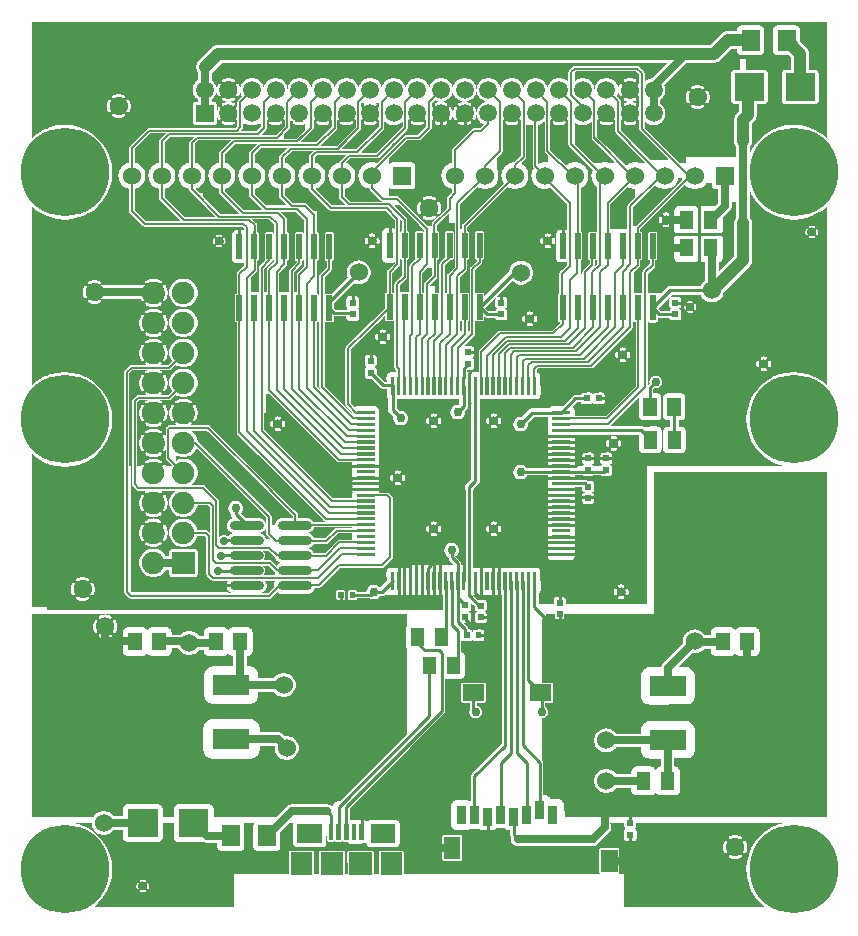
<source format=gtl>
G04 start of page 2 for group 0 idx 0 *
G04 Title: (unknown), component *
G04 Creator: pcb 20110918 *
G04 CreationDate: Wed 26 Feb 2014 10:51:56 GMT UTC *
G04 For: michael *
G04 Format: Gerber/RS-274X *
G04 PCB-Dimensions: 275000 304000 *
G04 PCB-Coordinate-Origin: lower left *
%MOIN*%
%FSLAX25Y25*%
%LNTOP*%
%ADD38C,0.0433*%
%ADD37C,0.0315*%
%ADD36C,0.0120*%
%ADD35C,0.0350*%
%ADD34C,0.1340*%
%ADD33C,0.0280*%
%ADD32C,0.0300*%
%ADD31C,0.2950*%
%ADD30C,0.0290*%
%ADD29R,0.0315X0.0315*%
%ADD28R,0.0709X0.0709*%
%ADD27R,0.0630X0.0630*%
%ADD26R,0.0158X0.0158*%
%ADD25R,0.0110X0.0110*%
%ADD24R,0.0551X0.0551*%
%ADD23R,0.0650X0.0650*%
%ADD22R,0.0600X0.0600*%
%ADD21R,0.0906X0.0906*%
%ADD20R,0.0450X0.0450*%
%ADD19R,0.0200X0.0200*%
%ADD18C,0.0748*%
%ADD17C,0.0600*%
%ADD16C,0.0591*%
%ADD15C,0.0400*%
%ADD14C,0.0250*%
%ADD13C,0.0100*%
%ADD12C,0.0060*%
%ADD11C,0.0001*%
G54D11*G36*
X69209Y230800D02*X75227D01*
X75800Y230227D01*
Y229507D01*
X75792Y229512D01*
X75603Y229590D01*
X75404Y229638D01*
X75200Y229650D01*
X72996Y229638D01*
X72797Y229590D01*
X72608Y229512D01*
X72434Y229405D01*
X72278Y229272D01*
X72145Y229116D01*
X72038Y228942D01*
X71960Y228753D01*
X71912Y228554D01*
X71900Y228350D01*
X71912Y219646D01*
X71960Y219447D01*
X72038Y219258D01*
X72145Y219084D01*
X72278Y218928D01*
X72434Y218795D01*
X72608Y218688D01*
X72797Y218610D01*
X72996Y218562D01*
X73200Y218550D01*
X75404Y218562D01*
X75603Y218610D01*
X75792Y218688D01*
X75800Y218693D01*
Y217773D01*
X73589Y215561D01*
X73562Y215538D01*
X73470Y215431D01*
X73396Y215310D01*
X73341Y215179D01*
X73308Y215041D01*
X73308Y215041D01*
X73297Y214900D01*
X73300Y214865D01*
Y213400D01*
X73300Y213400D01*
Y208346D01*
X73122Y208345D01*
X73045Y208327D01*
X72972Y208297D01*
X72905Y208256D01*
X72845Y208205D01*
X72794Y208145D01*
X72753Y208078D01*
X72723Y208005D01*
X72705Y207928D01*
X72700Y207850D01*
X72705Y199272D01*
X72723Y199195D01*
X72753Y199122D01*
X72794Y199055D01*
X72845Y198995D01*
X72905Y198944D01*
X72972Y198903D01*
X73045Y198873D01*
X73122Y198855D01*
X73200Y198850D01*
X73300Y198850D01*
Y162335D01*
X73297Y162300D01*
X73308Y162159D01*
X73341Y162021D01*
X73396Y161890D01*
X73470Y161769D01*
X73470Y161769D01*
X73562Y161662D01*
X73588Y161639D01*
X84227Y151000D01*
X77873D01*
X69209Y159663D01*
Y224927D01*
X69218Y224929D01*
X69261Y224948D01*
X69301Y224974D01*
X69336Y225005D01*
X69366Y225042D01*
X69389Y225083D01*
X69466Y225256D01*
X69525Y225437D01*
X69568Y225622D01*
X69594Y225810D01*
X69602Y226000D01*
X69594Y226190D01*
X69568Y226378D01*
X69525Y226563D01*
X69466Y226744D01*
X69391Y226918D01*
X69367Y226959D01*
X69337Y226996D01*
X69302Y227028D01*
X69262Y227053D01*
X69218Y227072D01*
X69209Y227074D01*
Y230800D01*
G37*
G36*
X67501D02*X69209D01*
Y227074D01*
X69172Y227084D01*
X69125Y227089D01*
X69078Y227086D01*
X69031Y227076D01*
X68987Y227058D01*
X68946Y227034D01*
X68909Y227004D01*
X68878Y226969D01*
X68852Y226929D01*
X68833Y226885D01*
X68821Y226839D01*
X68817Y226792D01*
X68820Y226745D01*
X68830Y226698D01*
X68848Y226655D01*
X68903Y226531D01*
X68945Y226402D01*
X68976Y226270D01*
X68994Y226135D01*
X69000Y226000D01*
X68994Y225865D01*
X68976Y225730D01*
X68945Y225598D01*
X68903Y225469D01*
X68849Y225345D01*
X68831Y225301D01*
X68821Y225255D01*
X68818Y225208D01*
X68823Y225161D01*
X68835Y225115D01*
X68854Y225072D01*
X68879Y225032D01*
X68911Y224997D01*
X68947Y224967D01*
X68988Y224943D01*
X69032Y224926D01*
X69078Y224916D01*
X69125Y224913D01*
X69172Y224917D01*
X69209Y224927D01*
Y159663D01*
X67501Y161372D01*
Y223898D01*
X67690Y223906D01*
X67878Y223932D01*
X68063Y223975D01*
X68244Y224034D01*
X68418Y224109D01*
X68459Y224133D01*
X68496Y224163D01*
X68528Y224198D01*
X68553Y224238D01*
X68572Y224282D01*
X68584Y224328D01*
X68589Y224375D01*
X68586Y224422D01*
X68576Y224469D01*
X68558Y224513D01*
X68534Y224554D01*
X68504Y224591D01*
X68469Y224622D01*
X68429Y224648D01*
X68385Y224667D01*
X68339Y224679D01*
X68292Y224683D01*
X68245Y224680D01*
X68198Y224670D01*
X68155Y224652D01*
X68031Y224597D01*
X67902Y224555D01*
X67770Y224524D01*
X67635Y224506D01*
X67501Y224500D01*
Y227500D01*
X67635Y227494D01*
X67770Y227476D01*
X67902Y227445D01*
X68031Y227403D01*
X68155Y227349D01*
X68199Y227331D01*
X68245Y227321D01*
X68292Y227318D01*
X68339Y227323D01*
X68385Y227335D01*
X68428Y227354D01*
X68468Y227379D01*
X68503Y227411D01*
X68533Y227447D01*
X68557Y227488D01*
X68574Y227532D01*
X68584Y227578D01*
X68587Y227625D01*
X68583Y227672D01*
X68571Y227718D01*
X68552Y227761D01*
X68526Y227801D01*
X68495Y227836D01*
X68458Y227866D01*
X68417Y227889D01*
X68244Y227966D01*
X68063Y228025D01*
X67878Y228068D01*
X67690Y228094D01*
X67501Y228102D01*
Y230800D01*
G37*
G36*
X65791D02*X67501D01*
Y228102D01*
X67500Y228102D01*
X67310Y228094D01*
X67122Y228068D01*
X66937Y228025D01*
X66756Y227966D01*
X66582Y227891D01*
X66541Y227867D01*
X66504Y227837D01*
X66472Y227802D01*
X66447Y227762D01*
X66428Y227718D01*
X66416Y227672D01*
X66411Y227625D01*
X66414Y227578D01*
X66424Y227531D01*
X66442Y227487D01*
X66466Y227446D01*
X66496Y227409D01*
X66531Y227378D01*
X66571Y227352D01*
X66615Y227333D01*
X66661Y227321D01*
X66708Y227317D01*
X66755Y227320D01*
X66802Y227330D01*
X66845Y227348D01*
X66969Y227403D01*
X67098Y227445D01*
X67230Y227476D01*
X67365Y227494D01*
X67500Y227500D01*
X67501Y227500D01*
Y224500D01*
X67500Y224500D01*
X67365Y224506D01*
X67230Y224524D01*
X67098Y224555D01*
X66969Y224597D01*
X66845Y224651D01*
X66801Y224669D01*
X66755Y224679D01*
X66708Y224682D01*
X66661Y224677D01*
X66615Y224665D01*
X66572Y224646D01*
X66532Y224621D01*
X66497Y224589D01*
X66467Y224553D01*
X66443Y224512D01*
X66426Y224468D01*
X66416Y224422D01*
X66413Y224375D01*
X66417Y224328D01*
X66429Y224282D01*
X66448Y224239D01*
X66474Y224199D01*
X66505Y224164D01*
X66542Y224134D01*
X66583Y224111D01*
X66756Y224034D01*
X66937Y223975D01*
X67122Y223932D01*
X67310Y223906D01*
X67500Y223898D01*
X67501Y223898D01*
Y161372D01*
X65791Y163082D01*
Y224926D01*
X65828Y224916D01*
X65875Y224911D01*
X65922Y224914D01*
X65969Y224924D01*
X66013Y224942D01*
X66054Y224966D01*
X66091Y224996D01*
X66122Y225031D01*
X66148Y225071D01*
X66167Y225115D01*
X66179Y225161D01*
X66183Y225208D01*
X66180Y225255D01*
X66170Y225302D01*
X66152Y225345D01*
X66097Y225469D01*
X66055Y225598D01*
X66024Y225730D01*
X66006Y225865D01*
X66000Y226000D01*
X66006Y226135D01*
X66024Y226270D01*
X66055Y226402D01*
X66097Y226531D01*
X66151Y226655D01*
X66169Y226699D01*
X66179Y226745D01*
X66182Y226792D01*
X66177Y226839D01*
X66165Y226885D01*
X66146Y226928D01*
X66121Y226968D01*
X66089Y227003D01*
X66053Y227033D01*
X66012Y227057D01*
X65968Y227074D01*
X65922Y227084D01*
X65875Y227087D01*
X65828Y227083D01*
X65791Y227073D01*
Y230800D01*
G37*
G36*
X49528Y156095D02*X49542Y156104D01*
X49597Y156160D01*
X49642Y156224D01*
X49700Y156327D01*
Y153735D01*
X49697Y153700D01*
X49708Y153559D01*
Y153559D01*
X49741Y153421D01*
X49796Y153290D01*
X49870Y153169D01*
X49962Y153062D01*
X49989Y153039D01*
X51669Y151358D01*
X51450Y151000D01*
X49745D01*
X49646Y151178D01*
X49600Y151243D01*
X49544Y151299D01*
X49528Y151310D01*
Y156095D01*
G37*
G36*
X59528Y230800D02*X65791D01*
Y227073D01*
X65782Y227071D01*
X65739Y227052D01*
X65699Y227026D01*
X65664Y226995D01*
X65634Y226958D01*
X65611Y226917D01*
X65534Y226744D01*
X65475Y226563D01*
X65432Y226378D01*
X65406Y226190D01*
X65398Y226000D01*
X65406Y225810D01*
X65432Y225622D01*
X65475Y225437D01*
X65534Y225256D01*
X65609Y225082D01*
X65633Y225041D01*
X65663Y225004D01*
X65698Y224972D01*
X65738Y224947D01*
X65782Y224928D01*
X65791Y224926D01*
Y163082D01*
X64561Y164311D01*
X64538Y164338D01*
X64431Y164430D01*
X64310Y164504D01*
X64179Y164559D01*
X64041Y164592D01*
X64041Y164592D01*
X63900Y164603D01*
X63865Y164600D01*
X59528D01*
Y166095D01*
X59542Y166104D01*
X59597Y166160D01*
X59642Y166224D01*
X59856Y166602D01*
X60030Y167000D01*
X60167Y167413D01*
X60266Y167836D01*
X60325Y168266D01*
X60345Y168700D01*
X60325Y169134D01*
X60266Y169564D01*
X60167Y169987D01*
X60030Y170400D01*
X59856Y170798D01*
X59646Y171178D01*
X59600Y171243D01*
X59544Y171299D01*
X59528Y171310D01*
Y176039D01*
X59836Y176541D01*
X60122Y177231D01*
X60296Y177956D01*
X60340Y178700D01*
X60296Y179444D01*
X60122Y180169D01*
X59836Y180859D01*
X59528Y181361D01*
Y186039D01*
X59836Y186541D01*
X60122Y187231D01*
X60296Y187956D01*
X60340Y188700D01*
X60296Y189444D01*
X60122Y190169D01*
X59836Y190859D01*
X59528Y191361D01*
Y196039D01*
X59836Y196541D01*
X60122Y197231D01*
X60296Y197956D01*
X60340Y198700D01*
X60296Y199444D01*
X60122Y200169D01*
X59836Y200859D01*
X59528Y201361D01*
Y206039D01*
X59836Y206541D01*
X60122Y207231D01*
X60296Y207956D01*
X60340Y208700D01*
X60296Y209444D01*
X60122Y210169D01*
X59836Y210859D01*
X59528Y211361D01*
Y230800D01*
G37*
G36*
Y181361D02*X59447Y181495D01*
X58962Y182062D01*
X58395Y182547D01*
X57759Y182936D01*
X57069Y183222D01*
X56344Y183396D01*
X55600Y183455D01*
X54856Y183396D01*
X54131Y183222D01*
X53441Y182936D01*
X52805Y182547D01*
X52238Y182062D01*
X51753Y181495D01*
X51364Y180859D01*
X51078Y180169D01*
X50904Y179444D01*
X50845Y178700D01*
X50904Y177956D01*
X51078Y177231D01*
X51364Y176541D01*
X51669Y176042D01*
X50327Y174700D01*
X49528D01*
Y176095D01*
X49542Y176104D01*
X49597Y176160D01*
X49642Y176224D01*
X49856Y176602D01*
X50030Y177000D01*
X50167Y177413D01*
X50266Y177836D01*
X50325Y178266D01*
X50345Y178700D01*
X50325Y179134D01*
X50266Y179564D01*
X50167Y179987D01*
X50030Y180400D01*
X49856Y180798D01*
X49646Y181178D01*
X49600Y181243D01*
X49544Y181299D01*
X49528Y181310D01*
Y182900D01*
X50665D01*
X50700Y182897D01*
X50841Y182908D01*
X50841Y182908D01*
X50979Y182941D01*
X51110Y182996D01*
X51231Y183070D01*
X51338Y183162D01*
X51361Y183189D01*
X52942Y184769D01*
X53441Y184464D01*
X54131Y184178D01*
X54856Y184004D01*
X55600Y183945D01*
X56344Y184004D01*
X57069Y184178D01*
X57759Y184464D01*
X58395Y184853D01*
X58962Y185338D01*
X59447Y185905D01*
X59528Y186039D01*
Y181361D01*
G37*
G36*
Y164600D02*X57981D01*
X58078Y164654D01*
X58143Y164700D01*
X58199Y164756D01*
X58245Y164820D01*
X58282Y164891D01*
X58306Y164966D01*
X58318Y165045D01*
X58318Y165124D01*
X58306Y165202D01*
X58282Y165278D01*
X58246Y165348D01*
X58199Y165412D01*
X58143Y165469D01*
X58079Y165515D01*
X58008Y165551D01*
X57933Y165576D01*
X57854Y165588D01*
X57775Y165588D01*
X57697Y165576D01*
X57621Y165551D01*
X57551Y165514D01*
X57254Y165345D01*
X56940Y165208D01*
X56615Y165100D01*
X56281Y165023D01*
X55942Y164976D01*
X55600Y164960D01*
X55598Y164960D01*
Y172440D01*
X55600Y172440D01*
X55942Y172424D01*
X56281Y172377D01*
X56615Y172300D01*
X56940Y172192D01*
X57254Y172055D01*
X57553Y171889D01*
X57623Y171852D01*
X57698Y171828D01*
X57775Y171816D01*
X57854Y171816D01*
X57932Y171828D01*
X58007Y171852D01*
X58077Y171888D01*
X58140Y171934D01*
X58196Y171990D01*
X58242Y172054D01*
X58278Y172124D01*
X58302Y172199D01*
X58315Y172276D01*
X58315Y172355D01*
X58302Y172433D01*
X58278Y172508D01*
X58242Y172578D01*
X58196Y172642D01*
X58140Y172697D01*
X58076Y172742D01*
X57698Y172956D01*
X57300Y173130D01*
X56887Y173267D01*
X56464Y173366D01*
X56034Y173425D01*
X55600Y173445D01*
X55598Y173445D01*
Y173946D01*
X55600Y173945D01*
X56344Y174004D01*
X57069Y174178D01*
X57759Y174464D01*
X58395Y174853D01*
X58962Y175338D01*
X59447Y175905D01*
X59528Y176039D01*
Y171310D01*
X59480Y171345D01*
X59409Y171382D01*
X59334Y171406D01*
X59255Y171418D01*
X59176Y171418D01*
X59098Y171406D01*
X59022Y171382D01*
X58952Y171346D01*
X58888Y171299D01*
X58831Y171243D01*
X58785Y171179D01*
X58749Y171108D01*
X58724Y171033D01*
X58712Y170954D01*
X58712Y170875D01*
X58724Y170797D01*
X58749Y170721D01*
X58786Y170651D01*
X58955Y170354D01*
X59092Y170040D01*
X59200Y169715D01*
X59277Y169381D01*
X59324Y169042D01*
X59340Y168700D01*
X59324Y168358D01*
X59277Y168019D01*
X59200Y167685D01*
X59092Y167360D01*
X58955Y167046D01*
X58789Y166747D01*
X58752Y166677D01*
X58728Y166602D01*
X58716Y166525D01*
X58716Y166446D01*
X58728Y166368D01*
X58752Y166293D01*
X58788Y166223D01*
X58834Y166160D01*
X58890Y166104D01*
X58954Y166058D01*
X59024Y166022D01*
X59099Y165998D01*
X59176Y165985D01*
X59255Y165985D01*
X59333Y165998D01*
X59408Y166022D01*
X59478Y166058D01*
X59528Y166095D01*
Y164600D01*
G37*
G36*
X55598Y164960D02*X55258Y164976D01*
X54919Y165023D01*
X54585Y165100D01*
X54260Y165208D01*
X53946Y165345D01*
X53647Y165511D01*
X53577Y165548D01*
X53502Y165572D01*
X53425Y165584D01*
X53346Y165584D01*
X53268Y165572D01*
X53193Y165548D01*
X53123Y165512D01*
X53060Y165466D01*
X53004Y165410D01*
X52958Y165346D01*
X52922Y165276D01*
X52898Y165201D01*
X52885Y165124D01*
X52885Y165045D01*
X52898Y164967D01*
X52922Y164892D01*
X52958Y164822D01*
X53004Y164758D01*
X53060Y164703D01*
X53124Y164658D01*
X53227Y164600D01*
X51672D01*
Y166090D01*
X51720Y166055D01*
X51791Y166018D01*
X51866Y165994D01*
X51945Y165982D01*
X52024Y165982D01*
X52102Y165994D01*
X52178Y166018D01*
X52248Y166054D01*
X52312Y166101D01*
X52369Y166157D01*
X52415Y166221D01*
X52451Y166292D01*
X52476Y166367D01*
X52488Y166446D01*
X52488Y166525D01*
X52476Y166603D01*
X52451Y166679D01*
X52414Y166749D01*
X52245Y167046D01*
X52108Y167360D01*
X52000Y167685D01*
X51923Y168019D01*
X51876Y168358D01*
X51860Y168700D01*
X51876Y169042D01*
X51923Y169381D01*
X52000Y169715D01*
X52108Y170040D01*
X52245Y170354D01*
X52411Y170653D01*
X52448Y170723D01*
X52472Y170798D01*
X52484Y170875D01*
X52484Y170954D01*
X52472Y171032D01*
X52448Y171107D01*
X52412Y171177D01*
X52366Y171240D01*
X52310Y171296D01*
X52246Y171342D01*
X52176Y171378D01*
X52101Y171402D01*
X52024Y171415D01*
X51945Y171415D01*
X51867Y171402D01*
X51792Y171378D01*
X51722Y171342D01*
X51672Y171305D01*
Y173499D01*
X52942Y174769D01*
X53441Y174464D01*
X54131Y174178D01*
X54856Y174004D01*
X55598Y173946D01*
Y173445D01*
X55166Y173425D01*
X54736Y173366D01*
X54313Y173267D01*
X53900Y173130D01*
X53502Y172956D01*
X53122Y172746D01*
X53057Y172700D01*
X53001Y172644D01*
X52955Y172580D01*
X52918Y172509D01*
X52894Y172434D01*
X52882Y172355D01*
X52882Y172276D01*
X52894Y172198D01*
X52918Y172122D01*
X52954Y172052D01*
X53001Y171988D01*
X53057Y171931D01*
X53121Y171885D01*
X53192Y171849D01*
X53267Y171824D01*
X53346Y171812D01*
X53425Y171812D01*
X53503Y171824D01*
X53579Y171849D01*
X53649Y171886D01*
X53946Y172055D01*
X54260Y172192D01*
X54585Y172300D01*
X54919Y172377D01*
X55258Y172424D01*
X55598Y172440D01*
Y164960D01*
G37*
G36*
X51672Y164600D02*X51035D01*
X51000Y164603D01*
X50859Y164592D01*
X50721Y164559D01*
X50590Y164504D01*
X50469Y164430D01*
X50362Y164338D01*
X50339Y164311D01*
X49989Y163961D01*
X49962Y163938D01*
X49870Y163831D01*
X49796Y163710D01*
X49741Y163579D01*
X49708Y163441D01*
X49708Y163441D01*
X49697Y163300D01*
X49700Y163265D01*
Y161081D01*
X49646Y161178D01*
X49600Y161243D01*
X49544Y161299D01*
X49528Y161310D01*
Y166095D01*
X49542Y166104D01*
X49597Y166160D01*
X49642Y166224D01*
X49856Y166602D01*
X50030Y167000D01*
X50167Y167413D01*
X50266Y167836D01*
X50325Y168266D01*
X50345Y168700D01*
X50325Y169134D01*
X50266Y169564D01*
X50167Y169987D01*
X50030Y170400D01*
X49856Y170798D01*
X49646Y171178D01*
X49600Y171243D01*
X49544Y171299D01*
X49528Y171310D01*
Y172900D01*
X50665D01*
X50700Y172897D01*
X50841Y172908D01*
X50841Y172908D01*
X50979Y172941D01*
X51110Y172996D01*
X51231Y173070D01*
X51338Y173162D01*
X51361Y173189D01*
X51672Y173499D01*
Y171305D01*
X51658Y171296D01*
X51603Y171240D01*
X51558Y171176D01*
X51344Y170798D01*
X51170Y170400D01*
X51033Y169987D01*
X50934Y169564D01*
X50875Y169134D01*
X50855Y168700D01*
X50875Y168266D01*
X50934Y167836D01*
X51033Y167413D01*
X51170Y167000D01*
X51344Y166602D01*
X51554Y166222D01*
X51600Y166157D01*
X51656Y166101D01*
X51672Y166090D01*
Y164600D01*
G37*
G36*
X49528Y230800D02*X59528D01*
Y211361D01*
X59447Y211495D01*
X58962Y212062D01*
X58395Y212547D01*
X57759Y212936D01*
X57069Y213222D01*
X56344Y213396D01*
X55600Y213455D01*
X54856Y213396D01*
X54131Y213222D01*
X53441Y212936D01*
X52805Y212547D01*
X52238Y212062D01*
X51753Y211495D01*
X51364Y210859D01*
X51078Y210169D01*
X50904Y209444D01*
X50845Y208700D01*
X50904Y207956D01*
X51078Y207231D01*
X51364Y206541D01*
X51753Y205905D01*
X52238Y205338D01*
X52805Y204853D01*
X53441Y204464D01*
X54131Y204178D01*
X54856Y204004D01*
X55600Y203945D01*
X56344Y204004D01*
X57069Y204178D01*
X57759Y204464D01*
X58395Y204853D01*
X58962Y205338D01*
X59447Y205905D01*
X59528Y206039D01*
Y201361D01*
X59447Y201495D01*
X58962Y202062D01*
X58395Y202547D01*
X57759Y202936D01*
X57069Y203222D01*
X56344Y203396D01*
X55600Y203455D01*
X54856Y203396D01*
X54131Y203222D01*
X53441Y202936D01*
X52805Y202547D01*
X52238Y202062D01*
X51753Y201495D01*
X51364Y200859D01*
X51078Y200169D01*
X50904Y199444D01*
X50845Y198700D01*
X50904Y197956D01*
X51078Y197231D01*
X51364Y196541D01*
X51753Y195905D01*
X52238Y195338D01*
X52805Y194853D01*
X53441Y194464D01*
X54131Y194178D01*
X54856Y194004D01*
X55600Y193945D01*
X56344Y194004D01*
X57069Y194178D01*
X57759Y194464D01*
X58395Y194853D01*
X58962Y195338D01*
X59447Y195905D01*
X59528Y196039D01*
Y191361D01*
X59447Y191495D01*
X58962Y192062D01*
X58395Y192547D01*
X57759Y192936D01*
X57069Y193222D01*
X56344Y193396D01*
X55600Y193455D01*
X54856Y193396D01*
X54131Y193222D01*
X53441Y192936D01*
X52805Y192547D01*
X52238Y192062D01*
X51753Y191495D01*
X51364Y190859D01*
X51078Y190169D01*
X50904Y189444D01*
X50845Y188700D01*
X50904Y187956D01*
X51078Y187231D01*
X51364Y186541D01*
X51669Y186042D01*
X50327Y184700D01*
X49528D01*
Y186095D01*
X49542Y186104D01*
X49597Y186160D01*
X49642Y186224D01*
X49856Y186602D01*
X50030Y187000D01*
X50167Y187413D01*
X50266Y187836D01*
X50325Y188266D01*
X50345Y188700D01*
X50325Y189134D01*
X50266Y189564D01*
X50167Y189987D01*
X50030Y190400D01*
X49856Y190798D01*
X49646Y191178D01*
X49600Y191243D01*
X49544Y191299D01*
X49528Y191310D01*
Y196095D01*
X49542Y196104D01*
X49597Y196160D01*
X49642Y196224D01*
X49856Y196602D01*
X50030Y197000D01*
X50167Y197413D01*
X50266Y197836D01*
X50325Y198266D01*
X50345Y198700D01*
X50325Y199134D01*
X50266Y199564D01*
X50167Y199987D01*
X50030Y200400D01*
X49856Y200798D01*
X49646Y201178D01*
X49600Y201243D01*
X49544Y201299D01*
X49528Y201310D01*
Y206095D01*
X49542Y206104D01*
X49597Y206160D01*
X49642Y206224D01*
X49856Y206602D01*
X50030Y207000D01*
X50167Y207413D01*
X50266Y207836D01*
X50325Y208266D01*
X50345Y208700D01*
X50325Y209134D01*
X50266Y209564D01*
X50167Y209987D01*
X50030Y210400D01*
X49856Y210798D01*
X49646Y211178D01*
X49600Y211243D01*
X49544Y211299D01*
X49528Y211310D01*
Y230800D01*
G37*
G36*
Y174700D02*X48143D01*
X48199Y174756D01*
X48245Y174820D01*
X48282Y174891D01*
X48306Y174966D01*
X48318Y175045D01*
X48318Y175124D01*
X48306Y175202D01*
X48282Y175278D01*
X48246Y175348D01*
X48199Y175412D01*
X48143Y175469D01*
X48079Y175515D01*
X48008Y175551D01*
X47933Y175576D01*
X47854Y175588D01*
X47775Y175588D01*
X47697Y175576D01*
X47621Y175551D01*
X47551Y175514D01*
X47254Y175345D01*
X46940Y175208D01*
X46615Y175100D01*
X46281Y175023D01*
X45942Y174976D01*
X45600Y174960D01*
X45598Y174960D01*
Y182440D01*
X45600Y182440D01*
X45942Y182424D01*
X46281Y182377D01*
X46615Y182300D01*
X46940Y182192D01*
X47254Y182055D01*
X47553Y181889D01*
X47623Y181852D01*
X47698Y181828D01*
X47775Y181816D01*
X47854Y181816D01*
X47932Y181828D01*
X48007Y181852D01*
X48077Y181888D01*
X48140Y181934D01*
X48196Y181990D01*
X48242Y182054D01*
X48278Y182124D01*
X48302Y182199D01*
X48315Y182276D01*
X48315Y182355D01*
X48302Y182433D01*
X48278Y182508D01*
X48242Y182578D01*
X48196Y182642D01*
X48140Y182697D01*
X48076Y182742D01*
X47797Y182900D01*
X49528D01*
Y181310D01*
X49480Y181345D01*
X49409Y181382D01*
X49334Y181406D01*
X49255Y181418D01*
X49176Y181418D01*
X49098Y181406D01*
X49022Y181382D01*
X48952Y181346D01*
X48888Y181299D01*
X48831Y181243D01*
X48785Y181179D01*
X48749Y181108D01*
X48724Y181033D01*
X48712Y180954D01*
X48712Y180875D01*
X48724Y180797D01*
X48749Y180721D01*
X48786Y180651D01*
X48955Y180354D01*
X49092Y180040D01*
X49200Y179715D01*
X49277Y179381D01*
X49324Y179042D01*
X49340Y178700D01*
X49324Y178358D01*
X49277Y178019D01*
X49200Y177685D01*
X49092Y177360D01*
X48955Y177046D01*
X48789Y176747D01*
X48752Y176677D01*
X48728Y176602D01*
X48716Y176525D01*
X48716Y176446D01*
X48728Y176368D01*
X48752Y176293D01*
X48788Y176223D01*
X48834Y176160D01*
X48890Y176104D01*
X48954Y176058D01*
X49024Y176022D01*
X49099Y175998D01*
X49176Y175985D01*
X49255Y175985D01*
X49333Y175998D01*
X49408Y176022D01*
X49478Y176058D01*
X49528Y176095D01*
Y174700D01*
G37*
G36*
Y161310D02*X49480Y161345D01*
X49409Y161382D01*
X49334Y161406D01*
X49255Y161418D01*
X49176Y161418D01*
X49098Y161406D01*
X49022Y161382D01*
X48952Y161346D01*
X48888Y161299D01*
X48831Y161243D01*
X48785Y161179D01*
X48749Y161108D01*
X48724Y161033D01*
X48712Y160954D01*
X48712Y160875D01*
X48724Y160797D01*
X48749Y160721D01*
X48786Y160651D01*
X48955Y160354D01*
X49092Y160040D01*
X49200Y159715D01*
X49277Y159381D01*
X49324Y159042D01*
X49340Y158700D01*
X49324Y158358D01*
X49277Y158019D01*
X49200Y157685D01*
X49092Y157360D01*
X48955Y157046D01*
X48789Y156747D01*
X48752Y156677D01*
X48728Y156602D01*
X48716Y156525D01*
X48716Y156446D01*
X48728Y156368D01*
X48752Y156293D01*
X48788Y156223D01*
X48834Y156160D01*
X48890Y156104D01*
X48954Y156058D01*
X49024Y156022D01*
X49099Y155998D01*
X49176Y155985D01*
X49255Y155985D01*
X49333Y155998D01*
X49408Y156022D01*
X49478Y156058D01*
X49528Y156095D01*
Y151310D01*
X49480Y151345D01*
X49409Y151382D01*
X49334Y151406D01*
X49255Y151418D01*
X49176Y151418D01*
X49098Y151406D01*
X49022Y151382D01*
X48952Y151346D01*
X48888Y151299D01*
X48831Y151243D01*
X48785Y151179D01*
X48749Y151108D01*
X48724Y151033D01*
X48719Y151000D01*
X45598D01*
Y152440D01*
X45600Y152440D01*
X45942Y152424D01*
X46281Y152377D01*
X46615Y152300D01*
X46940Y152192D01*
X47254Y152055D01*
X47553Y151889D01*
X47623Y151852D01*
X47698Y151828D01*
X47775Y151816D01*
X47854Y151816D01*
X47932Y151828D01*
X48007Y151852D01*
X48077Y151888D01*
X48140Y151934D01*
X48196Y151990D01*
X48242Y152054D01*
X48278Y152124D01*
X48302Y152199D01*
X48315Y152276D01*
X48315Y152355D01*
X48302Y152433D01*
X48278Y152508D01*
X48242Y152578D01*
X48196Y152642D01*
X48140Y152697D01*
X48076Y152742D01*
X47698Y152956D01*
X47300Y153130D01*
X46887Y153267D01*
X46464Y153366D01*
X46034Y153425D01*
X45600Y153445D01*
X45598Y153445D01*
Y153955D01*
X45600Y153955D01*
X46034Y153975D01*
X46464Y154034D01*
X46887Y154133D01*
X47300Y154270D01*
X47698Y154444D01*
X48078Y154654D01*
X48143Y154700D01*
X48199Y154756D01*
X48245Y154820D01*
X48282Y154891D01*
X48306Y154966D01*
X48318Y155045D01*
X48318Y155124D01*
X48306Y155202D01*
X48282Y155278D01*
X48246Y155348D01*
X48199Y155412D01*
X48143Y155469D01*
X48079Y155515D01*
X48008Y155551D01*
X47933Y155576D01*
X47854Y155588D01*
X47775Y155588D01*
X47697Y155576D01*
X47621Y155551D01*
X47551Y155514D01*
X47254Y155345D01*
X46940Y155208D01*
X46615Y155100D01*
X46281Y155023D01*
X45942Y154976D01*
X45600Y154960D01*
X45598Y154960D01*
Y162440D01*
X45600Y162440D01*
X45942Y162424D01*
X46281Y162377D01*
X46615Y162300D01*
X46940Y162192D01*
X47254Y162055D01*
X47553Y161889D01*
X47623Y161852D01*
X47698Y161828D01*
X47775Y161816D01*
X47854Y161816D01*
X47932Y161828D01*
X48007Y161852D01*
X48077Y161888D01*
X48140Y161934D01*
X48196Y161990D01*
X48242Y162054D01*
X48278Y162124D01*
X48302Y162199D01*
X48315Y162276D01*
X48315Y162355D01*
X48302Y162433D01*
X48278Y162508D01*
X48242Y162578D01*
X48196Y162642D01*
X48140Y162697D01*
X48076Y162742D01*
X47698Y162956D01*
X47300Y163130D01*
X46887Y163267D01*
X46464Y163366D01*
X46034Y163425D01*
X45600Y163445D01*
X45598Y163445D01*
Y163955D01*
X45600Y163955D01*
X46034Y163975D01*
X46464Y164034D01*
X46887Y164133D01*
X47300Y164270D01*
X47698Y164444D01*
X48078Y164654D01*
X48143Y164700D01*
X48199Y164756D01*
X48245Y164820D01*
X48282Y164891D01*
X48306Y164966D01*
X48318Y165045D01*
X48318Y165124D01*
X48306Y165202D01*
X48282Y165278D01*
X48246Y165348D01*
X48199Y165412D01*
X48143Y165469D01*
X48079Y165515D01*
X48008Y165551D01*
X47933Y165576D01*
X47854Y165588D01*
X47775Y165588D01*
X47697Y165576D01*
X47621Y165551D01*
X47551Y165514D01*
X47254Y165345D01*
X46940Y165208D01*
X46615Y165100D01*
X46281Y165023D01*
X45942Y164976D01*
X45600Y164960D01*
X45598Y164960D01*
Y172440D01*
X45600Y172440D01*
X45942Y172424D01*
X46281Y172377D01*
X46615Y172300D01*
X46940Y172192D01*
X47254Y172055D01*
X47553Y171889D01*
X47623Y171852D01*
X47698Y171828D01*
X47775Y171816D01*
X47854Y171816D01*
X47932Y171828D01*
X48007Y171852D01*
X48077Y171888D01*
X48140Y171934D01*
X48196Y171990D01*
X48242Y172054D01*
X48278Y172124D01*
X48302Y172199D01*
X48315Y172276D01*
X48315Y172355D01*
X48302Y172433D01*
X48278Y172508D01*
X48242Y172578D01*
X48196Y172642D01*
X48140Y172697D01*
X48076Y172742D01*
X47797Y172900D01*
X49528D01*
Y171310D01*
X49480Y171345D01*
X49409Y171382D01*
X49334Y171406D01*
X49255Y171418D01*
X49176Y171418D01*
X49098Y171406D01*
X49022Y171382D01*
X48952Y171346D01*
X48888Y171299D01*
X48831Y171243D01*
X48785Y171179D01*
X48749Y171108D01*
X48724Y171033D01*
X48712Y170954D01*
X48712Y170875D01*
X48724Y170797D01*
X48749Y170721D01*
X48786Y170651D01*
X48955Y170354D01*
X49092Y170040D01*
X49200Y169715D01*
X49277Y169381D01*
X49324Y169042D01*
X49340Y168700D01*
X49324Y168358D01*
X49277Y168019D01*
X49200Y167685D01*
X49092Y167360D01*
X48955Y167046D01*
X48789Y166747D01*
X48752Y166677D01*
X48728Y166602D01*
X48716Y166525D01*
X48716Y166446D01*
X48728Y166368D01*
X48752Y166293D01*
X48788Y166223D01*
X48834Y166160D01*
X48890Y166104D01*
X48954Y166058D01*
X49024Y166022D01*
X49099Y165998D01*
X49176Y165985D01*
X49255Y165985D01*
X49333Y165998D01*
X49408Y166022D01*
X49478Y166058D01*
X49528Y166095D01*
Y161310D01*
G37*
G36*
X45598Y230800D02*X49528D01*
Y211310D01*
X49480Y211345D01*
X49409Y211382D01*
X49334Y211406D01*
X49255Y211418D01*
X49176Y211418D01*
X49098Y211406D01*
X49022Y211382D01*
X48952Y211346D01*
X48888Y211299D01*
X48831Y211243D01*
X48785Y211179D01*
X48749Y211108D01*
X48724Y211033D01*
X48712Y210954D01*
X48712Y210875D01*
X48724Y210797D01*
X48749Y210721D01*
X48786Y210651D01*
X48955Y210354D01*
X49092Y210040D01*
X49200Y209715D01*
X49277Y209381D01*
X49324Y209042D01*
X49340Y208700D01*
X49324Y208358D01*
X49277Y208019D01*
X49200Y207685D01*
X49092Y207360D01*
X48955Y207046D01*
X48789Y206747D01*
X48752Y206677D01*
X48728Y206602D01*
X48716Y206525D01*
X48716Y206446D01*
X48728Y206368D01*
X48752Y206293D01*
X48788Y206223D01*
X48834Y206160D01*
X48890Y206104D01*
X48954Y206058D01*
X49024Y206022D01*
X49099Y205998D01*
X49176Y205985D01*
X49255Y205985D01*
X49333Y205998D01*
X49408Y206022D01*
X49478Y206058D01*
X49528Y206095D01*
Y201310D01*
X49480Y201345D01*
X49409Y201382D01*
X49334Y201406D01*
X49255Y201418D01*
X49176Y201418D01*
X49098Y201406D01*
X49022Y201382D01*
X48952Y201346D01*
X48888Y201299D01*
X48831Y201243D01*
X48785Y201179D01*
X48749Y201108D01*
X48724Y201033D01*
X48712Y200954D01*
X48712Y200875D01*
X48724Y200797D01*
X48749Y200721D01*
X48786Y200651D01*
X48955Y200354D01*
X49092Y200040D01*
X49200Y199715D01*
X49277Y199381D01*
X49324Y199042D01*
X49340Y198700D01*
X49324Y198358D01*
X49277Y198019D01*
X49200Y197685D01*
X49092Y197360D01*
X48955Y197046D01*
X48789Y196747D01*
X48752Y196677D01*
X48728Y196602D01*
X48716Y196525D01*
X48716Y196446D01*
X48728Y196368D01*
X48752Y196293D01*
X48788Y196223D01*
X48834Y196160D01*
X48890Y196104D01*
X48954Y196058D01*
X49024Y196022D01*
X49099Y195998D01*
X49176Y195985D01*
X49255Y195985D01*
X49333Y195998D01*
X49408Y196022D01*
X49478Y196058D01*
X49528Y196095D01*
Y191310D01*
X49480Y191345D01*
X49409Y191382D01*
X49334Y191406D01*
X49255Y191418D01*
X49176Y191418D01*
X49098Y191406D01*
X49022Y191382D01*
X48952Y191346D01*
X48888Y191299D01*
X48831Y191243D01*
X48785Y191179D01*
X48749Y191108D01*
X48724Y191033D01*
X48712Y190954D01*
X48712Y190875D01*
X48724Y190797D01*
X48749Y190721D01*
X48786Y190651D01*
X48955Y190354D01*
X49092Y190040D01*
X49200Y189715D01*
X49277Y189381D01*
X49324Y189042D01*
X49340Y188700D01*
X49324Y188358D01*
X49277Y188019D01*
X49200Y187685D01*
X49092Y187360D01*
X48955Y187046D01*
X48789Y186747D01*
X48752Y186677D01*
X48728Y186602D01*
X48716Y186525D01*
X48716Y186446D01*
X48728Y186368D01*
X48752Y186293D01*
X48788Y186223D01*
X48834Y186160D01*
X48890Y186104D01*
X48954Y186058D01*
X49024Y186022D01*
X49099Y185998D01*
X49176Y185985D01*
X49255Y185985D01*
X49333Y185998D01*
X49408Y186022D01*
X49478Y186058D01*
X49528Y186095D01*
Y184700D01*
X48143D01*
X48199Y184756D01*
X48245Y184820D01*
X48282Y184891D01*
X48306Y184966D01*
X48318Y185045D01*
X48318Y185124D01*
X48306Y185202D01*
X48282Y185278D01*
X48246Y185348D01*
X48199Y185412D01*
X48143Y185469D01*
X48079Y185515D01*
X48008Y185551D01*
X47933Y185576D01*
X47854Y185588D01*
X47775Y185588D01*
X47697Y185576D01*
X47621Y185551D01*
X47551Y185514D01*
X47254Y185345D01*
X46940Y185208D01*
X46615Y185100D01*
X46281Y185023D01*
X45942Y184976D01*
X45600Y184960D01*
X45598Y184960D01*
Y192440D01*
X45600Y192440D01*
X45942Y192424D01*
X46281Y192377D01*
X46615Y192300D01*
X46940Y192192D01*
X47254Y192055D01*
X47553Y191889D01*
X47623Y191852D01*
X47698Y191828D01*
X47775Y191816D01*
X47854Y191816D01*
X47932Y191828D01*
X48007Y191852D01*
X48077Y191888D01*
X48140Y191934D01*
X48196Y191990D01*
X48242Y192054D01*
X48278Y192124D01*
X48302Y192199D01*
X48315Y192276D01*
X48315Y192355D01*
X48302Y192433D01*
X48278Y192508D01*
X48242Y192578D01*
X48196Y192642D01*
X48140Y192697D01*
X48076Y192742D01*
X47698Y192956D01*
X47300Y193130D01*
X46887Y193267D01*
X46464Y193366D01*
X46034Y193425D01*
X45600Y193445D01*
X45598Y193445D01*
Y193955D01*
X45600Y193955D01*
X46034Y193975D01*
X46464Y194034D01*
X46887Y194133D01*
X47300Y194270D01*
X47698Y194444D01*
X48078Y194654D01*
X48143Y194700D01*
X48199Y194756D01*
X48245Y194820D01*
X48282Y194891D01*
X48306Y194966D01*
X48318Y195045D01*
X48318Y195124D01*
X48306Y195202D01*
X48282Y195278D01*
X48246Y195348D01*
X48199Y195412D01*
X48143Y195469D01*
X48079Y195515D01*
X48008Y195551D01*
X47933Y195576D01*
X47854Y195588D01*
X47775Y195588D01*
X47697Y195576D01*
X47621Y195551D01*
X47551Y195514D01*
X47254Y195345D01*
X46940Y195208D01*
X46615Y195100D01*
X46281Y195023D01*
X45942Y194976D01*
X45600Y194960D01*
X45598Y194960D01*
Y202440D01*
X45600Y202440D01*
X45942Y202424D01*
X46281Y202377D01*
X46615Y202300D01*
X46940Y202192D01*
X47254Y202055D01*
X47553Y201889D01*
X47623Y201852D01*
X47698Y201828D01*
X47775Y201816D01*
X47854Y201816D01*
X47932Y201828D01*
X48007Y201852D01*
X48077Y201888D01*
X48140Y201934D01*
X48196Y201990D01*
X48242Y202054D01*
X48278Y202124D01*
X48302Y202199D01*
X48315Y202276D01*
X48315Y202355D01*
X48302Y202433D01*
X48278Y202508D01*
X48242Y202578D01*
X48196Y202642D01*
X48140Y202697D01*
X48076Y202742D01*
X47698Y202956D01*
X47300Y203130D01*
X46887Y203267D01*
X46464Y203366D01*
X46034Y203425D01*
X45600Y203445D01*
X45598Y203445D01*
Y203955D01*
X45600Y203955D01*
X46034Y203975D01*
X46464Y204034D01*
X46887Y204133D01*
X47300Y204270D01*
X47698Y204444D01*
X48078Y204654D01*
X48143Y204700D01*
X48199Y204756D01*
X48245Y204820D01*
X48282Y204891D01*
X48306Y204966D01*
X48318Y205045D01*
X48318Y205124D01*
X48306Y205202D01*
X48282Y205278D01*
X48246Y205348D01*
X48199Y205412D01*
X48143Y205469D01*
X48079Y205515D01*
X48008Y205551D01*
X47933Y205576D01*
X47854Y205588D01*
X47775Y205588D01*
X47697Y205576D01*
X47621Y205551D01*
X47551Y205514D01*
X47254Y205345D01*
X46940Y205208D01*
X46615Y205100D01*
X46281Y205023D01*
X45942Y204976D01*
X45600Y204960D01*
X45598Y204960D01*
Y206443D01*
X45600Y206443D01*
X45953Y206471D01*
X46297Y206554D01*
X46625Y206689D01*
X46927Y206874D01*
X47196Y207104D01*
X47426Y207373D01*
X47611Y207675D01*
X47746Y208003D01*
X47829Y208347D01*
X47857Y208700D01*
X47829Y209053D01*
X47746Y209397D01*
X47611Y209725D01*
X47426Y210027D01*
X47191Y210291D01*
X46953Y210529D01*
X46896Y210596D01*
X46627Y210826D01*
X46325Y211011D01*
X45997Y211146D01*
X45653Y211229D01*
X45653Y211229D01*
X45598Y211233D01*
Y212440D01*
X45600Y212440D01*
X45942Y212424D01*
X46281Y212377D01*
X46615Y212300D01*
X46940Y212192D01*
X47254Y212055D01*
X47553Y211889D01*
X47623Y211852D01*
X47698Y211828D01*
X47775Y211816D01*
X47854Y211816D01*
X47932Y211828D01*
X48007Y211852D01*
X48077Y211888D01*
X48140Y211934D01*
X48196Y211990D01*
X48242Y212054D01*
X48278Y212124D01*
X48302Y212199D01*
X48315Y212276D01*
X48315Y212355D01*
X48302Y212433D01*
X48278Y212508D01*
X48242Y212578D01*
X48196Y212642D01*
X48140Y212697D01*
X48076Y212742D01*
X47698Y212956D01*
X47300Y213130D01*
X46887Y213267D01*
X46464Y213366D01*
X46034Y213425D01*
X45600Y213445D01*
X45598Y213445D01*
Y230800D01*
G37*
G36*
Y184960D02*X45258Y184976D01*
X44919Y185023D01*
X44585Y185100D01*
X44260Y185208D01*
X43946Y185345D01*
X43647Y185511D01*
X43577Y185548D01*
X43502Y185572D01*
X43425Y185584D01*
X43346Y185584D01*
X43268Y185572D01*
X43193Y185548D01*
X43123Y185512D01*
X43060Y185466D01*
X43004Y185410D01*
X42958Y185346D01*
X42922Y185276D01*
X42898Y185201D01*
X42885Y185124D01*
X42885Y185045D01*
X42898Y184967D01*
X42922Y184892D01*
X42958Y184822D01*
X43004Y184758D01*
X43060Y184703D01*
X43064Y184700D01*
X41672D01*
Y186090D01*
X41720Y186055D01*
X41791Y186018D01*
X41866Y185994D01*
X41945Y185982D01*
X42024Y185982D01*
X42102Y185994D01*
X42178Y186018D01*
X42248Y186054D01*
X42312Y186101D01*
X42369Y186157D01*
X42415Y186221D01*
X42451Y186292D01*
X42476Y186367D01*
X42488Y186446D01*
X42488Y186525D01*
X42476Y186603D01*
X42451Y186679D01*
X42414Y186749D01*
X42245Y187046D01*
X42108Y187360D01*
X42000Y187685D01*
X41923Y188019D01*
X41876Y188358D01*
X41860Y188700D01*
X41876Y189042D01*
X41923Y189381D01*
X42000Y189715D01*
X42108Y190040D01*
X42245Y190354D01*
X42411Y190653D01*
X42448Y190723D01*
X42472Y190798D01*
X42484Y190875D01*
X42484Y190954D01*
X42472Y191032D01*
X42448Y191107D01*
X42412Y191177D01*
X42366Y191240D01*
X42310Y191296D01*
X42246Y191342D01*
X42176Y191378D01*
X42101Y191402D01*
X42024Y191415D01*
X41945Y191415D01*
X41867Y191402D01*
X41792Y191378D01*
X41722Y191342D01*
X41672Y191305D01*
Y196090D01*
X41720Y196055D01*
X41791Y196018D01*
X41866Y195994D01*
X41945Y195982D01*
X42024Y195982D01*
X42102Y195994D01*
X42178Y196018D01*
X42248Y196054D01*
X42312Y196101D01*
X42369Y196157D01*
X42415Y196221D01*
X42451Y196292D01*
X42476Y196367D01*
X42488Y196446D01*
X42488Y196525D01*
X42476Y196603D01*
X42451Y196679D01*
X42414Y196749D01*
X42245Y197046D01*
X42108Y197360D01*
X42000Y197685D01*
X41923Y198019D01*
X41876Y198358D01*
X41860Y198700D01*
X41876Y199042D01*
X41923Y199381D01*
X42000Y199715D01*
X42108Y200040D01*
X42245Y200354D01*
X42411Y200653D01*
X42448Y200723D01*
X42472Y200798D01*
X42484Y200875D01*
X42484Y200954D01*
X42472Y201032D01*
X42448Y201107D01*
X42412Y201177D01*
X42366Y201240D01*
X42310Y201296D01*
X42246Y201342D01*
X42176Y201378D01*
X42101Y201402D01*
X42024Y201415D01*
X41945Y201415D01*
X41867Y201402D01*
X41792Y201378D01*
X41722Y201342D01*
X41672Y201305D01*
Y206090D01*
X41720Y206055D01*
X41791Y206018D01*
X41866Y205994D01*
X41945Y205982D01*
X42024Y205982D01*
X42102Y205994D01*
X42178Y206018D01*
X42248Y206054D01*
X42312Y206101D01*
X42369Y206157D01*
X42415Y206221D01*
X42451Y206292D01*
X42476Y206367D01*
X42488Y206446D01*
X42488Y206525D01*
X42476Y206603D01*
X42451Y206679D01*
X42414Y206749D01*
X42413Y206750D01*
X44476D01*
X44575Y206689D01*
X44903Y206554D01*
X45247Y206471D01*
X45598Y206443D01*
Y204960D01*
X45258Y204976D01*
X44919Y205023D01*
X44585Y205100D01*
X44260Y205208D01*
X43946Y205345D01*
X43647Y205511D01*
X43577Y205548D01*
X43502Y205572D01*
X43425Y205584D01*
X43346Y205584D01*
X43268Y205572D01*
X43193Y205548D01*
X43123Y205512D01*
X43060Y205466D01*
X43004Y205410D01*
X42958Y205346D01*
X42922Y205276D01*
X42898Y205201D01*
X42885Y205124D01*
X42885Y205045D01*
X42898Y204967D01*
X42922Y204892D01*
X42958Y204822D01*
X43004Y204758D01*
X43060Y204703D01*
X43124Y204658D01*
X43502Y204444D01*
X43900Y204270D01*
X44313Y204133D01*
X44736Y204034D01*
X45166Y203975D01*
X45598Y203955D01*
Y203445D01*
X45166Y203425D01*
X44736Y203366D01*
X44313Y203267D01*
X43900Y203130D01*
X43502Y202956D01*
X43122Y202746D01*
X43057Y202700D01*
X43001Y202644D01*
X42955Y202580D01*
X42918Y202509D01*
X42894Y202434D01*
X42882Y202355D01*
X42882Y202276D01*
X42894Y202198D01*
X42918Y202122D01*
X42954Y202052D01*
X43001Y201988D01*
X43057Y201931D01*
X43121Y201885D01*
X43192Y201849D01*
X43267Y201824D01*
X43346Y201812D01*
X43425Y201812D01*
X43503Y201824D01*
X43579Y201849D01*
X43649Y201886D01*
X43946Y202055D01*
X44260Y202192D01*
X44585Y202300D01*
X44919Y202377D01*
X45258Y202424D01*
X45598Y202440D01*
Y194960D01*
X45258Y194976D01*
X44919Y195023D01*
X44585Y195100D01*
X44260Y195208D01*
X43946Y195345D01*
X43647Y195511D01*
X43577Y195548D01*
X43502Y195572D01*
X43425Y195584D01*
X43346Y195584D01*
X43268Y195572D01*
X43193Y195548D01*
X43123Y195512D01*
X43060Y195466D01*
X43004Y195410D01*
X42958Y195346D01*
X42922Y195276D01*
X42898Y195201D01*
X42885Y195124D01*
X42885Y195045D01*
X42898Y194967D01*
X42922Y194892D01*
X42958Y194822D01*
X43004Y194758D01*
X43060Y194703D01*
X43124Y194658D01*
X43502Y194444D01*
X43900Y194270D01*
X44313Y194133D01*
X44736Y194034D01*
X45166Y193975D01*
X45598Y193955D01*
Y193445D01*
X45166Y193425D01*
X44736Y193366D01*
X44313Y193267D01*
X43900Y193130D01*
X43502Y192956D01*
X43122Y192746D01*
X43057Y192700D01*
X43001Y192644D01*
X42955Y192580D01*
X42918Y192509D01*
X42894Y192434D01*
X42882Y192355D01*
X42882Y192276D01*
X42894Y192198D01*
X42918Y192122D01*
X42954Y192052D01*
X43001Y191988D01*
X43057Y191931D01*
X43121Y191885D01*
X43192Y191849D01*
X43267Y191824D01*
X43346Y191812D01*
X43425Y191812D01*
X43503Y191824D01*
X43579Y191849D01*
X43649Y191886D01*
X43946Y192055D01*
X44260Y192192D01*
X44585Y192300D01*
X44919Y192377D01*
X45258Y192424D01*
X45598Y192440D01*
Y184960D01*
G37*
G36*
X41672Y184700D02*X38335D01*
X38300Y184703D01*
X38159Y184692D01*
X38021Y184659D01*
X37890Y184604D01*
X37769Y184530D01*
X37662Y184438D01*
X37639Y184411D01*
X36089Y182861D01*
X36062Y182838D01*
X35970Y182731D01*
X35896Y182610D01*
X35841Y182479D01*
X35808Y182341D01*
X35808Y182341D01*
X35800Y182235D01*
Y206750D01*
X41279D01*
X41344Y206602D01*
X41554Y206222D01*
X41600Y206157D01*
X41656Y206101D01*
X41672Y206090D01*
Y201305D01*
X41658Y201296D01*
X41603Y201240D01*
X41558Y201176D01*
X41344Y200798D01*
X41170Y200400D01*
X41033Y199987D01*
X40934Y199564D01*
X40875Y199134D01*
X40855Y198700D01*
X40875Y198266D01*
X40934Y197836D01*
X41033Y197413D01*
X41170Y197000D01*
X41344Y196602D01*
X41554Y196222D01*
X41600Y196157D01*
X41656Y196101D01*
X41672Y196090D01*
Y191305D01*
X41658Y191296D01*
X41603Y191240D01*
X41558Y191176D01*
X41344Y190798D01*
X41170Y190400D01*
X41033Y189987D01*
X40934Y189564D01*
X40875Y189134D01*
X40855Y188700D01*
X40875Y188266D01*
X40934Y187836D01*
X41033Y187413D01*
X41170Y187000D01*
X41344Y186602D01*
X41554Y186222D01*
X41600Y186157D01*
X41656Y186101D01*
X41672Y186090D01*
Y184700D01*
G37*
G36*
X45598Y174960D02*X45258Y174976D01*
X44919Y175023D01*
X44585Y175100D01*
X44260Y175208D01*
X43946Y175345D01*
X43647Y175511D01*
X43577Y175548D01*
X43502Y175572D01*
X43425Y175584D01*
X43346Y175584D01*
X43268Y175572D01*
X43193Y175548D01*
X43123Y175512D01*
X43060Y175466D01*
X43004Y175410D01*
X42958Y175346D01*
X42922Y175276D01*
X42898Y175201D01*
X42885Y175124D01*
X42885Y175045D01*
X42898Y174967D01*
X42922Y174892D01*
X42958Y174822D01*
X43004Y174758D01*
X43060Y174703D01*
X43064Y174700D01*
X41672D01*
Y176090D01*
X41720Y176055D01*
X41791Y176018D01*
X41866Y175994D01*
X41945Y175982D01*
X42024Y175982D01*
X42102Y175994D01*
X42178Y176018D01*
X42248Y176054D01*
X42312Y176101D01*
X42369Y176157D01*
X42415Y176221D01*
X42451Y176292D01*
X42476Y176367D01*
X42488Y176446D01*
X42488Y176525D01*
X42476Y176603D01*
X42451Y176679D01*
X42414Y176749D01*
X42245Y177046D01*
X42108Y177360D01*
X42000Y177685D01*
X41923Y178019D01*
X41876Y178358D01*
X41860Y178700D01*
X41876Y179042D01*
X41923Y179381D01*
X42000Y179715D01*
X42108Y180040D01*
X42245Y180354D01*
X42411Y180653D01*
X42448Y180723D01*
X42472Y180798D01*
X42484Y180875D01*
X42484Y180954D01*
X42472Y181032D01*
X42448Y181107D01*
X42412Y181177D01*
X42366Y181240D01*
X42310Y181296D01*
X42246Y181342D01*
X42176Y181378D01*
X42101Y181402D01*
X42024Y181415D01*
X41945Y181415D01*
X41867Y181402D01*
X41792Y181378D01*
X41722Y181342D01*
X41672Y181305D01*
Y182900D01*
X43400D01*
X43122Y182746D01*
X43057Y182700D01*
X43001Y182644D01*
X42955Y182580D01*
X42918Y182509D01*
X42894Y182434D01*
X42882Y182355D01*
X42882Y182276D01*
X42894Y182198D01*
X42918Y182122D01*
X42954Y182052D01*
X43001Y181988D01*
X43057Y181931D01*
X43121Y181885D01*
X43192Y181849D01*
X43267Y181824D01*
X43346Y181812D01*
X43425Y181812D01*
X43503Y181824D01*
X43579Y181849D01*
X43649Y181886D01*
X43946Y182055D01*
X44260Y182192D01*
X44585Y182300D01*
X44919Y182377D01*
X45258Y182424D01*
X45598Y182440D01*
Y174960D01*
G37*
G36*
X41672Y174700D02*X40535D01*
X40500Y174703D01*
X40359Y174692D01*
X40221Y174659D01*
X40090Y174604D01*
X39969Y174530D01*
X39969Y174530D01*
X39862Y174438D01*
X39839Y174412D01*
X38689Y173261D01*
X38662Y173238D01*
X38570Y173131D01*
X38496Y173010D01*
X38441Y172879D01*
X38408Y172741D01*
X38408Y172741D01*
X38397Y172600D01*
X38400Y172565D01*
Y151000D01*
X37600D01*
Y181827D01*
X38673Y182900D01*
X41672D01*
Y181305D01*
X41658Y181296D01*
X41603Y181240D01*
X41558Y181176D01*
X41344Y180798D01*
X41170Y180400D01*
X41033Y179987D01*
X40934Y179564D01*
X40875Y179134D01*
X40855Y178700D01*
X40875Y178266D01*
X40934Y177836D01*
X41033Y177413D01*
X41170Y177000D01*
X41344Y176602D01*
X41554Y176222D01*
X41600Y176157D01*
X41656Y176101D01*
X41672Y176090D01*
Y174700D01*
G37*
G36*
X45598Y151000D02*X42477D01*
X42472Y151032D01*
X42448Y151107D01*
X42412Y151177D01*
X42366Y151240D01*
X42310Y151296D01*
X42246Y151342D01*
X42176Y151378D01*
X42101Y151402D01*
X42024Y151415D01*
X41945Y151415D01*
X41867Y151402D01*
X41792Y151378D01*
X41722Y151342D01*
X41672Y151305D01*
Y156090D01*
X41720Y156055D01*
X41791Y156018D01*
X41866Y155994D01*
X41945Y155982D01*
X42024Y155982D01*
X42102Y155994D01*
X42178Y156018D01*
X42248Y156054D01*
X42312Y156101D01*
X42369Y156157D01*
X42415Y156221D01*
X42451Y156292D01*
X42476Y156367D01*
X42488Y156446D01*
X42488Y156525D01*
X42476Y156603D01*
X42451Y156679D01*
X42414Y156749D01*
X42245Y157046D01*
X42108Y157360D01*
X42000Y157685D01*
X41923Y158019D01*
X41876Y158358D01*
X41860Y158700D01*
X41876Y159042D01*
X41923Y159381D01*
X42000Y159715D01*
X42108Y160040D01*
X42245Y160354D01*
X42411Y160653D01*
X42448Y160723D01*
X42472Y160798D01*
X42484Y160875D01*
X42484Y160954D01*
X42472Y161032D01*
X42448Y161107D01*
X42412Y161177D01*
X42366Y161240D01*
X42310Y161296D01*
X42246Y161342D01*
X42176Y161378D01*
X42101Y161402D01*
X42024Y161415D01*
X41945Y161415D01*
X41867Y161402D01*
X41792Y161378D01*
X41722Y161342D01*
X41672Y161305D01*
Y166090D01*
X41720Y166055D01*
X41791Y166018D01*
X41866Y165994D01*
X41945Y165982D01*
X42024Y165982D01*
X42102Y165994D01*
X42178Y166018D01*
X42248Y166054D01*
X42312Y166101D01*
X42369Y166157D01*
X42415Y166221D01*
X42451Y166292D01*
X42476Y166367D01*
X42488Y166446D01*
X42488Y166525D01*
X42476Y166603D01*
X42451Y166679D01*
X42414Y166749D01*
X42245Y167046D01*
X42108Y167360D01*
X42000Y167685D01*
X41923Y168019D01*
X41876Y168358D01*
X41860Y168700D01*
X41876Y169042D01*
X41923Y169381D01*
X42000Y169715D01*
X42108Y170040D01*
X42245Y170354D01*
X42411Y170653D01*
X42448Y170723D01*
X42472Y170798D01*
X42484Y170875D01*
X42484Y170954D01*
X42472Y171032D01*
X42448Y171107D01*
X42412Y171177D01*
X42366Y171240D01*
X42310Y171296D01*
X42246Y171342D01*
X42176Y171378D01*
X42101Y171402D01*
X42024Y171415D01*
X41945Y171415D01*
X41867Y171402D01*
X41792Y171378D01*
X41722Y171342D01*
X41672Y171305D01*
Y172900D01*
X43401D01*
X43122Y172746D01*
X43057Y172700D01*
X43001Y172644D01*
X42955Y172580D01*
X42918Y172509D01*
X42894Y172434D01*
X42882Y172355D01*
X42882Y172276D01*
X42894Y172198D01*
X42918Y172122D01*
X42954Y172052D01*
X43001Y171988D01*
X43057Y171931D01*
X43121Y171885D01*
X43192Y171849D01*
X43267Y171824D01*
X43346Y171812D01*
X43425Y171812D01*
X43503Y171824D01*
X43579Y171849D01*
X43649Y171886D01*
X43946Y172055D01*
X44260Y172192D01*
X44585Y172300D01*
X44919Y172377D01*
X45258Y172424D01*
X45598Y172440D01*
Y164960D01*
X45258Y164976D01*
X44919Y165023D01*
X44585Y165100D01*
X44260Y165208D01*
X43946Y165345D01*
X43647Y165511D01*
X43577Y165548D01*
X43502Y165572D01*
X43425Y165584D01*
X43346Y165584D01*
X43268Y165572D01*
X43193Y165548D01*
X43123Y165512D01*
X43060Y165466D01*
X43004Y165410D01*
X42958Y165346D01*
X42922Y165276D01*
X42898Y165201D01*
X42885Y165124D01*
X42885Y165045D01*
X42898Y164967D01*
X42922Y164892D01*
X42958Y164822D01*
X43004Y164758D01*
X43060Y164703D01*
X43124Y164658D01*
X43502Y164444D01*
X43900Y164270D01*
X44313Y164133D01*
X44736Y164034D01*
X45166Y163975D01*
X45598Y163955D01*
Y163445D01*
X45166Y163425D01*
X44736Y163366D01*
X44313Y163267D01*
X43900Y163130D01*
X43502Y162956D01*
X43122Y162746D01*
X43057Y162700D01*
X43001Y162644D01*
X42955Y162580D01*
X42918Y162509D01*
X42894Y162434D01*
X42882Y162355D01*
X42882Y162276D01*
X42894Y162198D01*
X42918Y162122D01*
X42954Y162052D01*
X43001Y161988D01*
X43057Y161931D01*
X43121Y161885D01*
X43192Y161849D01*
X43267Y161824D01*
X43346Y161812D01*
X43425Y161812D01*
X43503Y161824D01*
X43579Y161849D01*
X43649Y161886D01*
X43946Y162055D01*
X44260Y162192D01*
X44585Y162300D01*
X44919Y162377D01*
X45258Y162424D01*
X45598Y162440D01*
Y154960D01*
X45258Y154976D01*
X44919Y155023D01*
X44585Y155100D01*
X44260Y155208D01*
X43946Y155345D01*
X43647Y155511D01*
X43577Y155548D01*
X43502Y155572D01*
X43425Y155584D01*
X43346Y155584D01*
X43268Y155572D01*
X43193Y155548D01*
X43123Y155512D01*
X43060Y155466D01*
X43004Y155410D01*
X42958Y155346D01*
X42922Y155276D01*
X42898Y155201D01*
X42885Y155124D01*
X42885Y155045D01*
X42898Y154967D01*
X42922Y154892D01*
X42958Y154822D01*
X43004Y154758D01*
X43060Y154703D01*
X43124Y154658D01*
X43502Y154444D01*
X43900Y154270D01*
X44313Y154133D01*
X44736Y154034D01*
X45166Y153975D01*
X45598Y153955D01*
Y153445D01*
X45166Y153425D01*
X44736Y153366D01*
X44313Y153267D01*
X43900Y153130D01*
X43502Y152956D01*
X43122Y152746D01*
X43057Y152700D01*
X43001Y152644D01*
X42955Y152580D01*
X42918Y152509D01*
X42894Y152434D01*
X42882Y152355D01*
X42882Y152276D01*
X42894Y152198D01*
X42918Y152122D01*
X42954Y152052D01*
X43001Y151988D01*
X43057Y151931D01*
X43121Y151885D01*
X43192Y151849D01*
X43267Y151824D01*
X43346Y151812D01*
X43425Y151812D01*
X43503Y151824D01*
X43579Y151849D01*
X43649Y151886D01*
X43946Y152055D01*
X44260Y152192D01*
X44585Y152300D01*
X44919Y152377D01*
X45258Y152424D01*
X45598Y152440D01*
Y151000D01*
G37*
G36*
X41672Y151305D02*X41658Y151296D01*
X41603Y151240D01*
X41558Y151176D01*
X41458Y151000D01*
X40200D01*
Y172227D01*
X40873Y172900D01*
X41672D01*
Y171305D01*
X41658Y171296D01*
X41603Y171240D01*
X41558Y171176D01*
X41344Y170798D01*
X41170Y170400D01*
X41033Y169987D01*
X40934Y169564D01*
X40875Y169134D01*
X40855Y168700D01*
X40875Y168266D01*
X40934Y167836D01*
X41033Y167413D01*
X41170Y167000D01*
X41344Y166602D01*
X41554Y166222D01*
X41600Y166157D01*
X41656Y166101D01*
X41672Y166090D01*
Y161305D01*
X41658Y161296D01*
X41603Y161240D01*
X41558Y161176D01*
X41344Y160798D01*
X41170Y160400D01*
X41033Y159987D01*
X40934Y159564D01*
X40875Y159134D01*
X40855Y158700D01*
X40875Y158266D01*
X40934Y157836D01*
X41033Y157413D01*
X41170Y157000D01*
X41344Y156602D01*
X41554Y156222D01*
X41600Y156157D01*
X41656Y156101D01*
X41672Y156090D01*
Y151305D01*
G37*
G36*
X35800Y244116D02*X36351Y243778D01*
X37005Y243507D01*
X37500Y243388D01*
Y236035D01*
X37497Y236000D01*
X37508Y235859D01*
Y235859D01*
X37541Y235721D01*
X37596Y235590D01*
X37670Y235469D01*
X37762Y235362D01*
X37789Y235339D01*
X42039Y231089D01*
X42062Y231062D01*
X42169Y230970D01*
X42290Y230896D01*
X42421Y230841D01*
X42559Y230808D01*
X42559D01*
X42700Y230797D01*
X42735Y230800D01*
X45598D01*
Y213445D01*
X45166Y213425D01*
X44736Y213366D01*
X44313Y213267D01*
X43900Y213130D01*
X43502Y212956D01*
X43122Y212746D01*
X43057Y212700D01*
X43001Y212644D01*
X42955Y212580D01*
X42918Y212509D01*
X42894Y212434D01*
X42882Y212355D01*
X42882Y212276D01*
X42894Y212198D01*
X42918Y212122D01*
X42954Y212052D01*
X43001Y211988D01*
X43057Y211931D01*
X43121Y211885D01*
X43192Y211849D01*
X43267Y211824D01*
X43346Y211812D01*
X43425Y211812D01*
X43503Y211824D01*
X43579Y211849D01*
X43649Y211886D01*
X43946Y212055D01*
X44260Y212192D01*
X44585Y212300D01*
X44919Y212377D01*
X45258Y212424D01*
X45598Y212440D01*
Y211233D01*
X45300Y211257D01*
X45212Y211250D01*
X42356D01*
X42310Y211296D01*
X42246Y211342D01*
X42176Y211378D01*
X42101Y211402D01*
X42024Y211415D01*
X41945Y211415D01*
X41867Y211402D01*
X41792Y211378D01*
X41722Y211342D01*
X41658Y211296D01*
X41613Y211250D01*
X35800D01*
Y244116D01*
G37*
G36*
X70572Y294000D02*X233757D01*
X231157Y291400D01*
X218000D01*
X218000Y291400D01*
X70572D01*
Y294000D01*
G37*
G36*
X75137Y274209D02*X73889Y272961D01*
X73862Y272938D01*
X73770Y272831D01*
X73696Y272710D01*
X73641Y272579D01*
X73608Y272441D01*
X73608Y272441D01*
X73597Y272300D01*
X73600Y272265D01*
Y270644D01*
X73599Y270644D01*
X73520Y270636D01*
X73444Y270616D01*
X73371Y270584D01*
X73305Y270540D01*
X73246Y270488D01*
X73196Y270426D01*
X73156Y270358D01*
X73128Y270284D01*
X73111Y270206D01*
X73107Y270127D01*
X73115Y270049D01*
X73135Y269972D01*
X73169Y269900D01*
X73287Y269662D01*
X73381Y269413D01*
X73452Y269157D01*
X73500Y268895D01*
X73524Y268630D01*
Y268364D01*
X73500Y268099D01*
X73452Y267837D01*
X73381Y267581D01*
X73287Y267332D01*
X73171Y267092D01*
X73138Y267021D01*
X73118Y266945D01*
X73110Y266867D01*
X73114Y266788D01*
X73131Y266711D01*
X73159Y266638D01*
X73198Y266570D01*
X73248Y266508D01*
X73307Y266456D01*
X73373Y266413D01*
X73445Y266381D01*
X73521Y266361D01*
X73599Y266353D01*
X73600Y266353D01*
Y264273D01*
X73027Y263700D01*
X70572D01*
Y264544D01*
X70752D01*
X71107Y264576D01*
X71458Y264640D01*
X71802Y264735D01*
X72136Y264861D01*
X72456Y265016D01*
X72523Y265059D01*
X72582Y265112D01*
X72632Y265173D01*
X72672Y265242D01*
X72700Y265316D01*
X72717Y265393D01*
X72721Y265472D01*
X72713Y265551D01*
X72693Y265627D01*
X72660Y265700D01*
X72617Y265766D01*
X72565Y265825D01*
X72503Y265875D01*
X72435Y265915D01*
X72361Y265943D01*
X72283Y265960D01*
X72204Y265964D01*
X72126Y265956D01*
X72049Y265936D01*
X71977Y265902D01*
X71739Y265784D01*
X71490Y265690D01*
X71234Y265619D01*
X70972Y265571D01*
X70707Y265547D01*
X70572D01*
Y271447D01*
X70707D01*
X70972Y271423D01*
X71234Y271375D01*
X71490Y271304D01*
X71739Y271210D01*
X71979Y271094D01*
X72050Y271061D01*
X72126Y271041D01*
X72204Y271033D01*
X72283Y271037D01*
X72360Y271054D01*
X72433Y271082D01*
X72501Y271121D01*
X72563Y271171D01*
X72615Y271230D01*
X72658Y271296D01*
X72690Y271368D01*
X72710Y271444D01*
X72718Y271522D01*
X72714Y271600D01*
X72697Y271677D01*
X72669Y271751D01*
X72630Y271819D01*
X72580Y271880D01*
X72521Y271933D01*
X72455Y271974D01*
X72136Y272133D01*
X71802Y272259D01*
X71458Y272354D01*
X71107Y272418D01*
X70929Y272434D01*
X71107Y272450D01*
X71458Y272514D01*
X71802Y272609D01*
X72136Y272735D01*
X72456Y272890D01*
X72523Y272933D01*
X72582Y272986D01*
X72632Y273047D01*
X72672Y273116D01*
X72700Y273190D01*
X72717Y273267D01*
X72721Y273346D01*
X72713Y273425D01*
X72693Y273501D01*
X72660Y273574D01*
X72617Y273640D01*
X72565Y273699D01*
X72503Y273749D01*
X72435Y273789D01*
X72361Y273817D01*
X72283Y273834D01*
X72204Y273838D01*
X72126Y273830D01*
X72049Y273810D01*
X71977Y273776D01*
X71739Y273658D01*
X71490Y273564D01*
X71234Y273493D01*
X70972Y273445D01*
X70707Y273421D01*
X70572D01*
Y279321D01*
X70707D01*
X70972Y279297D01*
X71234Y279249D01*
X71490Y279178D01*
X71739Y279084D01*
X71979Y278968D01*
X72050Y278935D01*
X72126Y278915D01*
X72204Y278907D01*
X72283Y278911D01*
X72360Y278928D01*
X72433Y278956D01*
X72501Y278995D01*
X72563Y279045D01*
X72615Y279104D01*
X72658Y279170D01*
X72690Y279242D01*
X72710Y279318D01*
X72718Y279396D01*
X72714Y279474D01*
X72697Y279551D01*
X72669Y279625D01*
X72630Y279693D01*
X72580Y279754D01*
X72521Y279807D01*
X72455Y279848D01*
X72136Y280007D01*
X71802Y280133D01*
X71458Y280228D01*
X71107Y280292D01*
X70752Y280324D01*
X70572D01*
Y285400D01*
X216918D01*
X211816Y280298D01*
X211686Y280287D01*
X211081Y280142D01*
X210506Y279904D01*
X209975Y279579D01*
X209502Y279175D01*
X209300Y278938D01*
Y281865D01*
X209303Y281900D01*
X209292Y282041D01*
X209292Y282041D01*
X209259Y282179D01*
X209204Y282310D01*
X209130Y282431D01*
X209038Y282538D01*
X209011Y282561D01*
X207561Y284011D01*
X207538Y284038D01*
X207431Y284130D01*
X207384Y284159D01*
X207310Y284204D01*
X207179Y284259D01*
X207041Y284292D01*
X206900Y284303D01*
X206865Y284300D01*
X186035D01*
X186000Y284303D01*
X185859Y284292D01*
X185721Y284259D01*
X185590Y284204D01*
X185469Y284130D01*
X185469Y284130D01*
X185362Y284038D01*
X185339Y284012D01*
X184189Y282861D01*
X184162Y282838D01*
X184070Y282731D01*
X183996Y282610D01*
X183941Y282479D01*
X183908Y282341D01*
X183908Y282341D01*
X183897Y282200D01*
X183900Y282165D01*
Y278840D01*
X183614Y279175D01*
X183141Y279579D01*
X182610Y279904D01*
X182035Y280142D01*
X181430Y280287D01*
X180810Y280336D01*
X180190Y280287D01*
X179585Y280142D01*
X179010Y279904D01*
X178479Y279579D01*
X178006Y279175D01*
X177602Y278702D01*
X177277Y278171D01*
X177039Y277596D01*
X176894Y276991D01*
X176870Y276692D01*
X176852Y276991D01*
X176707Y277596D01*
X176469Y278171D01*
X176144Y278702D01*
X175740Y279175D01*
X175267Y279579D01*
X174736Y279904D01*
X174161Y280142D01*
X173556Y280287D01*
X172936Y280336D01*
X172316Y280287D01*
X171711Y280142D01*
X171136Y279904D01*
X170605Y279579D01*
X170132Y279175D01*
X169728Y278702D01*
X169403Y278171D01*
X169165Y277596D01*
X169020Y276991D01*
X168996Y276692D01*
X168978Y276991D01*
X168833Y277596D01*
X168595Y278171D01*
X168270Y278702D01*
X167866Y279175D01*
X167393Y279579D01*
X166862Y279904D01*
X166287Y280142D01*
X165682Y280287D01*
X165062Y280336D01*
X164442Y280287D01*
X163837Y280142D01*
X163262Y279904D01*
X162731Y279579D01*
X162258Y279175D01*
X161854Y278702D01*
X161529Y278171D01*
X161291Y277596D01*
X161146Y276991D01*
X161122Y276692D01*
X161104Y276991D01*
X160959Y277596D01*
X160721Y278171D01*
X160396Y278702D01*
X159992Y279175D01*
X159519Y279579D01*
X158988Y279904D01*
X158413Y280142D01*
X157808Y280287D01*
X157188Y280336D01*
X156568Y280287D01*
X155963Y280142D01*
X155388Y279904D01*
X154857Y279579D01*
X154384Y279175D01*
X153980Y278702D01*
X153655Y278171D01*
X153417Y277596D01*
X153272Y276991D01*
X153248Y276692D01*
X153230Y276991D01*
X153085Y277596D01*
X152847Y278171D01*
X152522Y278702D01*
X152118Y279175D01*
X151645Y279579D01*
X151114Y279904D01*
X150539Y280142D01*
X149934Y280287D01*
X149314Y280336D01*
X148694Y280287D01*
X148089Y280142D01*
X147514Y279904D01*
X146983Y279579D01*
X146510Y279175D01*
X146106Y278702D01*
X145781Y278171D01*
X145543Y277596D01*
X145398Y276991D01*
X145374Y276692D01*
X145356Y276991D01*
X145211Y277596D01*
X144973Y278171D01*
X144648Y278702D01*
X144244Y279175D01*
X143771Y279579D01*
X143240Y279904D01*
X142665Y280142D01*
X142060Y280287D01*
X141440Y280336D01*
X140820Y280287D01*
X140215Y280142D01*
X139640Y279904D01*
X139109Y279579D01*
X138636Y279175D01*
X138232Y278702D01*
X137907Y278171D01*
X137669Y277596D01*
X137524Y276991D01*
X137500Y276692D01*
X137482Y276991D01*
X137337Y277596D01*
X137099Y278171D01*
X136774Y278702D01*
X136370Y279175D01*
X135897Y279579D01*
X135366Y279904D01*
X134791Y280142D01*
X134186Y280287D01*
X133566Y280336D01*
X132946Y280287D01*
X132341Y280142D01*
X131766Y279904D01*
X131235Y279579D01*
X130762Y279175D01*
X130358Y278702D01*
X130033Y278171D01*
X129795Y277596D01*
X129650Y276991D01*
X129626Y276692D01*
X129608Y276991D01*
X129463Y277596D01*
X129225Y278171D01*
X128900Y278702D01*
X128496Y279175D01*
X128023Y279579D01*
X127492Y279904D01*
X126917Y280142D01*
X126312Y280287D01*
X125692Y280336D01*
X125072Y280287D01*
X124467Y280142D01*
X123892Y279904D01*
X123361Y279579D01*
X122888Y279175D01*
X122484Y278702D01*
X122159Y278171D01*
X121921Y277596D01*
X121776Y276991D01*
X121752Y276692D01*
X121734Y276991D01*
X121589Y277596D01*
X121351Y278171D01*
X121026Y278702D01*
X120622Y279175D01*
X120149Y279579D01*
X119618Y279904D01*
X119043Y280142D01*
X118438Y280287D01*
X117818Y280336D01*
X117198Y280287D01*
X116593Y280142D01*
X116018Y279904D01*
X115487Y279579D01*
X115014Y279175D01*
X114610Y278702D01*
X114285Y278171D01*
X114047Y277596D01*
X113902Y276991D01*
X113878Y276692D01*
X113860Y276991D01*
X113715Y277596D01*
X113477Y278171D01*
X113152Y278702D01*
X112748Y279175D01*
X112275Y279579D01*
X111744Y279904D01*
X111169Y280142D01*
X110564Y280287D01*
X109944Y280336D01*
X109324Y280287D01*
X108719Y280142D01*
X108144Y279904D01*
X107613Y279579D01*
X107140Y279175D01*
X106736Y278702D01*
X106411Y278171D01*
X106173Y277596D01*
X106028Y276991D01*
X106004Y276692D01*
X105986Y276991D01*
X105841Y277596D01*
X105603Y278171D01*
X105278Y278702D01*
X104874Y279175D01*
X104401Y279579D01*
X103870Y279904D01*
X103295Y280142D01*
X102690Y280287D01*
X102070Y280336D01*
X101450Y280287D01*
X100845Y280142D01*
X100270Y279904D01*
X99739Y279579D01*
X99266Y279175D01*
X98862Y278702D01*
X98537Y278171D01*
X98299Y277596D01*
X98154Y276991D01*
X98130Y276692D01*
X98112Y276991D01*
X97967Y277596D01*
X97729Y278171D01*
X97404Y278702D01*
X97000Y279175D01*
X96527Y279579D01*
X95996Y279904D01*
X95421Y280142D01*
X94816Y280287D01*
X94196Y280336D01*
X93576Y280287D01*
X92971Y280142D01*
X92396Y279904D01*
X91865Y279579D01*
X91392Y279175D01*
X90988Y278702D01*
X90663Y278171D01*
X90425Y277596D01*
X90280Y276991D01*
X90256Y276692D01*
X90238Y276991D01*
X90093Y277596D01*
X89855Y278171D01*
X89530Y278702D01*
X89126Y279175D01*
X88653Y279579D01*
X88122Y279904D01*
X87547Y280142D01*
X86942Y280287D01*
X86322Y280336D01*
X85702Y280287D01*
X85097Y280142D01*
X84522Y279904D01*
X83991Y279579D01*
X83518Y279175D01*
X83114Y278702D01*
X82789Y278171D01*
X82551Y277596D01*
X82406Y276991D01*
X82382Y276692D01*
X82364Y276991D01*
X82219Y277596D01*
X81981Y278171D01*
X81656Y278702D01*
X81252Y279175D01*
X80779Y279579D01*
X80248Y279904D01*
X79673Y280142D01*
X79068Y280287D01*
X78448Y280336D01*
X77828Y280287D01*
X77223Y280142D01*
X76648Y279904D01*
X76117Y279579D01*
X75644Y279175D01*
X75240Y278702D01*
X74915Y278171D01*
X74677Y277596D01*
X74532Y276991D01*
X74511Y276728D01*
X74495Y276904D01*
X74431Y277255D01*
X74336Y277599D01*
X74210Y277933D01*
X74055Y278253D01*
X74012Y278320D01*
X73959Y278379D01*
X73898Y278429D01*
X73829Y278469D01*
X73755Y278497D01*
X73678Y278514D01*
X73599Y278518D01*
X73520Y278510D01*
X73444Y278490D01*
X73371Y278458D01*
X73305Y278414D01*
X73246Y278362D01*
X73196Y278300D01*
X73156Y278232D01*
X73128Y278158D01*
X73111Y278080D01*
X73107Y278001D01*
X73115Y277923D01*
X73135Y277846D01*
X73169Y277774D01*
X73287Y277536D01*
X73381Y277287D01*
X73452Y277031D01*
X73500Y276769D01*
X73524Y276504D01*
Y276238D01*
X73500Y275973D01*
X73452Y275711D01*
X73381Y275455D01*
X73287Y275206D01*
X73171Y274966D01*
X73138Y274895D01*
X73118Y274819D01*
X73110Y274741D01*
X73114Y274662D01*
X73131Y274585D01*
X73159Y274512D01*
X73198Y274444D01*
X73248Y274382D01*
X73307Y274330D01*
X73373Y274287D01*
X73445Y274255D01*
X73521Y274235D01*
X73599Y274227D01*
X73677Y274231D01*
X73754Y274248D01*
X73828Y274276D01*
X73896Y274315D01*
X73957Y274365D01*
X74010Y274424D01*
X74051Y274490D01*
X74210Y274810D01*
X74336Y275143D01*
X74431Y275487D01*
X74495Y275838D01*
X74511Y276014D01*
X74532Y275751D01*
X74677Y275146D01*
X74915Y274571D01*
X75137Y274209D01*
G37*
G36*
X70572Y263700D02*X44235D01*
X44200Y263703D01*
X44059Y263692D01*
X43921Y263659D01*
X43790Y263604D01*
X43669Y263530D01*
X43562Y263438D01*
X43539Y263411D01*
X37789Y257661D01*
X37762Y257638D01*
X37670Y257531D01*
X37596Y257410D01*
X37541Y257279D01*
X37508Y257141D01*
X37508Y257141D01*
X37497Y257000D01*
X37500Y256965D01*
Y252212D01*
X37284Y252160D01*
Y268869D01*
X37287Y268870D01*
X37355Y268909D01*
X37416Y268958D01*
X37469Y269017D01*
X37511Y269083D01*
X37674Y269408D01*
X37803Y269748D01*
X37901Y270098D01*
X37967Y270456D01*
X38000Y270818D01*
Y271182D01*
X37967Y271544D01*
X37901Y271902D01*
X37803Y272252D01*
X37674Y272592D01*
X37515Y272919D01*
X37472Y272985D01*
X37419Y273044D01*
X37357Y273094D01*
X37288Y273133D01*
X37284Y273135D01*
Y294000D01*
X70572D01*
Y291400D01*
X67218D01*
X67100Y291409D01*
X66629Y291372D01*
X66170Y291262D01*
X65734Y291081D01*
X65331Y290835D01*
X65331Y290834D01*
X64972Y290528D01*
X64896Y290438D01*
X60679Y286221D01*
X60365Y285869D01*
X60119Y285466D01*
X59938Y285030D01*
X59828Y284571D01*
X59791Y284100D01*
X59828Y283629D01*
X59938Y283170D01*
X60119Y282734D01*
X60365Y282331D01*
X60550Y282115D01*
Y279690D01*
X60369Y279579D01*
X59896Y279175D01*
X59492Y278702D01*
X59167Y278171D01*
X58929Y277596D01*
X58784Y276991D01*
X58735Y276371D01*
X58784Y275751D01*
X58929Y275146D01*
X59167Y274571D01*
X59492Y274040D01*
X59896Y273567D01*
X60369Y273163D01*
X60550Y273052D01*
Y272442D01*
X59590Y272441D01*
X59437Y272404D01*
X59292Y272344D01*
X59157Y272262D01*
X59038Y272159D01*
X58935Y272040D01*
X58853Y271905D01*
X58793Y271760D01*
X58756Y271607D01*
X58747Y271450D01*
X58756Y265387D01*
X58793Y265234D01*
X58853Y265089D01*
X58935Y264954D01*
X59038Y264835D01*
X59157Y264732D01*
X59292Y264650D01*
X59437Y264590D01*
X59590Y264553D01*
X59747Y264544D01*
X65810Y264553D01*
X65963Y264590D01*
X66108Y264650D01*
X66243Y264732D01*
X66362Y264835D01*
X66465Y264954D01*
X66547Y265089D01*
X66607Y265234D01*
X66644Y265387D01*
X66653Y265544D01*
X66649Y268006D01*
X66653Y267964D01*
X66717Y267613D01*
X66812Y267269D01*
X66938Y266936D01*
X67093Y266615D01*
X67136Y266548D01*
X67189Y266489D01*
X67250Y266439D01*
X67319Y266399D01*
X67393Y266371D01*
X67470Y266354D01*
X67549Y266350D01*
X67628Y266358D01*
X67704Y266378D01*
X67777Y266411D01*
X67843Y266454D01*
X67902Y266506D01*
X67952Y266568D01*
X67992Y266636D01*
X68020Y266710D01*
X68037Y266788D01*
X68041Y266867D01*
X68033Y266945D01*
X68013Y267022D01*
X67979Y267094D01*
X67861Y267332D01*
X67767Y267581D01*
X67696Y267837D01*
X67648Y268099D01*
X67624Y268364D01*
Y268630D01*
X67648Y268895D01*
X67696Y269157D01*
X67767Y269413D01*
X67861Y269662D01*
X67977Y269902D01*
X68010Y269973D01*
X68030Y270049D01*
X68038Y270127D01*
X68034Y270206D01*
X68017Y270283D01*
X67989Y270356D01*
X67950Y270424D01*
X67900Y270486D01*
X67841Y270538D01*
X67775Y270581D01*
X67703Y270613D01*
X67627Y270633D01*
X67549Y270641D01*
X67470Y270637D01*
X67394Y270620D01*
X67320Y270592D01*
X67252Y270553D01*
X67191Y270503D01*
X67138Y270444D01*
X67097Y270378D01*
X66938Y270059D01*
X66812Y269725D01*
X66717Y269381D01*
X66653Y269030D01*
X66648Y268971D01*
X66644Y271607D01*
X66607Y271760D01*
X66547Y271905D01*
X66465Y272040D01*
X66362Y272159D01*
X66243Y272262D01*
X66108Y272344D01*
X65963Y272404D01*
X65810Y272441D01*
X65653Y272450D01*
X65050Y272449D01*
Y273180D01*
X65504Y273567D01*
X65908Y274040D01*
X66233Y274571D01*
X66471Y275146D01*
X66616Y275751D01*
X66634Y276049D01*
X66653Y275838D01*
X66717Y275487D01*
X66812Y275143D01*
X66938Y274810D01*
X67093Y274489D01*
X67136Y274422D01*
X67189Y274363D01*
X67250Y274313D01*
X67319Y274273D01*
X67393Y274245D01*
X67470Y274228D01*
X67549Y274224D01*
X67628Y274232D01*
X67704Y274252D01*
X67777Y274285D01*
X67843Y274328D01*
X67902Y274380D01*
X67952Y274442D01*
X67992Y274510D01*
X68020Y274584D01*
X68037Y274662D01*
X68041Y274741D01*
X68033Y274819D01*
X68013Y274896D01*
X67979Y274968D01*
X67861Y275206D01*
X67767Y275455D01*
X67696Y275711D01*
X67648Y275973D01*
X67624Y276238D01*
Y276504D01*
X67648Y276769D01*
X67696Y277031D01*
X67767Y277287D01*
X67861Y277536D01*
X67977Y277776D01*
X68010Y277847D01*
X68030Y277923D01*
X68038Y278001D01*
X68034Y278080D01*
X68017Y278157D01*
X67989Y278230D01*
X67950Y278298D01*
X67900Y278360D01*
X67841Y278412D01*
X67775Y278455D01*
X67703Y278487D01*
X67627Y278507D01*
X67549Y278515D01*
X67470Y278511D01*
X67394Y278494D01*
X67320Y278466D01*
X67252Y278427D01*
X67191Y278377D01*
X67138Y278318D01*
X67097Y278252D01*
X66938Y277933D01*
X66812Y277599D01*
X66717Y277255D01*
X66653Y276904D01*
X66634Y276693D01*
X66616Y276991D01*
X66471Y277596D01*
X66233Y278171D01*
X65908Y278702D01*
X65504Y279175D01*
X65050Y279562D01*
Y282107D01*
X68343Y285400D01*
X70572D01*
Y280324D01*
X70396D01*
X70041Y280292D01*
X69690Y280228D01*
X69346Y280133D01*
X69012Y280007D01*
X68692Y279852D01*
X68625Y279809D01*
X68566Y279756D01*
X68516Y279695D01*
X68476Y279626D01*
X68448Y279552D01*
X68431Y279475D01*
X68427Y279396D01*
X68435Y279317D01*
X68455Y279241D01*
X68488Y279168D01*
X68531Y279102D01*
X68583Y279043D01*
X68645Y278993D01*
X68713Y278953D01*
X68787Y278925D01*
X68865Y278908D01*
X68944Y278904D01*
X69022Y278912D01*
X69099Y278932D01*
X69171Y278966D01*
X69409Y279084D01*
X69658Y279178D01*
X69914Y279249D01*
X70176Y279297D01*
X70441Y279321D01*
X70572D01*
Y273421D01*
X70441D01*
X70176Y273445D01*
X69914Y273493D01*
X69658Y273564D01*
X69409Y273658D01*
X69169Y273774D01*
X69098Y273807D01*
X69022Y273827D01*
X68944Y273835D01*
X68865Y273831D01*
X68788Y273814D01*
X68715Y273786D01*
X68647Y273747D01*
X68585Y273697D01*
X68533Y273638D01*
X68490Y273572D01*
X68458Y273500D01*
X68438Y273424D01*
X68430Y273346D01*
X68434Y273268D01*
X68451Y273191D01*
X68479Y273117D01*
X68518Y273049D01*
X68568Y272988D01*
X68627Y272935D01*
X68693Y272894D01*
X69012Y272735D01*
X69346Y272609D01*
X69690Y272514D01*
X70041Y272450D01*
X70219Y272434D01*
X70041Y272418D01*
X69690Y272354D01*
X69346Y272259D01*
X69012Y272133D01*
X68692Y271978D01*
X68625Y271935D01*
X68566Y271882D01*
X68516Y271821D01*
X68476Y271752D01*
X68448Y271678D01*
X68431Y271601D01*
X68427Y271522D01*
X68435Y271443D01*
X68455Y271367D01*
X68488Y271294D01*
X68531Y271228D01*
X68583Y271169D01*
X68645Y271119D01*
X68713Y271079D01*
X68787Y271051D01*
X68865Y271034D01*
X68944Y271030D01*
X69022Y271038D01*
X69099Y271058D01*
X69171Y271092D01*
X69409Y271210D01*
X69658Y271304D01*
X69914Y271375D01*
X70176Y271423D01*
X70441Y271447D01*
X70572D01*
Y265547D01*
X70441D01*
X70176Y265571D01*
X69914Y265619D01*
X69658Y265690D01*
X69409Y265784D01*
X69169Y265900D01*
X69098Y265933D01*
X69022Y265953D01*
X68944Y265961D01*
X68865Y265957D01*
X68788Y265940D01*
X68715Y265912D01*
X68647Y265873D01*
X68585Y265823D01*
X68533Y265764D01*
X68490Y265698D01*
X68458Y265626D01*
X68438Y265550D01*
X68430Y265472D01*
X68434Y265394D01*
X68451Y265317D01*
X68479Y265243D01*
X68518Y265175D01*
X68568Y265114D01*
X68627Y265061D01*
X68693Y265020D01*
X69012Y264861D01*
X69346Y264735D01*
X69690Y264640D01*
X70041Y264576D01*
X70396Y264544D01*
X70572D01*
Y263700D01*
G37*
G36*
X37284Y252160D02*X37005Y252093D01*
X36351Y251822D01*
X35800Y251484D01*
Y267428D01*
X35919Y267485D01*
X35985Y267528D01*
X36044Y267581D01*
X36094Y267643D01*
X36133Y267712D01*
X36161Y267786D01*
X36177Y267863D01*
X36181Y267942D01*
X36173Y268021D01*
X36152Y268097D01*
X36120Y268170D01*
X36077Y268236D01*
X36024Y268295D01*
X35962Y268344D01*
X35893Y268384D01*
X35819Y268412D01*
X35800Y268416D01*
Y273587D01*
X35818Y273591D01*
X35892Y273619D01*
X35960Y273658D01*
X36021Y273707D01*
X36074Y273766D01*
X36117Y273832D01*
X36149Y273904D01*
X36170Y273980D01*
X36178Y274058D01*
X36174Y274136D01*
X36158Y274213D01*
X36130Y274287D01*
X36091Y274355D01*
X36042Y274416D01*
X35983Y274469D01*
X35917Y274511D01*
X35800Y274570D01*
Y294000D01*
X37284D01*
Y273135D01*
X37214Y273161D01*
X37137Y273177D01*
X37058Y273181D01*
X36979Y273173D01*
X36903Y273152D01*
X36830Y273120D01*
X36764Y273077D01*
X36705Y273024D01*
X36656Y272962D01*
X36616Y272893D01*
X36588Y272819D01*
X36572Y272742D01*
X36568Y272663D01*
X36576Y272584D01*
X36597Y272507D01*
X36630Y272436D01*
X36753Y272193D01*
X36850Y271938D01*
X36923Y271676D01*
X36972Y271408D01*
X36997Y271136D01*
Y270864D01*
X36972Y270592D01*
X36923Y270324D01*
X36850Y270062D01*
X36753Y269807D01*
X36633Y269563D01*
X36600Y269491D01*
X36579Y269416D01*
X36571Y269337D01*
X36575Y269259D01*
X36591Y269182D01*
X36619Y269108D01*
X36658Y269040D01*
X36707Y268979D01*
X36766Y268926D01*
X36832Y268883D01*
X36904Y268851D01*
X36980Y268830D01*
X37058Y268822D01*
X37136Y268826D01*
X37213Y268842D01*
X37284Y268869D01*
Y252160D01*
G37*
G36*
X26002Y206750D02*X35800D01*
Y182235D01*
X35797Y182200D01*
X35800Y182165D01*
Y151000D01*
X26002D01*
Y154330D01*
X27171Y155329D01*
X28781Y157214D01*
X30077Y159328D01*
X31025Y161618D01*
X31604Y164029D01*
X31750Y166500D01*
X31604Y168971D01*
X31025Y171382D01*
X30077Y173672D01*
X28781Y175786D01*
X27171Y177671D01*
X26002Y178670D01*
Y205000D01*
X26182D01*
X26544Y205033D01*
X26902Y205099D01*
X27252Y205197D01*
X27592Y205326D01*
X27919Y205485D01*
X27985Y205528D01*
X28044Y205581D01*
X28094Y205643D01*
X28133Y205712D01*
X28161Y205786D01*
X28177Y205863D01*
X28181Y205942D01*
X28173Y206021D01*
X28152Y206097D01*
X28120Y206170D01*
X28077Y206236D01*
X28024Y206295D01*
X27962Y206344D01*
X27893Y206384D01*
X27819Y206412D01*
X27742Y206428D01*
X27663Y206432D01*
X27584Y206424D01*
X27507Y206403D01*
X27436Y206370D01*
X27193Y206247D01*
X26938Y206150D01*
X26676Y206077D01*
X26408Y206028D01*
X26136Y206003D01*
X26002D01*
Y206750D01*
G37*
G36*
X35800Y251484D02*X35747Y251452D01*
X35208Y250992D01*
X34748Y250453D01*
X34378Y249849D01*
X34107Y249195D01*
X33942Y248506D01*
X33886Y247800D01*
X33942Y247094D01*
X34107Y246405D01*
X34378Y245751D01*
X34748Y245147D01*
X35208Y244608D01*
X35747Y244148D01*
X35800Y244116D01*
Y211250D01*
X30716D01*
Y243272D01*
X31025Y244018D01*
X31604Y246429D01*
X31750Y248900D01*
X31604Y251371D01*
X31025Y253782D01*
X30716Y254528D01*
Y268865D01*
X30786Y268839D01*
X30863Y268823D01*
X30942Y268819D01*
X31021Y268827D01*
X31097Y268848D01*
X31170Y268880D01*
X31236Y268923D01*
X31295Y268976D01*
X31344Y269038D01*
X31384Y269107D01*
X31412Y269181D01*
X31428Y269258D01*
X31432Y269337D01*
X31424Y269416D01*
X31403Y269493D01*
X31370Y269564D01*
X31247Y269807D01*
X31150Y270062D01*
X31077Y270324D01*
X31028Y270592D01*
X31003Y270864D01*
Y271136D01*
X31028Y271408D01*
X31077Y271676D01*
X31150Y271938D01*
X31247Y272193D01*
X31367Y272437D01*
X31400Y272509D01*
X31421Y272585D01*
X31429Y272663D01*
X31425Y272741D01*
X31409Y272818D01*
X31381Y272892D01*
X31342Y272960D01*
X31293Y273021D01*
X31234Y273074D01*
X31168Y273117D01*
X31096Y273149D01*
X31020Y273170D01*
X30942Y273178D01*
X30864Y273174D01*
X30787Y273158D01*
X30716Y273131D01*
Y294000D01*
X35800D01*
Y274570D01*
X35592Y274674D01*
X35252Y274803D01*
X34902Y274901D01*
X34544Y274967D01*
X34182Y275000D01*
X33818D01*
X33456Y274967D01*
X33098Y274901D01*
X32748Y274803D01*
X32408Y274674D01*
X32081Y274515D01*
X32015Y274472D01*
X31956Y274419D01*
X31906Y274357D01*
X31867Y274288D01*
X31839Y274214D01*
X31823Y274137D01*
X31819Y274058D01*
X31827Y273979D01*
X31848Y273903D01*
X31880Y273830D01*
X31923Y273764D01*
X31976Y273705D01*
X32038Y273656D01*
X32107Y273616D01*
X32181Y273588D01*
X32258Y273572D01*
X32337Y273568D01*
X32416Y273576D01*
X32493Y273597D01*
X32564Y273630D01*
X32807Y273753D01*
X33062Y273850D01*
X33324Y273923D01*
X33592Y273972D01*
X33864Y273997D01*
X34136D01*
X34408Y273972D01*
X34676Y273923D01*
X34938Y273850D01*
X35193Y273753D01*
X35437Y273633D01*
X35509Y273600D01*
X35584Y273579D01*
X35663Y273571D01*
X35741Y273575D01*
X35800Y273587D01*
Y268416D01*
X35742Y268428D01*
X35663Y268432D01*
X35584Y268424D01*
X35507Y268403D01*
X35436Y268370D01*
X35193Y268247D01*
X34938Y268150D01*
X34676Y268077D01*
X34408Y268028D01*
X34136Y268003D01*
X33864D01*
X33592Y268028D01*
X33324Y268077D01*
X33062Y268150D01*
X32807Y268247D01*
X32563Y268367D01*
X32491Y268400D01*
X32415Y268421D01*
X32337Y268429D01*
X32259Y268425D01*
X32182Y268409D01*
X32108Y268381D01*
X32040Y268342D01*
X31979Y268293D01*
X31926Y268234D01*
X31883Y268168D01*
X31851Y268096D01*
X31830Y268020D01*
X31822Y267942D01*
X31826Y267864D01*
X31842Y267787D01*
X31870Y267713D01*
X31909Y267645D01*
X31958Y267584D01*
X32017Y267531D01*
X32083Y267489D01*
X32408Y267326D01*
X32748Y267197D01*
X33098Y267099D01*
X33456Y267033D01*
X33818Y267000D01*
X34182D01*
X34544Y267033D01*
X34902Y267099D01*
X35252Y267197D01*
X35592Y267326D01*
X35800Y267428D01*
Y251484D01*
G37*
G36*
X30716Y254528D02*X30077Y256072D01*
X28781Y258186D01*
X27171Y260071D01*
X26002Y261070D01*
Y294000D01*
X30716D01*
Y273131D01*
X30713Y273130D01*
X30645Y273091D01*
X30584Y273042D01*
X30531Y272983D01*
X30489Y272917D01*
X30326Y272592D01*
X30197Y272252D01*
X30099Y271902D01*
X30033Y271544D01*
X30000Y271182D01*
Y270818D01*
X30033Y270456D01*
X30099Y270098D01*
X30197Y269748D01*
X30326Y269408D01*
X30485Y269081D01*
X30528Y269015D01*
X30581Y268956D01*
X30643Y268906D01*
X30712Y268867D01*
X30716Y268865D01*
Y254528D01*
G37*
G36*
Y211250D02*X26002D01*
Y211997D01*
X26136D01*
X26408Y211972D01*
X26676Y211923D01*
X26938Y211850D01*
X27193Y211753D01*
X27437Y211633D01*
X27509Y211600D01*
X27585Y211579D01*
X27663Y211571D01*
X27741Y211575D01*
X27818Y211591D01*
X27892Y211619D01*
X27960Y211658D01*
X28021Y211707D01*
X28074Y211766D01*
X28117Y211832D01*
X28149Y211904D01*
X28170Y211980D01*
X28178Y212058D01*
X28174Y212136D01*
X28158Y212213D01*
X28130Y212287D01*
X28091Y212355D01*
X28042Y212416D01*
X27983Y212469D01*
X27917Y212511D01*
X27592Y212674D01*
X27252Y212803D01*
X26902Y212901D01*
X26544Y212967D01*
X26182Y213000D01*
X26002D01*
Y236730D01*
X27171Y237729D01*
X28781Y239614D01*
X30077Y241728D01*
X30716Y243272D01*
Y211250D01*
G37*
G36*
X26002Y261070D02*X25286Y261681D01*
X23172Y262977D01*
X20882Y263925D01*
X18471Y264504D01*
X16000Y264699D01*
X13529Y264504D01*
X11118Y263925D01*
X10000Y263462D01*
Y294000D01*
X26002D01*
Y261070D01*
G37*
G36*
Y151000D02*X18905D01*
X20882Y151475D01*
X23172Y152423D01*
X25286Y153719D01*
X26002Y154330D01*
Y151000D01*
G37*
G36*
Y211250D02*X26000D01*
X25647Y211229D01*
X25303Y211146D01*
X24975Y211011D01*
X24673Y210826D01*
X24404Y210596D01*
X24174Y210327D01*
X23989Y210025D01*
X23854Y209697D01*
X23771Y209353D01*
X23743Y209000D01*
X23771Y208647D01*
X23854Y208303D01*
X23989Y207975D01*
X24174Y207673D01*
X24404Y207404D01*
X24673Y207174D01*
X24975Y206989D01*
X25303Y206854D01*
X25647Y206771D01*
X26000Y206750D01*
X26002D01*
Y206003D01*
X25864D01*
X25592Y206028D01*
X25324Y206077D01*
X25062Y206150D01*
X24807Y206247D01*
X24563Y206367D01*
X24491Y206400D01*
X24415Y206421D01*
X24337Y206429D01*
X24259Y206425D01*
X24182Y206409D01*
X24108Y206381D01*
X24040Y206342D01*
X23979Y206293D01*
X23926Y206234D01*
X23883Y206168D01*
X23851Y206096D01*
X23830Y206020D01*
X23822Y205942D01*
X23826Y205864D01*
X23842Y205787D01*
X23870Y205713D01*
X23909Y205645D01*
X23958Y205584D01*
X24017Y205531D01*
X24083Y205489D01*
X24408Y205326D01*
X24748Y205197D01*
X25098Y205099D01*
X25456Y205033D01*
X25818Y205000D01*
X26002D01*
Y178670D01*
X25286Y179281D01*
X23172Y180577D01*
X22716Y180766D01*
Y206865D01*
X22786Y206839D01*
X22863Y206823D01*
X22942Y206819D01*
X23021Y206827D01*
X23097Y206848D01*
X23170Y206880D01*
X23236Y206923D01*
X23295Y206976D01*
X23344Y207038D01*
X23384Y207107D01*
X23412Y207181D01*
X23428Y207258D01*
X23432Y207337D01*
X23424Y207416D01*
X23403Y207493D01*
X23370Y207564D01*
X23247Y207807D01*
X23150Y208062D01*
X23077Y208324D01*
X23028Y208592D01*
X23003Y208864D01*
Y209136D01*
X23028Y209408D01*
X23077Y209676D01*
X23150Y209938D01*
X23247Y210193D01*
X23367Y210437D01*
X23400Y210509D01*
X23421Y210585D01*
X23429Y210663D01*
X23425Y210741D01*
X23409Y210818D01*
X23381Y210892D01*
X23342Y210960D01*
X23293Y211021D01*
X23234Y211074D01*
X23168Y211117D01*
X23096Y211149D01*
X23020Y211170D01*
X22942Y211178D01*
X22864Y211174D01*
X22787Y211158D01*
X22716Y211131D01*
Y234634D01*
X23172Y234823D01*
X25286Y236119D01*
X26002Y236730D01*
Y213000D01*
X25818D01*
X25456Y212967D01*
X25098Y212901D01*
X24748Y212803D01*
X24408Y212674D01*
X24081Y212515D01*
X24015Y212472D01*
X23956Y212419D01*
X23906Y212357D01*
X23867Y212288D01*
X23839Y212214D01*
X23823Y212137D01*
X23819Y212058D01*
X23827Y211979D01*
X23848Y211903D01*
X23880Y211830D01*
X23923Y211764D01*
X23976Y211705D01*
X24038Y211656D01*
X24107Y211616D01*
X24181Y211588D01*
X24258Y211572D01*
X24337Y211568D01*
X24416Y211576D01*
X24493Y211597D01*
X24564Y211630D01*
X24807Y211753D01*
X25062Y211850D01*
X25324Y211923D01*
X25592Y211972D01*
X25864Y211997D01*
X26002D01*
Y211250D01*
G37*
G36*
X22716Y180766D02*X20882Y181525D01*
X18471Y182104D01*
X16000Y182299D01*
X13529Y182104D01*
X11118Y181525D01*
X10000Y181062D01*
Y234338D01*
X11118Y233875D01*
X13529Y233296D01*
X16000Y233101D01*
X18471Y233296D01*
X20882Y233875D01*
X22716Y234634D01*
Y211131D01*
X22713Y211130D01*
X22645Y211091D01*
X22584Y211042D01*
X22531Y210983D01*
X22489Y210917D01*
X22326Y210592D01*
X22197Y210252D01*
X22099Y209902D01*
X22033Y209544D01*
X22000Y209182D01*
Y208818D01*
X22033Y208456D01*
X22099Y208098D01*
X22197Y207748D01*
X22326Y207408D01*
X22485Y207081D01*
X22528Y207015D01*
X22581Y206956D01*
X22643Y206906D01*
X22712Y206867D01*
X22716Y206865D01*
Y180766D01*
G37*
G36*
X130300Y229250D02*X130200Y229250D01*
Y233065D01*
X130203Y233100D01*
X130192Y233241D01*
X130192Y233241D01*
X130159Y233379D01*
X130104Y233510D01*
X130030Y233631D01*
X129938Y233738D01*
X129911Y233761D01*
X126000Y237673D01*
Y238000D01*
X127527D01*
X134000Y231527D01*
Y229247D01*
X133222Y229245D01*
X133145Y229227D01*
X133072Y229197D01*
X133005Y229156D01*
X132945Y229105D01*
X132894Y229045D01*
X132853Y228978D01*
X132823Y228905D01*
X132805Y228828D01*
X132800Y228750D01*
X132805Y220172D01*
X132823Y220095D01*
X132853Y220022D01*
X132890Y219963D01*
X131189Y218261D01*
X131162Y218238D01*
X131070Y218131D01*
X130996Y218010D01*
X130941Y217879D01*
X130908Y217741D01*
X130908Y217741D01*
X130897Y217600D01*
X130900Y217565D01*
Y209000D01*
X127700D01*
Y211227D01*
X129911Y213439D01*
X129938Y213462D01*
X130030Y213569D01*
X130104Y213690D01*
X130159Y213821D01*
X130192Y213959D01*
X130203Y214100D01*
X130200Y214135D01*
Y219754D01*
X130378Y219755D01*
X130455Y219773D01*
X130528Y219803D01*
X130595Y219844D01*
X130655Y219895D01*
X130706Y219955D01*
X130747Y220022D01*
X130777Y220095D01*
X130795Y220172D01*
X130800Y220250D01*
X130795Y228828D01*
X130777Y228905D01*
X130747Y228978D01*
X130706Y229045D01*
X130655Y229105D01*
X130595Y229156D01*
X130528Y229197D01*
X130455Y229227D01*
X130378Y229245D01*
X130300Y229250D01*
G37*
G36*
X140300D02*X140073Y229249D01*
Y231186D01*
X143887Y235000D01*
X144000D01*
Y229247D01*
X143222Y229245D01*
X143145Y229227D01*
X143072Y229197D01*
X143005Y229156D01*
X142945Y229105D01*
X142894Y229045D01*
X142853Y228978D01*
X142823Y228905D01*
X142805Y228828D01*
X142800Y228750D01*
X142804Y220577D01*
X141189Y218961D01*
X141162Y218938D01*
X141070Y218831D01*
X140996Y218710D01*
X140941Y218579D01*
X140908Y218441D01*
X140908Y218441D01*
X140897Y218300D01*
X140900Y218265D01*
Y211000D01*
X137700D01*
Y211327D01*
X139936Y213564D01*
X140030Y213669D01*
X140104Y213790D01*
X140159Y213921D01*
X140192Y214059D01*
X140203Y214200D01*
X140200Y214242D01*
X140200Y214250D01*
Y219754D01*
X140378Y219755D01*
X140455Y219773D01*
X140528Y219803D01*
X140595Y219844D01*
X140655Y219895D01*
X140706Y219955D01*
X140747Y220022D01*
X140777Y220095D01*
X140795Y220172D01*
X140800Y220250D01*
X140795Y228828D01*
X140777Y228905D01*
X140747Y228978D01*
X140706Y229045D01*
X140655Y229105D01*
X140595Y229156D01*
X140528Y229197D01*
X140455Y229227D01*
X140378Y229245D01*
X140300Y229250D01*
G37*
G36*
X132000Y232000D02*X133527D01*
X135900Y229627D01*
Y229000D01*
X135733D01*
X135706Y229045D01*
X135655Y229105D01*
X135595Y229156D01*
X135528Y229197D01*
X135455Y229227D01*
X135378Y229245D01*
X135300Y229250D01*
X133222Y229245D01*
X133145Y229227D01*
X133072Y229197D01*
X133005Y229156D01*
X132945Y229105D01*
X132894Y229045D01*
X132867Y229000D01*
X132000D01*
Y232000D01*
G37*
G36*
X238350Y239000D02*X239891D01*
Y233985D01*
X239706Y233769D01*
X239460Y233366D01*
X239279Y232930D01*
X239169Y232471D01*
X239141Y232000D01*
Y220884D01*
X234100Y215843D01*
Y219024D01*
X234356Y219130D01*
X234611Y219286D01*
X234839Y219480D01*
X235033Y219708D01*
X235189Y219963D01*
X235304Y220239D01*
X235373Y220530D01*
X235391Y220828D01*
X235373Y227026D01*
X235304Y227317D01*
X235189Y227593D01*
X235033Y227848D01*
X234839Y228076D01*
X234611Y228270D01*
X234528Y228321D01*
X234670Y228408D01*
X234898Y228602D01*
X235092Y228830D01*
X235248Y229085D01*
X235363Y229361D01*
X235432Y229652D01*
X235450Y229950D01*
X235439Y233857D01*
X237629Y236047D01*
X237696Y236104D01*
X237926Y236373D01*
X237926Y236373D01*
X238111Y236675D01*
X238246Y237003D01*
X238329Y237347D01*
X238357Y237700D01*
X238350Y237788D01*
Y239000D01*
G37*
G36*
X140959Y173242D02*X141853Y173251D01*
X142051Y173298D01*
X142250Y173251D01*
X142485Y173237D01*
X143822Y173251D01*
X144020Y173298D01*
X144218Y173251D01*
X144453Y173237D01*
X145790Y173251D01*
X145988Y173298D01*
X146187Y173251D01*
X146422Y173237D01*
X147441Y173248D01*
Y171562D01*
X147358Y171480D01*
X147000Y171508D01*
X146608Y171477D01*
X146225Y171385D01*
X145862Y171234D01*
X145526Y171029D01*
X145227Y170773D01*
X144971Y170474D01*
X144766Y170138D01*
X144615Y169775D01*
X144523Y169392D01*
X144492Y169000D01*
X144523Y168608D01*
X144615Y168225D01*
X144766Y167862D01*
X144971Y167526D01*
X145227Y167227D01*
X145526Y166971D01*
X145862Y166766D01*
X146225Y166615D01*
X146608Y166523D01*
X147000Y166492D01*
X147392Y166523D01*
X147775Y166615D01*
X148138Y166766D01*
X148474Y166971D01*
X148773Y167227D01*
X149029Y167526D01*
X149234Y167862D01*
X149385Y168225D01*
X149477Y168608D01*
X149500Y169000D01*
X149479Y169358D01*
X149960Y169839D01*
X150005Y169877D01*
X150158Y170056D01*
X150158Y170057D01*
X150282Y170258D01*
X150372Y170476D01*
X150427Y170706D01*
X150446Y170941D01*
X150441Y171000D01*
Y173238D01*
X151378Y173248D01*
Y146590D01*
X149848Y145061D01*
X149692Y144884D01*
X149568Y144683D01*
X149478Y144465D01*
X149423Y144235D01*
X149404Y144000D01*
X149408Y143954D01*
X149404Y143909D01*
X149423Y143674D01*
X149478Y143444D01*
X149568Y143226D01*
X149692Y143025D01*
X149809Y142887D01*
Y118000D01*
X148072D01*
Y118485D01*
X148075Y118528D01*
X148062Y118700D01*
X148062Y118701D01*
X148021Y118869D01*
X147955Y119029D01*
X147865Y119177D01*
X147752Y119308D01*
X147719Y119336D01*
X146232Y120823D01*
X146474Y120971D01*
X146773Y121227D01*
X147029Y121526D01*
X147234Y121862D01*
X147385Y122225D01*
X147477Y122608D01*
X147500Y123000D01*
X147477Y123392D01*
X147385Y123775D01*
X147234Y124138D01*
X147029Y124474D01*
X146773Y124773D01*
X146474Y125029D01*
X146138Y125234D01*
X145775Y125385D01*
X145392Y125477D01*
X145000Y125508D01*
X144608Y125477D01*
X144225Y125385D01*
X143862Y125234D01*
X143526Y125029D01*
X143227Y124773D01*
X142971Y124474D01*
X142766Y124138D01*
X142615Y123775D01*
X142523Y123392D01*
X142492Y123000D01*
X142523Y122608D01*
X142615Y122225D01*
X142766Y121862D01*
X142971Y121526D01*
X143227Y121227D01*
X143526Y120971D01*
X143862Y120766D01*
X143900Y120750D01*
Y120543D01*
X143897Y120500D01*
X143910Y120327D01*
Y120327D01*
X143951Y120159D01*
X144017Y119999D01*
X144107Y119851D01*
X144220Y119720D01*
X144253Y119692D01*
X145872Y118072D01*
Y118000D01*
X140959D01*
Y128938D01*
X141012Y128944D01*
X141088Y128965D01*
X141160Y128997D01*
X141225Y129040D01*
X141284Y129093D01*
X141333Y129154D01*
X141372Y129222D01*
X141399Y129296D01*
X141458Y129527D01*
X141492Y129762D01*
X141503Y130000D01*
X141492Y130238D01*
X141458Y130473D01*
X141402Y130705D01*
X141374Y130779D01*
X141335Y130847D01*
X141285Y130909D01*
X141226Y130962D01*
X141160Y131005D01*
X141088Y131037D01*
X141012Y131058D01*
X140959Y131063D01*
Y164938D01*
X141012Y164944D01*
X141088Y164965D01*
X141160Y164997D01*
X141225Y165040D01*
X141284Y165093D01*
X141333Y165154D01*
X141372Y165222D01*
X141399Y165296D01*
X141458Y165527D01*
X141492Y165762D01*
X141503Y166000D01*
X141492Y166238D01*
X141458Y166473D01*
X141402Y166705D01*
X141374Y166779D01*
X141335Y166847D01*
X141285Y166909D01*
X141226Y166962D01*
X141160Y167005D01*
X141088Y167037D01*
X141012Y167058D01*
X140959Y167063D01*
Y173242D01*
G37*
G36*
X139001Y173242D02*X139885Y173251D01*
X140083Y173298D01*
X140281Y173251D01*
X140516Y173237D01*
X140959Y173242D01*
Y167063D01*
X140934Y167066D01*
X140855Y167062D01*
X140777Y167046D01*
X140704Y167018D01*
X140635Y166979D01*
X140574Y166929D01*
X140521Y166870D01*
X140477Y166804D01*
X140445Y166732D01*
X140425Y166656D01*
X140416Y166578D01*
X140420Y166499D01*
X140438Y166422D01*
X140473Y166284D01*
X140493Y166142D01*
X140500Y166000D01*
X140493Y165858D01*
X140473Y165716D01*
X140439Y165578D01*
X140422Y165501D01*
X140418Y165422D01*
X140426Y165344D01*
X140447Y165268D01*
X140479Y165196D01*
X140522Y165131D01*
X140575Y165072D01*
X140636Y165023D01*
X140704Y164984D01*
X140778Y164956D01*
X140855Y164940D01*
X140934Y164936D01*
X140959Y164938D01*
Y131063D01*
X140934Y131066D01*
X140855Y131062D01*
X140777Y131046D01*
X140704Y131018D01*
X140635Y130979D01*
X140574Y130929D01*
X140521Y130870D01*
X140477Y130804D01*
X140445Y130732D01*
X140425Y130656D01*
X140416Y130578D01*
X140420Y130499D01*
X140438Y130422D01*
X140473Y130284D01*
X140493Y130142D01*
X140500Y130000D01*
X140493Y129858D01*
X140473Y129716D01*
X140439Y129578D01*
X140422Y129501D01*
X140418Y129422D01*
X140426Y129344D01*
X140447Y129268D01*
X140479Y129196D01*
X140522Y129131D01*
X140575Y129072D01*
X140636Y129023D01*
X140704Y128984D01*
X140778Y128956D01*
X140855Y128940D01*
X140934Y128936D01*
X140959Y128938D01*
Y118000D01*
X139001D01*
Y127497D01*
X139238Y127508D01*
X139473Y127542D01*
X139705Y127598D01*
X139779Y127626D01*
X139847Y127665D01*
X139909Y127715D01*
X139962Y127774D01*
X140005Y127840D01*
X140037Y127912D01*
X140058Y127988D01*
X140066Y128066D01*
X140062Y128145D01*
X140046Y128223D01*
X140018Y128296D01*
X139979Y128365D01*
X139929Y128426D01*
X139870Y128479D01*
X139804Y128523D01*
X139732Y128555D01*
X139656Y128575D01*
X139578Y128584D01*
X139499Y128580D01*
X139422Y128562D01*
X139284Y128527D01*
X139142Y128507D01*
X139001Y128500D01*
Y131500D01*
X139142Y131493D01*
X139284Y131473D01*
X139422Y131439D01*
X139499Y131422D01*
X139578Y131418D01*
X139656Y131426D01*
X139732Y131447D01*
X139804Y131479D01*
X139869Y131522D01*
X139928Y131575D01*
X139977Y131636D01*
X140016Y131704D01*
X140044Y131778D01*
X140060Y131855D01*
X140064Y131934D01*
X140056Y132012D01*
X140035Y132088D01*
X140003Y132160D01*
X139960Y132225D01*
X139907Y132284D01*
X139846Y132333D01*
X139778Y132372D01*
X139704Y132399D01*
X139473Y132458D01*
X139238Y132492D01*
X139001Y132503D01*
Y163497D01*
X139238Y163508D01*
X139473Y163542D01*
X139705Y163598D01*
X139779Y163626D01*
X139847Y163665D01*
X139909Y163715D01*
X139962Y163774D01*
X140005Y163840D01*
X140037Y163912D01*
X140058Y163988D01*
X140066Y164066D01*
X140062Y164145D01*
X140046Y164223D01*
X140018Y164296D01*
X139979Y164365D01*
X139929Y164426D01*
X139870Y164479D01*
X139804Y164523D01*
X139732Y164555D01*
X139656Y164575D01*
X139578Y164584D01*
X139499Y164580D01*
X139422Y164562D01*
X139284Y164527D01*
X139142Y164507D01*
X139001Y164500D01*
Y167500D01*
X139142Y167493D01*
X139284Y167473D01*
X139422Y167439D01*
X139499Y167422D01*
X139578Y167418D01*
X139656Y167426D01*
X139732Y167447D01*
X139804Y167479D01*
X139869Y167522D01*
X139928Y167575D01*
X139977Y167636D01*
X140016Y167704D01*
X140044Y167778D01*
X140060Y167855D01*
X140064Y167934D01*
X140056Y168012D01*
X140035Y168088D01*
X140003Y168160D01*
X139960Y168225D01*
X139907Y168284D01*
X139846Y168333D01*
X139778Y168372D01*
X139704Y168399D01*
X139473Y168458D01*
X139238Y168492D01*
X139001Y168503D01*
Y173242D01*
G37*
G36*
X137041Y173242D02*X137916Y173251D01*
X138114Y173298D01*
X138313Y173251D01*
X138548Y173237D01*
X139001Y173242D01*
Y168503D01*
X139000Y168503D01*
X138762Y168492D01*
X138527Y168458D01*
X138295Y168402D01*
X138221Y168374D01*
X138153Y168335D01*
X138091Y168285D01*
X138038Y168226D01*
X137995Y168160D01*
X137963Y168088D01*
X137942Y168012D01*
X137934Y167934D01*
X137938Y167855D01*
X137954Y167777D01*
X137982Y167704D01*
X138021Y167635D01*
X138071Y167574D01*
X138130Y167521D01*
X138196Y167477D01*
X138268Y167445D01*
X138344Y167425D01*
X138422Y167416D01*
X138501Y167420D01*
X138578Y167438D01*
X138716Y167473D01*
X138858Y167493D01*
X139000Y167500D01*
X139001Y167500D01*
Y164500D01*
X139000Y164500D01*
X138858Y164507D01*
X138716Y164527D01*
X138578Y164561D01*
X138501Y164578D01*
X138422Y164582D01*
X138344Y164574D01*
X138268Y164553D01*
X138196Y164521D01*
X138131Y164478D01*
X138072Y164425D01*
X138023Y164364D01*
X137984Y164296D01*
X137956Y164222D01*
X137940Y164145D01*
X137936Y164066D01*
X137944Y163988D01*
X137965Y163912D01*
X137997Y163840D01*
X138040Y163775D01*
X138093Y163716D01*
X138154Y163667D01*
X138222Y163628D01*
X138296Y163601D01*
X138527Y163542D01*
X138762Y163508D01*
X139000Y163497D01*
X139001Y163497D01*
Y132503D01*
X139000Y132503D01*
X138762Y132492D01*
X138527Y132458D01*
X138295Y132402D01*
X138221Y132374D01*
X138153Y132335D01*
X138091Y132285D01*
X138038Y132226D01*
X137995Y132160D01*
X137963Y132088D01*
X137942Y132012D01*
X137934Y131934D01*
X137938Y131855D01*
X137954Y131777D01*
X137982Y131704D01*
X138021Y131635D01*
X138071Y131574D01*
X138130Y131521D01*
X138196Y131477D01*
X138268Y131445D01*
X138344Y131425D01*
X138422Y131416D01*
X138501Y131420D01*
X138578Y131438D01*
X138716Y131473D01*
X138858Y131493D01*
X139000Y131500D01*
X139001Y131500D01*
Y128500D01*
X139000Y128500D01*
X138858Y128507D01*
X138716Y128527D01*
X138578Y128561D01*
X138501Y128578D01*
X138422Y128582D01*
X138344Y128574D01*
X138268Y128553D01*
X138196Y128521D01*
X138131Y128478D01*
X138072Y128425D01*
X138023Y128364D01*
X137984Y128296D01*
X137956Y128222D01*
X137940Y128145D01*
X137936Y128066D01*
X137944Y127988D01*
X137965Y127912D01*
X137997Y127840D01*
X138040Y127775D01*
X138093Y127716D01*
X138154Y127667D01*
X138222Y127628D01*
X138296Y127601D01*
X138527Y127542D01*
X138762Y127508D01*
X139000Y127497D01*
X139001Y127497D01*
Y118000D01*
X137041D01*
Y128937D01*
X137066Y128934D01*
X137145Y128938D01*
X137223Y128954D01*
X137296Y128982D01*
X137365Y129021D01*
X137426Y129071D01*
X137479Y129130D01*
X137523Y129196D01*
X137555Y129268D01*
X137575Y129344D01*
X137584Y129422D01*
X137580Y129501D01*
X137562Y129578D01*
X137527Y129716D01*
X137507Y129858D01*
X137500Y130000D01*
X137507Y130142D01*
X137527Y130284D01*
X137561Y130422D01*
X137578Y130499D01*
X137582Y130578D01*
X137574Y130656D01*
X137553Y130732D01*
X137521Y130804D01*
X137478Y130869D01*
X137425Y130928D01*
X137364Y130977D01*
X137296Y131016D01*
X137222Y131044D01*
X137145Y131060D01*
X137066Y131064D01*
X137041Y131062D01*
Y164937D01*
X137066Y164934D01*
X137145Y164938D01*
X137223Y164954D01*
X137296Y164982D01*
X137365Y165021D01*
X137426Y165071D01*
X137479Y165130D01*
X137523Y165196D01*
X137555Y165268D01*
X137575Y165344D01*
X137584Y165422D01*
X137580Y165501D01*
X137562Y165578D01*
X137527Y165716D01*
X137507Y165858D01*
X137500Y166000D01*
X137507Y166142D01*
X137527Y166284D01*
X137561Y166422D01*
X137578Y166499D01*
X137582Y166578D01*
X137574Y166656D01*
X137553Y166732D01*
X137521Y166804D01*
X137478Y166869D01*
X137425Y166928D01*
X137364Y166977D01*
X137296Y167016D01*
X137222Y167044D01*
X137145Y167060D01*
X137066Y167064D01*
X137041Y167062D01*
Y173242D01*
G37*
G36*
X128959Y164691D02*X129138Y164766D01*
X129474Y164971D01*
X129773Y165227D01*
X130029Y165526D01*
X130234Y165862D01*
X130385Y166225D01*
X130477Y166608D01*
X130500Y167000D01*
X130477Y167392D01*
X130385Y167775D01*
X130234Y168138D01*
X130029Y168474D01*
X129773Y168773D01*
X129474Y169029D01*
X129138Y169234D01*
X128959Y169309D01*
Y173240D01*
X130042Y173251D01*
X130240Y173298D01*
X130439Y173251D01*
X130674Y173237D01*
X132011Y173251D01*
X132209Y173298D01*
X132407Y173251D01*
X132642Y173237D01*
X133979Y173251D01*
X134177Y173298D01*
X134376Y173251D01*
X134611Y173237D01*
X135948Y173251D01*
X136146Y173298D01*
X136344Y173251D01*
X136579Y173237D01*
X137041Y173242D01*
Y167062D01*
X136988Y167056D01*
X136912Y167035D01*
X136840Y167003D01*
X136775Y166960D01*
X136716Y166907D01*
X136667Y166846D01*
X136628Y166778D01*
X136601Y166704D01*
X136542Y166473D01*
X136508Y166238D01*
X136497Y166000D01*
X136508Y165762D01*
X136542Y165527D01*
X136598Y165295D01*
X136626Y165221D01*
X136665Y165153D01*
X136715Y165091D01*
X136774Y165038D01*
X136840Y164995D01*
X136912Y164963D01*
X136988Y164942D01*
X137041Y164937D01*
Y131062D01*
X136988Y131056D01*
X136912Y131035D01*
X136840Y131003D01*
X136775Y130960D01*
X136716Y130907D01*
X136667Y130846D01*
X136628Y130778D01*
X136601Y130704D01*
X136542Y130473D01*
X136508Y130238D01*
X136497Y130000D01*
X136508Y129762D01*
X136542Y129527D01*
X136598Y129295D01*
X136626Y129221D01*
X136665Y129153D01*
X136715Y129091D01*
X136774Y129038D01*
X136840Y128995D01*
X136912Y128963D01*
X136988Y128942D01*
X137041Y128937D01*
Y118000D01*
X128959D01*
Y145938D01*
X129012Y145944D01*
X129088Y145965D01*
X129160Y145997D01*
X129225Y146040D01*
X129284Y146093D01*
X129333Y146154D01*
X129372Y146222D01*
X129399Y146296D01*
X129458Y146527D01*
X129492Y146762D01*
X129503Y147000D01*
X129492Y147238D01*
X129458Y147473D01*
X129402Y147705D01*
X129374Y147779D01*
X129335Y147847D01*
X129285Y147909D01*
X129226Y147962D01*
X129160Y148005D01*
X129088Y148037D01*
X129012Y148058D01*
X128959Y148063D01*
Y164691D01*
G37*
G36*
Y169309D02*X128775Y169385D01*
X128392Y169477D01*
X128000Y169508D01*
X127642Y169480D01*
X127001Y170120D01*
Y173240D01*
X128074Y173251D01*
X128272Y173298D01*
X128470Y173251D01*
X128705Y173237D01*
X128959Y173240D01*
Y169309D01*
G37*
G36*
X127001Y164708D02*X127225Y164615D01*
X127608Y164523D01*
X128000Y164492D01*
X128392Y164523D01*
X128775Y164615D01*
X128959Y164691D01*
Y148063D01*
X128934Y148066D01*
X128855Y148062D01*
X128777Y148046D01*
X128704Y148018D01*
X128635Y147979D01*
X128574Y147929D01*
X128521Y147870D01*
X128477Y147804D01*
X128445Y147732D01*
X128425Y147656D01*
X128416Y147578D01*
X128420Y147499D01*
X128438Y147422D01*
X128473Y147284D01*
X128493Y147142D01*
X128500Y147000D01*
X128493Y146858D01*
X128473Y146716D01*
X128439Y146578D01*
X128422Y146501D01*
X128418Y146422D01*
X128426Y146344D01*
X128447Y146268D01*
X128479Y146196D01*
X128522Y146131D01*
X128575Y146072D01*
X128636Y146023D01*
X128704Y145984D01*
X128778Y145956D01*
X128855Y145940D01*
X128934Y145936D01*
X128959Y145938D01*
Y118000D01*
X127001D01*
Y144497D01*
X127238Y144508D01*
X127473Y144542D01*
X127705Y144598D01*
X127779Y144626D01*
X127847Y144665D01*
X127909Y144715D01*
X127962Y144774D01*
X128005Y144840D01*
X128037Y144912D01*
X128058Y144988D01*
X128066Y145066D01*
X128062Y145145D01*
X128046Y145223D01*
X128018Y145296D01*
X127979Y145365D01*
X127929Y145426D01*
X127870Y145479D01*
X127804Y145523D01*
X127732Y145555D01*
X127656Y145575D01*
X127578Y145584D01*
X127499Y145580D01*
X127422Y145562D01*
X127284Y145527D01*
X127142Y145507D01*
X127001Y145500D01*
Y148500D01*
X127142Y148493D01*
X127284Y148473D01*
X127422Y148439D01*
X127499Y148422D01*
X127578Y148418D01*
X127656Y148426D01*
X127732Y148447D01*
X127804Y148479D01*
X127869Y148522D01*
X127928Y148575D01*
X127977Y148636D01*
X128016Y148704D01*
X128044Y148778D01*
X128060Y148855D01*
X128064Y148934D01*
X128056Y149012D01*
X128035Y149088D01*
X128003Y149160D01*
X127960Y149225D01*
X127907Y149284D01*
X127846Y149333D01*
X127778Y149372D01*
X127704Y149399D01*
X127473Y149458D01*
X127238Y149492D01*
X127001Y149503D01*
Y164708D01*
G37*
G36*
Y170120D02*X126819Y170302D01*
Y173238D01*
X127001Y173240D01*
Y170120D01*
G37*
G36*
X125041Y167838D02*X125520Y167358D01*
X125492Y167000D01*
X125523Y166608D01*
X125615Y166225D01*
X125766Y165862D01*
X125971Y165526D01*
X126227Y165227D01*
X126526Y164971D01*
X126862Y164766D01*
X127001Y164708D01*
Y149503D01*
X127000Y149503D01*
X126762Y149492D01*
X126527Y149458D01*
X126295Y149402D01*
X126221Y149374D01*
X126153Y149335D01*
X126091Y149285D01*
X126038Y149226D01*
X125995Y149160D01*
X125963Y149088D01*
X125942Y149012D01*
X125934Y148934D01*
X125938Y148855D01*
X125954Y148777D01*
X125982Y148704D01*
X126021Y148635D01*
X126071Y148574D01*
X126130Y148521D01*
X126196Y148477D01*
X126268Y148445D01*
X126344Y148425D01*
X126422Y148416D01*
X126501Y148420D01*
X126578Y148438D01*
X126716Y148473D01*
X126858Y148493D01*
X127000Y148500D01*
X127001Y148500D01*
Y145500D01*
X127000Y145500D01*
X126858Y145507D01*
X126716Y145527D01*
X126578Y145561D01*
X126501Y145578D01*
X126422Y145582D01*
X126344Y145574D01*
X126268Y145553D01*
X126196Y145521D01*
X126131Y145478D01*
X126072Y145425D01*
X126023Y145364D01*
X125984Y145296D01*
X125956Y145222D01*
X125940Y145145D01*
X125936Y145066D01*
X125944Y144988D01*
X125965Y144912D01*
X125997Y144840D01*
X126040Y144775D01*
X126093Y144716D01*
X126154Y144667D01*
X126222Y144628D01*
X126296Y144601D01*
X126527Y144542D01*
X126762Y144508D01*
X127000Y144497D01*
X127001Y144497D01*
Y118000D01*
X125041D01*
Y119868D01*
X125111Y119939D01*
X125138Y119962D01*
X125230Y120069D01*
X125230Y120069D01*
X125304Y120190D01*
X125359Y120321D01*
X125392Y120459D01*
X125403Y120600D01*
X125400Y120635D01*
Y140265D01*
X125403Y140300D01*
X125392Y140441D01*
X125359Y140579D01*
X125304Y140710D01*
X125259Y140784D01*
X125230Y140831D01*
X125138Y140938D01*
X125111Y140961D01*
X125041Y141032D01*
Y145937D01*
X125066Y145934D01*
X125145Y145938D01*
X125223Y145954D01*
X125296Y145982D01*
X125365Y146021D01*
X125426Y146071D01*
X125479Y146130D01*
X125523Y146196D01*
X125555Y146268D01*
X125575Y146344D01*
X125584Y146422D01*
X125580Y146501D01*
X125562Y146578D01*
X125527Y146716D01*
X125507Y146858D01*
X125500Y147000D01*
X125507Y147142D01*
X125527Y147284D01*
X125561Y147422D01*
X125578Y147499D01*
X125582Y147578D01*
X125574Y147656D01*
X125553Y147732D01*
X125521Y147804D01*
X125478Y147869D01*
X125425Y147928D01*
X125364Y147977D01*
X125296Y148016D01*
X125222Y148044D01*
X125145Y148060D01*
X125066Y148064D01*
X125041Y148062D01*
Y167838D01*
G37*
G36*
Y118000D02*X123173D01*
X125041Y119868D01*
Y118000D01*
G37*
G36*
X122001Y176746D02*X122071Y176729D01*
X122244Y176716D01*
X122287Y176719D01*
X123277D01*
X123282Y174502D01*
X123337Y174272D01*
X123427Y174054D01*
X123551Y173853D01*
X123704Y173673D01*
X123819Y173575D01*
Y169740D01*
X123814Y169681D01*
X123833Y169446D01*
X123888Y169216D01*
X123978Y168998D01*
X124102Y168797D01*
X124255Y168617D01*
X124300Y168579D01*
X125041Y167838D01*
Y148062D01*
X124988Y148056D01*
X124912Y148035D01*
X124840Y148003D01*
X124775Y147960D01*
X124716Y147907D01*
X124667Y147846D01*
X124628Y147778D01*
X124601Y147704D01*
X124542Y147473D01*
X124508Y147238D01*
X124497Y147000D01*
X124508Y146762D01*
X124542Y146527D01*
X124598Y146295D01*
X124626Y146221D01*
X124665Y146153D01*
X124715Y146091D01*
X124774Y146038D01*
X124840Y145995D01*
X124912Y145963D01*
X124988Y145942D01*
X125041Y145937D01*
Y141032D01*
X124220Y141852D01*
X124197Y141879D01*
X124090Y141971D01*
X124043Y142000D01*
X123969Y142045D01*
X123838Y142100D01*
X123700Y142133D01*
X123559Y142144D01*
X123524Y142141D01*
X122001D01*
Y176746D01*
G37*
G36*
X128400Y229246D02*X128222Y229245D01*
X128145Y229227D01*
X128072Y229197D01*
X128005Y229156D01*
X127945Y229105D01*
X127894Y229045D01*
X127853Y228978D01*
X127823Y228905D01*
X127805Y228828D01*
X127800Y228750D01*
X127805Y220172D01*
X127823Y220095D01*
X127853Y220022D01*
X127894Y219955D01*
X127945Y219895D01*
X128005Y219844D01*
X128072Y219803D01*
X128145Y219773D01*
X128222Y219755D01*
X128300Y219750D01*
X128400Y219750D01*
Y214473D01*
X126189Y212261D01*
X126162Y212238D01*
X126070Y212131D01*
X125996Y212010D01*
X125941Y211879D01*
X125908Y211741D01*
X125908Y211741D01*
X125897Y211600D01*
X125900Y211565D01*
Y199100D01*
X125900Y199100D01*
Y183935D01*
X125897Y183900D01*
X125908Y183759D01*
Y183759D01*
X125941Y183621D01*
X125996Y183490D01*
X126070Y183369D01*
X126162Y183262D01*
X126189Y183239D01*
X126388Y183039D01*
Y182196D01*
X126304Y182176D01*
X126105Y182223D01*
X125870Y182237D01*
X124533Y182223D01*
X124303Y182168D01*
X124085Y182078D01*
X123959Y182001D01*
Y192938D01*
X124012Y192944D01*
X124088Y192965D01*
X124160Y192997D01*
X124225Y193040D01*
X124284Y193093D01*
X124333Y193154D01*
X124372Y193222D01*
X124399Y193296D01*
X124458Y193527D01*
X124492Y193762D01*
X124503Y194000D01*
X124492Y194238D01*
X124458Y194473D01*
X124402Y194705D01*
X124374Y194779D01*
X124335Y194847D01*
X124285Y194909D01*
X124226Y194962D01*
X124160Y195005D01*
X124088Y195037D01*
X124012Y195058D01*
X123959Y195063D01*
Y199251D01*
X125378Y199255D01*
X125455Y199273D01*
X125528Y199303D01*
X125595Y199344D01*
X125655Y199395D01*
X125706Y199455D01*
X125747Y199522D01*
X125777Y199595D01*
X125795Y199672D01*
X125800Y199750D01*
X125795Y208328D01*
X125777Y208405D01*
X125747Y208478D01*
X125706Y208545D01*
X125655Y208605D01*
X125595Y208656D01*
X125528Y208697D01*
X125455Y208727D01*
X125378Y208745D01*
X125300Y208750D01*
X125200Y208750D01*
Y214000D01*
X125200Y214000D01*
Y215327D01*
X127511Y217639D01*
X127538Y217662D01*
X127630Y217769D01*
X127630Y217769D01*
X127704Y217890D01*
X127759Y218021D01*
X127792Y218159D01*
X127803Y218300D01*
X127800Y218335D01*
Y233327D01*
X128400Y232727D01*
Y229246D01*
G37*
G36*
X123959Y182001D02*X123884Y181954D01*
X123704Y181801D01*
X123551Y181621D01*
X123427Y181420D01*
X123337Y181202D01*
X123282Y180972D01*
X123268Y180737D01*
X123272Y178919D01*
X122700D01*
X122001Y179618D01*
Y191497D01*
X122238Y191508D01*
X122473Y191542D01*
X122705Y191598D01*
X122779Y191626D01*
X122847Y191665D01*
X122909Y191715D01*
X122962Y191774D01*
X123005Y191840D01*
X123037Y191912D01*
X123058Y191988D01*
X123066Y192066D01*
X123062Y192145D01*
X123046Y192223D01*
X123018Y192296D01*
X122979Y192365D01*
X122929Y192426D01*
X122870Y192479D01*
X122804Y192523D01*
X122732Y192555D01*
X122656Y192575D01*
X122578Y192584D01*
X122499Y192580D01*
X122422Y192562D01*
X122284Y192527D01*
X122142Y192507D01*
X122001Y192500D01*
Y195500D01*
X122142Y195493D01*
X122284Y195473D01*
X122422Y195439D01*
X122499Y195422D01*
X122578Y195418D01*
X122656Y195426D01*
X122732Y195447D01*
X122804Y195479D01*
X122869Y195522D01*
X122928Y195575D01*
X122977Y195636D01*
X123016Y195704D01*
X123044Y195778D01*
X123060Y195855D01*
X123064Y195934D01*
X123056Y196012D01*
X123035Y196088D01*
X123003Y196160D01*
X122960Y196225D01*
X122907Y196284D01*
X122846Y196333D01*
X122778Y196372D01*
X122704Y196399D01*
X122473Y196458D01*
X122238Y196492D01*
X122001Y196503D01*
Y200428D01*
X122804Y201231D01*
X122805Y199672D01*
X122823Y199595D01*
X122853Y199522D01*
X122894Y199455D01*
X122945Y199395D01*
X123005Y199344D01*
X123072Y199303D01*
X123145Y199273D01*
X123222Y199255D01*
X123300Y199250D01*
X123959Y199251D01*
Y195063D01*
X123934Y195066D01*
X123855Y195062D01*
X123777Y195046D01*
X123704Y195018D01*
X123635Y194979D01*
X123574Y194929D01*
X123521Y194870D01*
X123477Y194804D01*
X123445Y194732D01*
X123425Y194656D01*
X123416Y194578D01*
X123420Y194499D01*
X123438Y194422D01*
X123473Y194284D01*
X123493Y194142D01*
X123500Y194000D01*
X123493Y193858D01*
X123473Y193716D01*
X123439Y193578D01*
X123422Y193501D01*
X123418Y193422D01*
X123426Y193344D01*
X123447Y193268D01*
X123479Y193196D01*
X123522Y193131D01*
X123575Y193072D01*
X123636Y193023D01*
X123704Y192984D01*
X123778Y192956D01*
X123855Y192940D01*
X123934Y192936D01*
X123959Y192938D01*
Y182001D01*
G37*
G36*
X120041Y178467D02*X121436Y177072D01*
X121464Y177039D01*
X121595Y176926D01*
X121595Y176926D01*
X121743Y176836D01*
X121903Y176770D01*
X122001Y176746D01*
Y142141D01*
X120841D01*
X120821Y142226D01*
X120868Y142424D01*
X120882Y142659D01*
X120868Y143996D01*
X120821Y144194D01*
X120868Y144392D01*
X120882Y144627D01*
X120868Y145964D01*
X120821Y146162D01*
X120868Y146361D01*
X120882Y146596D01*
X120868Y147933D01*
X120821Y148131D01*
X120868Y148329D01*
X120882Y148564D01*
X120868Y149901D01*
X120821Y150100D01*
X120868Y150298D01*
X120882Y150533D01*
X120868Y151870D01*
X120821Y152068D01*
X120868Y152266D01*
X120882Y152501D01*
X120868Y153838D01*
X120821Y154036D01*
X120868Y154235D01*
X120882Y154470D01*
X120868Y155807D01*
X120821Y156005D01*
X120868Y156203D01*
X120882Y156438D01*
X120868Y157775D01*
X120821Y157974D01*
X120868Y158172D01*
X120882Y158407D01*
X120868Y159744D01*
X120821Y159942D01*
X120868Y160140D01*
X120882Y160375D01*
X120868Y161712D01*
X120821Y161910D01*
X120868Y162109D01*
X120882Y162344D01*
X120868Y163681D01*
X120821Y163879D01*
X120868Y164077D01*
X120882Y164312D01*
X120868Y165649D01*
X120821Y165848D01*
X120868Y166046D01*
X120882Y166281D01*
X120868Y167618D01*
X120821Y167816D01*
X120868Y168014D01*
X120882Y168249D01*
X120868Y169586D01*
X120813Y169816D01*
X120723Y170034D01*
X120599Y170235D01*
X120446Y170415D01*
X120266Y170568D01*
X120065Y170692D01*
X120041Y170702D01*
Y178467D01*
G37*
G36*
X122001Y179618D02*X120041Y181578D01*
Y192937D01*
X120066Y192934D01*
X120145Y192938D01*
X120223Y192954D01*
X120296Y192982D01*
X120365Y193021D01*
X120426Y193071D01*
X120479Y193130D01*
X120523Y193196D01*
X120555Y193268D01*
X120575Y193344D01*
X120584Y193422D01*
X120580Y193501D01*
X120562Y193578D01*
X120527Y193716D01*
X120507Y193858D01*
X120500Y194000D01*
X120507Y194142D01*
X120527Y194284D01*
X120561Y194422D01*
X120578Y194499D01*
X120582Y194578D01*
X120574Y194656D01*
X120553Y194732D01*
X120521Y194804D01*
X120478Y194869D01*
X120425Y194928D01*
X120364Y194977D01*
X120296Y195016D01*
X120222Y195044D01*
X120145Y195060D01*
X120066Y195064D01*
X120041Y195062D01*
Y198468D01*
X122001Y200428D01*
Y196503D01*
X122000Y196503D01*
X121762Y196492D01*
X121527Y196458D01*
X121295Y196402D01*
X121221Y196374D01*
X121153Y196335D01*
X121091Y196285D01*
X121038Y196226D01*
X120995Y196160D01*
X120963Y196088D01*
X120942Y196012D01*
X120934Y195934D01*
X120938Y195855D01*
X120954Y195777D01*
X120982Y195704D01*
X121021Y195635D01*
X121071Y195574D01*
X121130Y195521D01*
X121196Y195477D01*
X121268Y195445D01*
X121344Y195425D01*
X121422Y195416D01*
X121501Y195420D01*
X121578Y195438D01*
X121716Y195473D01*
X121858Y195493D01*
X122000Y195500D01*
X122001Y195500D01*
Y192500D01*
X122000Y192500D01*
X121858Y192507D01*
X121716Y192527D01*
X121578Y192561D01*
X121501Y192578D01*
X121422Y192582D01*
X121344Y192574D01*
X121268Y192553D01*
X121196Y192521D01*
X121131Y192478D01*
X121072Y192425D01*
X121023Y192364D01*
X120984Y192296D01*
X120956Y192222D01*
X120940Y192145D01*
X120936Y192066D01*
X120944Y191988D01*
X120965Y191912D01*
X120997Y191840D01*
X121040Y191775D01*
X121093Y191716D01*
X121154Y191667D01*
X121222Y191628D01*
X121296Y191601D01*
X121527Y191542D01*
X121762Y191508D01*
X122000Y191497D01*
X122001Y191497D01*
Y179618D01*
G37*
G36*
X120041Y181578D02*X119982Y181637D01*
X119975Y183204D01*
X119938Y183357D01*
X119878Y183503D01*
X119796Y183637D01*
X119694Y183757D01*
X119574Y183859D01*
X119440Y183941D01*
X119294Y184001D01*
X119169Y184032D01*
X119294Y184062D01*
X119440Y184122D01*
X119574Y184204D01*
X119694Y184306D01*
X119796Y184426D01*
X119878Y184560D01*
X119938Y184706D01*
X119975Y184859D01*
X119984Y185016D01*
X119975Y187141D01*
X119938Y187294D01*
X119878Y187440D01*
X119796Y187574D01*
X119694Y187694D01*
X119574Y187796D01*
X119440Y187878D01*
X119294Y187938D01*
X119141Y187975D01*
X118984Y187984D01*
X116859Y187975D01*
X116706Y187938D01*
X116560Y187878D01*
X116426Y187796D01*
X116306Y187694D01*
X116204Y187574D01*
X116122Y187440D01*
X116062Y187294D01*
X116025Y187141D01*
X116016Y186984D01*
X116025Y184859D01*
X116062Y184706D01*
X116122Y184560D01*
X116204Y184426D01*
X116306Y184306D01*
X116426Y184204D01*
X116560Y184122D01*
X116706Y184062D01*
X116831Y184032D01*
X116706Y184001D01*
X116560Y183941D01*
X116426Y183859D01*
X116306Y183757D01*
X116204Y183637D01*
X116122Y183503D01*
X116062Y183357D01*
X116025Y183204D01*
X116016Y183048D01*
X116025Y180922D01*
X116062Y180769D01*
X116122Y180623D01*
X116204Y180489D01*
X116306Y180369D01*
X116426Y180267D01*
X116560Y180185D01*
X116706Y180125D01*
X116859Y180088D01*
X117016Y180078D01*
X118423Y180085D01*
X120041Y178467D01*
Y170702D01*
X119847Y170782D01*
X119617Y170837D01*
X119382Y170851D01*
X113147Y170837D01*
X112917Y170782D01*
X112699Y170692D01*
X112626Y170647D01*
X111400Y171873D01*
Y189827D01*
X120041Y198468D01*
Y195062D01*
X119988Y195056D01*
X119912Y195035D01*
X119840Y195003D01*
X119775Y194960D01*
X119716Y194907D01*
X119667Y194846D01*
X119628Y194778D01*
X119601Y194704D01*
X119542Y194473D01*
X119508Y194238D01*
X119497Y194000D01*
X119508Y193762D01*
X119542Y193527D01*
X119598Y193295D01*
X119626Y193221D01*
X119665Y193153D01*
X119715Y193091D01*
X119774Y193038D01*
X119840Y192995D01*
X119912Y192963D01*
X119988Y192942D01*
X120041Y192937D01*
Y181578D01*
G37*
G36*
X123400Y208746D02*X123222Y208745D01*
X123145Y208727D01*
X123072Y208697D01*
X123005Y208656D01*
X122945Y208605D01*
X122894Y208545D01*
X122853Y208478D01*
X122823Y208405D01*
X122805Y208328D01*
X122800Y208250D01*
X122802Y203775D01*
X120459Y201432D01*
Y224938D01*
X120512Y224944D01*
X120588Y224965D01*
X120660Y224997D01*
X120725Y225040D01*
X120784Y225093D01*
X120833Y225154D01*
X120872Y225222D01*
X120899Y225296D01*
X120958Y225527D01*
X120992Y225762D01*
X121003Y226000D01*
X120992Y226238D01*
X120958Y226473D01*
X120902Y226705D01*
X120874Y226779D01*
X120835Y226847D01*
X120785Y226909D01*
X120726Y226962D01*
X120660Y227005D01*
X120588Y227037D01*
X120512Y227058D01*
X120459Y227063D01*
Y236100D01*
X122927D01*
X126000Y233027D01*
Y230080D01*
X125983Y230091D01*
X125765Y230181D01*
X125535Y230236D01*
X125300Y230250D01*
X123065Y230236D01*
X122835Y230181D01*
X122617Y230091D01*
X122416Y229967D01*
X122236Y229814D01*
X122083Y229634D01*
X121959Y229433D01*
X121869Y229215D01*
X121814Y228985D01*
X121800Y228750D01*
X121814Y220015D01*
X121869Y219785D01*
X121959Y219567D01*
X122083Y219366D01*
X122236Y219186D01*
X122416Y219033D01*
X122617Y218909D01*
X122835Y218819D01*
X123065Y218764D01*
X123300Y218750D01*
X125535Y218764D01*
X125765Y218819D01*
X125983Y218909D01*
X126000Y218920D01*
Y218673D01*
X123689Y216361D01*
X123662Y216338D01*
X123570Y216231D01*
X123496Y216110D01*
X123441Y215979D01*
X123408Y215841D01*
X123408Y215841D01*
X123397Y215700D01*
X123400Y215665D01*
Y214000D01*
X123400Y214000D01*
Y208746D01*
G37*
G36*
X120459Y201432D02*X118501Y199474D01*
Y223497D01*
X118738Y223508D01*
X118973Y223542D01*
X119205Y223598D01*
X119279Y223626D01*
X119347Y223665D01*
X119409Y223715D01*
X119462Y223774D01*
X119505Y223840D01*
X119537Y223912D01*
X119558Y223988D01*
X119566Y224066D01*
X119562Y224145D01*
X119546Y224223D01*
X119518Y224296D01*
X119479Y224365D01*
X119429Y224426D01*
X119370Y224479D01*
X119304Y224523D01*
X119232Y224555D01*
X119156Y224575D01*
X119078Y224584D01*
X118999Y224580D01*
X118922Y224562D01*
X118784Y224527D01*
X118642Y224507D01*
X118501Y224500D01*
Y227500D01*
X118642Y227493D01*
X118784Y227473D01*
X118922Y227439D01*
X118999Y227422D01*
X119078Y227418D01*
X119156Y227426D01*
X119232Y227447D01*
X119304Y227479D01*
X119369Y227522D01*
X119428Y227575D01*
X119477Y227636D01*
X119516Y227704D01*
X119544Y227778D01*
X119560Y227855D01*
X119564Y227934D01*
X119556Y228012D01*
X119535Y228088D01*
X119503Y228160D01*
X119460Y228225D01*
X119407Y228284D01*
X119346Y228333D01*
X119278Y228372D01*
X119204Y228399D01*
X118973Y228458D01*
X118738Y228492D01*
X118501Y228503D01*
Y236100D01*
X120459D01*
Y227063D01*
X120434Y227066D01*
X120355Y227062D01*
X120277Y227046D01*
X120204Y227018D01*
X120135Y226979D01*
X120074Y226929D01*
X120021Y226870D01*
X119977Y226804D01*
X119945Y226732D01*
X119925Y226656D01*
X119916Y226578D01*
X119920Y226499D01*
X119938Y226422D01*
X119973Y226284D01*
X119993Y226142D01*
X120000Y226000D01*
X119993Y225858D01*
X119973Y225716D01*
X119939Y225578D01*
X119922Y225501D01*
X119918Y225422D01*
X119926Y225344D01*
X119947Y225268D01*
X119979Y225196D01*
X120022Y225131D01*
X120075Y225072D01*
X120136Y225023D01*
X120204Y224984D01*
X120278Y224956D01*
X120355Y224940D01*
X120434Y224936D01*
X120459Y224938D01*
Y201432D01*
G37*
G36*
X118501Y199474D02*X116541Y197513D01*
Y212410D01*
X116837Y212663D01*
X117246Y213142D01*
X117575Y213678D01*
X117816Y214260D01*
X117963Y214872D01*
X118000Y215500D01*
X117963Y216128D01*
X117816Y216740D01*
X117575Y217322D01*
X117246Y217858D01*
X116837Y218337D01*
X116541Y218590D01*
Y224937D01*
X116566Y224934D01*
X116645Y224938D01*
X116723Y224954D01*
X116796Y224982D01*
X116865Y225021D01*
X116926Y225071D01*
X116979Y225130D01*
X117023Y225196D01*
X117055Y225268D01*
X117075Y225344D01*
X117084Y225422D01*
X117080Y225501D01*
X117062Y225578D01*
X117027Y225716D01*
X117007Y225858D01*
X117000Y226000D01*
X117007Y226142D01*
X117027Y226284D01*
X117061Y226422D01*
X117078Y226499D01*
X117082Y226578D01*
X117074Y226656D01*
X117053Y226732D01*
X117021Y226804D01*
X116978Y226869D01*
X116925Y226928D01*
X116864Y226977D01*
X116796Y227016D01*
X116722Y227044D01*
X116645Y227060D01*
X116566Y227064D01*
X116541Y227062D01*
Y236100D01*
X118501D01*
Y228503D01*
X118500Y228503D01*
X118262Y228492D01*
X118027Y228458D01*
X117795Y228402D01*
X117721Y228374D01*
X117653Y228335D01*
X117591Y228285D01*
X117538Y228226D01*
X117495Y228160D01*
X117463Y228088D01*
X117442Y228012D01*
X117434Y227934D01*
X117438Y227855D01*
X117454Y227777D01*
X117482Y227704D01*
X117521Y227635D01*
X117571Y227574D01*
X117630Y227521D01*
X117696Y227477D01*
X117768Y227445D01*
X117844Y227425D01*
X117922Y227416D01*
X118001Y227420D01*
X118078Y227438D01*
X118216Y227473D01*
X118358Y227493D01*
X118500Y227500D01*
X118501Y227500D01*
Y224500D01*
X118500Y224500D01*
X118358Y224507D01*
X118216Y224527D01*
X118078Y224561D01*
X118001Y224578D01*
X117922Y224582D01*
X117844Y224574D01*
X117768Y224553D01*
X117696Y224521D01*
X117631Y224478D01*
X117572Y224425D01*
X117523Y224364D01*
X117484Y224296D01*
X117456Y224222D01*
X117440Y224145D01*
X117436Y224066D01*
X117444Y223988D01*
X117465Y223912D01*
X117497Y223840D01*
X117540Y223775D01*
X117593Y223716D01*
X117654Y223667D01*
X117722Y223628D01*
X117796Y223601D01*
X118027Y223542D01*
X118262Y223508D01*
X118500Y223497D01*
X118501Y223497D01*
Y199474D01*
G37*
G36*
X116541Y218590D02*X116358Y218746D01*
X115822Y219075D01*
X115240Y219316D01*
X114628Y219463D01*
X114000Y219512D01*
X113372Y219463D01*
X112760Y219316D01*
X112178Y219075D01*
X111642Y218746D01*
X111163Y218337D01*
X110754Y217858D01*
X110425Y217322D01*
X110184Y216740D01*
X110037Y216128D01*
X109988Y215500D01*
X110037Y214872D01*
X110184Y214260D01*
X110317Y213939D01*
X104728Y208349D01*
X103122Y208345D01*
X103045Y208327D01*
X102972Y208297D01*
X102905Y208256D01*
X102845Y208205D01*
X102794Y208145D01*
X102753Y208078D01*
X102723Y208005D01*
X102705Y207928D01*
X102700Y207850D01*
Y214027D01*
X104811Y216139D01*
X104838Y216162D01*
X104930Y216269D01*
X105004Y216390D01*
X105059Y216521D01*
X105092Y216659D01*
X105103Y216800D01*
X105100Y216835D01*
Y219354D01*
X105278Y219355D01*
X105355Y219373D01*
X105428Y219403D01*
X105495Y219444D01*
X105555Y219495D01*
X105606Y219555D01*
X105647Y219622D01*
X105677Y219695D01*
X105695Y219772D01*
X105700Y219850D01*
X105695Y228428D01*
X105677Y228505D01*
X105647Y228578D01*
X105606Y228645D01*
X105555Y228705D01*
X105495Y228756D01*
X105428Y228797D01*
X105355Y228827D01*
X105278Y228845D01*
X105200Y228850D01*
X103122Y228845D01*
X103045Y228827D01*
X102972Y228797D01*
X102905Y228756D01*
X102845Y228705D01*
X102794Y228645D01*
X102753Y228578D01*
X102723Y228505D01*
X102705Y228428D01*
X102700Y228350D01*
X102705Y219772D01*
X102723Y219695D01*
X102753Y219622D01*
X102794Y219555D01*
X102845Y219495D01*
X102905Y219444D01*
X102972Y219403D01*
X103045Y219373D01*
X103122Y219355D01*
X103200Y219350D01*
X103300Y219350D01*
Y217173D01*
X101189Y215061D01*
X101162Y215038D01*
X101070Y214931D01*
X100996Y214810D01*
X100941Y214679D01*
X100908Y214541D01*
X100908Y214541D01*
X100897Y214400D01*
X100900Y214365D01*
Y177235D01*
X100897Y177200D01*
X100908Y177059D01*
Y177059D01*
X100941Y176921D01*
X100996Y176790D01*
X101070Y176669D01*
X101162Y176562D01*
X101189Y176539D01*
X110727Y167000D01*
X110673D01*
X100100Y177573D01*
Y198854D01*
X100278Y198855D01*
X100355Y198873D01*
X100428Y198903D01*
X100495Y198944D01*
X100555Y198995D01*
X100606Y199055D01*
X100647Y199122D01*
X100677Y199195D01*
X100695Y199272D01*
X100700Y199350D01*
X100695Y207928D01*
X100677Y208005D01*
X100647Y208078D01*
X100606Y208145D01*
X100555Y208205D01*
X100495Y208256D01*
X100428Y208297D01*
X100355Y208327D01*
X100278Y208345D01*
X100200Y208350D01*
X100000Y208350D01*
Y213783D01*
X100004Y213790D01*
X100059Y213921D01*
X100092Y214059D01*
X100103Y214200D01*
X100100Y214235D01*
Y219354D01*
X100278Y219355D01*
X100355Y219373D01*
X100428Y219403D01*
X100495Y219444D01*
X100555Y219495D01*
X100606Y219555D01*
X100647Y219622D01*
X100677Y219695D01*
X100695Y219772D01*
X100700Y219850D01*
X100695Y228428D01*
X100677Y228505D01*
X100647Y228578D01*
X100606Y228645D01*
X100555Y228705D01*
X100495Y228756D01*
X100428Y228797D01*
X100355Y228827D01*
X100278Y228845D01*
X100200Y228850D01*
X100100Y228850D01*
Y234465D01*
X100103Y234500D01*
X100092Y234641D01*
X100092Y234641D01*
X100059Y234779D01*
X100004Y234910D01*
X100000Y234917D01*
Y237000D01*
X103427D01*
X104039Y236389D01*
X104062Y236362D01*
X104169Y236270D01*
X104290Y236196D01*
X104421Y236141D01*
X104559Y236108D01*
X104559D01*
X104700Y236097D01*
X104735Y236100D01*
X116541D01*
Y227062D01*
X116488Y227056D01*
X116412Y227035D01*
X116340Y227003D01*
X116275Y226960D01*
X116216Y226907D01*
X116167Y226846D01*
X116128Y226778D01*
X116101Y226704D01*
X116042Y226473D01*
X116008Y226238D01*
X115997Y226000D01*
X116008Y225762D01*
X116042Y225527D01*
X116098Y225295D01*
X116126Y225221D01*
X116165Y225153D01*
X116215Y225091D01*
X116274Y225038D01*
X116340Y224995D01*
X116412Y224963D01*
X116488Y224942D01*
X116541Y224937D01*
Y218590D01*
G37*
G36*
Y197513D02*X109889Y190861D01*
X109862Y190838D01*
X109770Y190731D01*
X109696Y190610D01*
X109641Y190479D01*
X109608Y190341D01*
X109608Y190341D01*
X109597Y190200D01*
X109600Y190165D01*
Y171535D01*
X109597Y171500D01*
X109608Y171359D01*
Y171359D01*
X109641Y171221D01*
X109696Y171090D01*
X109770Y170969D01*
X109862Y170862D01*
X109889Y170839D01*
X111887Y168840D01*
X111892Y168381D01*
X102700Y177573D01*
Y203600D01*
X102702Y203561D01*
X102705Y199272D01*
X102723Y199195D01*
X102753Y199122D01*
X102794Y199055D01*
X102845Y198995D01*
X102905Y198944D01*
X102972Y198903D01*
X103045Y198873D01*
X103122Y198855D01*
X103200Y198850D01*
X105278Y198855D01*
X105355Y198873D01*
X105428Y198903D01*
X105495Y198944D01*
X105555Y198995D01*
X105606Y199055D01*
X105647Y199122D01*
X105677Y199195D01*
X105695Y199272D01*
X105700Y199350D01*
X105699Y200917D01*
X105727Y200910D01*
X105727D01*
X105900Y200897D01*
X105943Y200900D01*
X109824D01*
X109827Y200327D01*
X109871Y200144D01*
X109943Y199969D01*
X110042Y199808D01*
X110164Y199664D01*
X110308Y199542D01*
X110469Y199443D01*
X110644Y199371D01*
X110827Y199327D01*
X111016Y199316D01*
X113173Y199327D01*
X113356Y199371D01*
X113531Y199443D01*
X113692Y199542D01*
X113836Y199664D01*
X113958Y199808D01*
X114057Y199969D01*
X114129Y200144D01*
X114173Y200327D01*
X114184Y200516D01*
X114173Y202673D01*
X114129Y202856D01*
X114057Y203031D01*
X113958Y203192D01*
X113836Y203336D01*
X113692Y203458D01*
X113675Y203468D01*
X113692Y203479D01*
X113836Y203601D01*
X113958Y203745D01*
X114057Y203906D01*
X114129Y204081D01*
X114173Y204264D01*
X114184Y204452D01*
X114173Y206610D01*
X114129Y206793D01*
X114057Y206968D01*
X113958Y207129D01*
X113836Y207273D01*
X113692Y207395D01*
X113531Y207494D01*
X113356Y207566D01*
X113173Y207610D01*
X112984Y207622D01*
X110827Y207610D01*
X110644Y207566D01*
X110469Y207494D01*
X110308Y207395D01*
X110164Y207273D01*
X110042Y207129D01*
X109943Y206968D01*
X109871Y206793D01*
X109827Y206610D01*
X109816Y206422D01*
X109827Y204264D01*
X109871Y204081D01*
X109943Y203906D01*
X110042Y203745D01*
X110164Y203601D01*
X110308Y203479D01*
X110325Y203468D01*
X110308Y203458D01*
X110164Y203336D01*
X110042Y203192D01*
X109985Y203100D01*
X106356D01*
X105700Y203756D01*
Y205079D01*
X112439Y211817D01*
X112760Y211684D01*
X113372Y211537D01*
X114000Y211488D01*
X114628Y211537D01*
X115240Y211684D01*
X115822Y211925D01*
X116358Y212254D01*
X116541Y212410D01*
Y197513D01*
G37*
G36*
X85200Y228850D02*X83122Y228845D01*
X83045Y228827D01*
X82972Y228797D01*
X82905Y228756D01*
X82845Y228705D01*
X82794Y228645D01*
X82753Y228578D01*
X82723Y228505D01*
X82705Y228428D01*
X82700Y228350D01*
X82705Y219772D01*
X82723Y219695D01*
X82753Y219622D01*
X82794Y219555D01*
X82835Y219508D01*
X81089Y217761D01*
X81062Y217738D01*
X80970Y217631D01*
X80896Y217510D01*
X80841Y217379D01*
X80808Y217241D01*
X80808Y217241D01*
X80797Y217100D01*
X80800Y217065D01*
Y209000D01*
X78000D01*
Y213727D01*
X79911Y215639D01*
X79938Y215662D01*
X80030Y215769D01*
X80104Y215890D01*
X80159Y216021D01*
X80192Y216159D01*
X80203Y216300D01*
X80200Y216335D01*
Y219354D01*
X80278Y219355D01*
X80355Y219373D01*
X80428Y219403D01*
X80495Y219444D01*
X80555Y219495D01*
X80606Y219555D01*
X80647Y219622D01*
X80677Y219695D01*
X80695Y219772D01*
X80700Y219850D01*
X80695Y228428D01*
X80677Y228505D01*
X80647Y228578D01*
X80606Y228645D01*
X80555Y228705D01*
X80495Y228756D01*
X80428Y228797D01*
X80355Y228827D01*
X80278Y228845D01*
X80200Y228850D01*
Y231165D01*
X80203Y231200D01*
X80192Y231341D01*
X80192Y231341D01*
X80159Y231479D01*
X80104Y231610D01*
X80030Y231731D01*
X79938Y231838D01*
X79911Y231861D01*
X78573Y233200D01*
X84227D01*
X85800Y231627D01*
Y228700D01*
X85800Y228700D01*
Y219173D01*
X83589Y216961D01*
X83562Y216938D01*
X83470Y216831D01*
X83396Y216710D01*
X83341Y216579D01*
X83308Y216441D01*
X83308Y216441D01*
X83297Y216300D01*
X83300Y216265D01*
Y209000D01*
X82600D01*
Y216727D01*
X84811Y218939D01*
X84838Y218962D01*
X84930Y219069D01*
X84930Y219069D01*
X85004Y219190D01*
X85059Y219321D01*
X85067Y219354D01*
X85278Y219355D01*
X85355Y219373D01*
X85428Y219403D01*
X85495Y219444D01*
X85555Y219495D01*
X85606Y219555D01*
X85647Y219622D01*
X85677Y219695D01*
X85695Y219772D01*
X85700Y219850D01*
X85695Y228428D01*
X85677Y228505D01*
X85647Y228578D01*
X85606Y228645D01*
X85555Y228705D01*
X85495Y228756D01*
X85428Y228797D01*
X85355Y228827D01*
X85278Y228845D01*
X85200Y228850D01*
G37*
G36*
X95200D02*X93122Y228845D01*
X93045Y228827D01*
X92972Y228797D01*
X92905Y228756D01*
X92845Y228705D01*
X92794Y228645D01*
X92753Y228578D01*
X92723Y228505D01*
X92705Y228428D01*
X92700Y228350D01*
X92705Y219772D01*
X92723Y219695D01*
X92753Y219622D01*
X92794Y219555D01*
X92845Y219495D01*
X92905Y219444D01*
X92972Y219403D01*
X93045Y219373D01*
X93122Y219355D01*
X93200Y219350D01*
X93350Y219350D01*
Y218923D01*
X91089Y216661D01*
X91062Y216638D01*
X90970Y216531D01*
X90896Y216410D01*
X90841Y216279D01*
X90808Y216141D01*
X90808Y216141D01*
X90797Y216000D01*
X90800Y215965D01*
Y209000D01*
X87600D01*
Y215327D01*
X89811Y217539D01*
X89838Y217562D01*
X89930Y217669D01*
X90004Y217790D01*
X90059Y217921D01*
X90092Y218059D01*
X90103Y218200D01*
X90100Y218235D01*
Y219354D01*
X90278Y219355D01*
X90355Y219373D01*
X90428Y219403D01*
X90495Y219444D01*
X90555Y219495D01*
X90606Y219555D01*
X90647Y219622D01*
X90677Y219695D01*
X90695Y219772D01*
X90700Y219850D01*
X90695Y228428D01*
X90677Y228505D01*
X90647Y228578D01*
X90606Y228645D01*
X90555Y228705D01*
X90495Y228756D01*
X90428Y228797D01*
X90355Y228827D01*
X90278Y228845D01*
X90200Y228850D01*
X90100Y228850D01*
Y233165D01*
X90103Y233200D01*
X90092Y233341D01*
X90092Y233341D01*
X90059Y233479D01*
X90004Y233610D01*
X89930Y233731D01*
X89838Y233838D01*
X89811Y233861D01*
X88073Y235600D01*
X93227D01*
X95800Y233027D01*
Y217673D01*
X93589Y215461D01*
X93562Y215438D01*
X93470Y215331D01*
X93396Y215210D01*
X93341Y215079D01*
X93308Y214941D01*
X93308Y214941D01*
X93297Y214800D01*
X93300Y214765D01*
Y209000D01*
X92600D01*
Y215627D01*
X94836Y217864D01*
X94850Y217879D01*
X94888Y217912D01*
X94980Y218019D01*
X95054Y218140D01*
X95109Y218271D01*
X95142Y218409D01*
X95150Y218550D01*
Y219354D01*
X95278Y219355D01*
X95355Y219373D01*
X95428Y219403D01*
X95495Y219444D01*
X95555Y219495D01*
X95606Y219555D01*
X95647Y219622D01*
X95677Y219695D01*
X95695Y219772D01*
X95700Y219850D01*
X95695Y228428D01*
X95677Y228505D01*
X95647Y228578D01*
X95606Y228645D01*
X95555Y228705D01*
X95495Y228756D01*
X95428Y228797D01*
X95355Y228827D01*
X95278Y228845D01*
X95200Y228850D01*
G37*
G36*
X86322Y268497D02*Y265547D01*
X86189D01*
X85924Y265571D01*
X85662Y265619D01*
X85406Y265690D01*
X85157Y265784D01*
X84917Y265900D01*
X84846Y265933D01*
X84770Y265953D01*
X84692Y265961D01*
X84613Y265957D01*
X84536Y265940D01*
X84463Y265912D01*
X84395Y265873D01*
X84333Y265823D01*
X84281Y265764D01*
X84238Y265698D01*
X84206Y265626D01*
X84186Y265550D01*
X84178Y265472D01*
X84182Y265394D01*
X84199Y265317D01*
X84227Y265243D01*
X84266Y265175D01*
X84316Y265114D01*
X84375Y265061D01*
X84441Y265020D01*
X84482Y265000D01*
X83300D01*
Y266350D01*
X83376Y266358D01*
X83452Y266378D01*
X83525Y266411D01*
X83591Y266454D01*
X83650Y266506D01*
X83700Y266568D01*
X83740Y266636D01*
X83768Y266710D01*
X83785Y266788D01*
X83789Y266867D01*
X83781Y266945D01*
X83761Y267022D01*
X83727Y267094D01*
X83609Y267332D01*
X83515Y267581D01*
X83444Y267837D01*
X83396Y268099D01*
X83372Y268364D01*
Y268497D01*
X86322D01*
G37*
G36*
X135900Y206000D02*X135797D01*
X135795Y208328D01*
X135777Y208405D01*
X135747Y208478D01*
X135706Y208545D01*
X135655Y208605D01*
X135595Y208656D01*
X135528Y208697D01*
X135455Y208727D01*
X135378Y208745D01*
X135300Y208750D01*
X135200Y208750D01*
Y215427D01*
X136773Y217000D01*
X138400D01*
Y214573D01*
X136189Y212361D01*
X136162Y212338D01*
X136070Y212231D01*
X135996Y212110D01*
X135941Y211979D01*
X135908Y211841D01*
X135908Y211841D01*
X135897Y211700D01*
X135900Y211665D01*
Y206000D01*
G37*
G36*
X146000Y229500D02*Y217373D01*
X143689Y215061D01*
X143662Y215038D01*
X143570Y214931D01*
X143496Y214810D01*
X143441Y214679D01*
X143408Y214541D01*
X143408Y214541D01*
X143397Y214400D01*
X143400Y214365D01*
Y208746D01*
X143222Y208745D01*
X143145Y208727D01*
X143072Y208697D01*
X143005Y208656D01*
X142945Y208605D01*
X142894Y208545D01*
X142853Y208478D01*
X142823Y208405D01*
X142805Y208328D01*
X142800Y208250D01*
X142802Y204000D01*
X142700D01*
Y217927D01*
X144526Y219753D01*
X145378Y219755D01*
X145455Y219773D01*
X145528Y219803D01*
X145595Y219844D01*
X145655Y219895D01*
X145706Y219955D01*
X145747Y220022D01*
X145777Y220095D01*
X145795Y220172D01*
X145800Y220250D01*
X145795Y228828D01*
X145777Y228905D01*
X145747Y228978D01*
X145706Y229045D01*
X145655Y229105D01*
X145595Y229156D01*
X145528Y229197D01*
X145455Y229227D01*
X145378Y229245D01*
X145300Y229250D01*
X143222Y229245D01*
X143145Y229227D01*
X143072Y229197D01*
X143005Y229156D01*
X142945Y229105D01*
X142894Y229045D01*
X142853Y228978D01*
X142823Y228905D01*
X142805Y228828D01*
X142800Y228750D01*
X142804Y220577D01*
X141189Y218961D01*
X141162Y218938D01*
X141070Y218831D01*
X140996Y218710D01*
X140941Y218579D01*
X140908Y218441D01*
X140908Y218441D01*
X140897Y218300D01*
X140900Y218265D01*
Y204000D01*
X140798D01*
X140795Y208328D01*
X140777Y208405D01*
X140747Y208478D01*
X140706Y208545D01*
X140655Y208605D01*
X140595Y208656D01*
X140528Y208697D01*
X140455Y208727D01*
X140378Y208745D01*
X140300Y208750D01*
X139300Y208748D01*
Y212927D01*
X139936Y213564D01*
X140030Y213669D01*
X140104Y213790D01*
X140159Y213921D01*
X140192Y214059D01*
X140203Y214200D01*
X140200Y214242D01*
X140200Y214250D01*
Y219754D01*
X140378Y219755D01*
X140455Y219773D01*
X140528Y219803D01*
X140595Y219844D01*
X140655Y219895D01*
X140706Y219955D01*
X140747Y220022D01*
X140777Y220095D01*
X140795Y220172D01*
X140800Y220250D01*
X140795Y228828D01*
X140777Y228905D01*
X140747Y228978D01*
X140706Y229045D01*
X140655Y229105D01*
X140595Y229156D01*
X140528Y229197D01*
X140455Y229227D01*
X140378Y229245D01*
X140300Y229250D01*
X140073Y229249D01*
Y231186D01*
X140887Y232000D01*
X146000D01*
Y229500D01*
G37*
G36*
X12500Y233543D02*Y181857D01*
X11118Y181525D01*
X8828Y180577D01*
X6714Y179281D01*
X5000Y177818D01*
Y237582D01*
X6714Y236119D01*
X8828Y234823D01*
X11118Y233875D01*
X12500Y233543D01*
G37*
G36*
X5000Y289000D02*X12500D01*
Y264257D01*
X11118Y263925D01*
X8828Y262977D01*
X6714Y261681D01*
X5000Y260218D01*
Y289000D01*
G37*
G36*
X12500Y104000D02*X5000D01*
Y155182D01*
X6714Y153719D01*
X8828Y152423D01*
X11118Y151475D01*
X12500Y151143D01*
Y104000D01*
G37*
G36*
X64000Y259500D02*Y248749D01*
X63942Y248506D01*
X63886Y247800D01*
X63942Y247094D01*
X64000Y246851D01*
Y242000D01*
X60973D01*
X59529Y243443D01*
X59795Y243507D01*
X60449Y243778D01*
X61053Y244148D01*
X61592Y244608D01*
X62052Y245147D01*
X62422Y245751D01*
X62693Y246405D01*
X62858Y247094D01*
X62900Y247800D01*
X62858Y248506D01*
X62693Y249195D01*
X62422Y249849D01*
X62052Y250453D01*
X61592Y250992D01*
X61053Y251452D01*
X60449Y251822D01*
X59795Y252093D01*
X59300Y252212D01*
Y258327D01*
X60473Y259500D01*
X64000D01*
G37*
G36*
X77500Y243388D02*Y241235D01*
X77497Y241200D01*
X77508Y241059D01*
Y241059D01*
X77541Y240921D01*
X77596Y240790D01*
X77670Y240669D01*
X77762Y240562D01*
X77789Y240539D01*
X82127Y236200D01*
X75773D01*
X69300Y242673D01*
Y243388D01*
X69795Y243507D01*
X70449Y243778D01*
X71053Y244148D01*
X71592Y244608D01*
X72052Y245147D01*
X72422Y245751D01*
X72693Y246405D01*
X72858Y247094D01*
X72900Y247800D01*
X72858Y248506D01*
X72693Y249195D01*
X72422Y249849D01*
X72052Y250453D01*
X71592Y250992D01*
X71053Y251452D01*
X70449Y251822D01*
X69795Y252093D01*
X69300Y252212D01*
Y254927D01*
X72673Y258300D01*
X80227D01*
X77789Y255861D01*
X77762Y255838D01*
X77670Y255731D01*
X77596Y255610D01*
X77541Y255479D01*
X77508Y255341D01*
X77508Y255341D01*
X77497Y255200D01*
X77500Y255165D01*
Y252212D01*
X77005Y252093D01*
X76351Y251822D01*
X75747Y251452D01*
X75208Y250992D01*
X74748Y250453D01*
X74378Y249849D01*
X74107Y249195D01*
X73942Y248506D01*
X73886Y247800D01*
X73942Y247094D01*
X74107Y246405D01*
X74378Y245751D01*
X74748Y245147D01*
X75208Y244608D01*
X75747Y244148D01*
X76351Y243778D01*
X77005Y243507D01*
X77500Y243388D01*
G37*
G36*
X213000Y243000D02*X218000D01*
Y242573D01*
X213427Y238000D01*
X213000D01*
Y243000D01*
G37*
G36*
X87500Y241035D02*X87497Y241000D01*
X87508Y240859D01*
Y240859D01*
X87541Y240721D01*
X87596Y240590D01*
X87670Y240469D01*
X87762Y240362D01*
X87789Y240339D01*
X90127Y238000D01*
X82873D01*
X79300Y241573D01*
Y243388D01*
X79795Y243507D01*
X80449Y243778D01*
X81053Y244148D01*
X81592Y244608D01*
X82052Y245147D01*
X82422Y245751D01*
X82693Y246405D01*
X82858Y247094D01*
X82900Y247800D01*
X82858Y248506D01*
X82693Y249195D01*
X82422Y249849D01*
X82052Y250453D01*
X81592Y250992D01*
X81053Y251452D01*
X80449Y251822D01*
X79795Y252093D01*
X79300Y252212D01*
Y254827D01*
X81573Y257100D01*
X90327D01*
X87789Y254561D01*
X87762Y254538D01*
X87670Y254431D01*
X87596Y254310D01*
X87541Y254179D01*
X87508Y254041D01*
X87508Y254041D01*
X87497Y253900D01*
X87500Y253865D01*
Y252212D01*
X87005Y252093D01*
X86351Y251822D01*
X85747Y251452D01*
X85208Y250992D01*
X84748Y250453D01*
X84378Y249849D01*
X84107Y249195D01*
X83942Y248506D01*
X83886Y247800D01*
X83942Y247094D01*
X84107Y246405D01*
X84378Y245751D01*
X84748Y245147D01*
X85208Y244608D01*
X85747Y244148D01*
X86351Y243778D01*
X87005Y243507D01*
X87500Y243388D01*
Y241035D01*
G37*
G36*
X125073Y258000D02*X126000D01*
Y257973D01*
X120025Y251998D01*
X119795Y252093D01*
X119106Y252258D01*
X118400Y252314D01*
X117694Y252258D01*
X117005Y252093D01*
X116351Y251822D01*
X115747Y251452D01*
X115208Y250992D01*
X114748Y250453D01*
X114378Y249849D01*
X114107Y249195D01*
X113942Y248506D01*
X113886Y247800D01*
X113942Y247094D01*
X114107Y246405D01*
X114378Y245751D01*
X114748Y245147D01*
X115208Y244608D01*
X115747Y244148D01*
X116351Y243778D01*
X117005Y243507D01*
X117613Y243361D01*
X117670Y243269D01*
X117762Y243162D01*
X117789Y243139D01*
X121539Y239389D01*
X121562Y239362D01*
X121669Y239270D01*
X121790Y239196D01*
X121921Y239141D01*
X122059Y239108D01*
X122059D01*
X122165Y239100D01*
X111073D01*
X109300Y240873D01*
Y243388D01*
X109795Y243507D01*
X110449Y243778D01*
X111053Y244148D01*
X111592Y244608D01*
X112052Y245147D01*
X112422Y245751D01*
X112693Y246405D01*
X112858Y247094D01*
X112900Y247800D01*
X112858Y248506D01*
X112693Y249195D01*
X112422Y249849D01*
X112052Y250453D01*
X111592Y250992D01*
X111053Y251452D01*
X110449Y251822D01*
X109795Y252093D01*
X109771Y252099D01*
X111173Y253500D01*
X120165D01*
X120200Y253497D01*
X120341Y253508D01*
X120341Y253508D01*
X120479Y253541D01*
X120610Y253596D01*
X120731Y253670D01*
X120838Y253762D01*
X120861Y253789D01*
X125073Y258000D01*
G37*
G36*
X212000Y239000D02*X214000D01*
Y238573D01*
X212427Y237000D01*
X212000D01*
Y239000D01*
G37*
G36*
X108627D02*X103973D01*
X99529Y243443D01*
X99795Y243507D01*
X100449Y243778D01*
X101053Y244148D01*
X101592Y244608D01*
X102052Y245147D01*
X102422Y245751D01*
X102693Y246405D01*
X102858Y247094D01*
X102900Y247800D01*
X102858Y248506D01*
X102693Y249195D01*
X102422Y249849D01*
X102052Y250453D01*
X101592Y250992D01*
X101053Y251452D01*
X100449Y251822D01*
X99795Y252093D01*
X99300Y252212D01*
Y253827D01*
X100173Y254700D01*
X109827D01*
X107789Y252661D01*
X107762Y252638D01*
X107670Y252531D01*
X107596Y252410D01*
X107541Y252279D01*
X107527Y252218D01*
X107005Y252093D01*
X106351Y251822D01*
X105747Y251452D01*
X105208Y250992D01*
X104748Y250453D01*
X104378Y249849D01*
X104107Y249195D01*
X103942Y248506D01*
X103886Y247800D01*
X103942Y247094D01*
X104107Y246405D01*
X104378Y245751D01*
X104748Y245147D01*
X105208Y244608D01*
X105747Y244148D01*
X106351Y243778D01*
X107005Y243507D01*
X107500Y243388D01*
Y240535D01*
X107497Y240500D01*
X107508Y240359D01*
Y240359D01*
X107541Y240221D01*
X107596Y240090D01*
X107670Y239969D01*
X107762Y239862D01*
X107789Y239839D01*
X108627Y239000D01*
G37*
G36*
X101000Y242000D02*X107500D01*
Y240535D01*
X107497Y240500D01*
X107508Y240359D01*
Y240359D01*
X107541Y240221D01*
X107596Y240090D01*
X107670Y239969D01*
X107762Y239862D01*
X107789Y239839D01*
X109727Y237900D01*
X105073D01*
X101000Y241973D01*
Y242000D01*
G37*
G36*
X75400Y265000D02*X76608D01*
X76886Y264861D01*
X77220Y264735D01*
X77564Y264640D01*
X77915Y264576D01*
X78270Y264544D01*
X78626D01*
X78981Y264576D01*
X79332Y264640D01*
X79676Y264735D01*
X80010Y264861D01*
X80296Y265000D01*
X81500D01*
Y264073D01*
X79927Y262500D01*
X74373D01*
X75111Y263239D01*
X75138Y263262D01*
X75230Y263369D01*
X75230Y263369D01*
X75304Y263490D01*
X75359Y263621D01*
X75392Y263759D01*
X75403Y263900D01*
X75400Y263935D01*
Y265000D01*
G37*
G36*
X83300Y266000D02*X88000D01*
Y265962D01*
X87952Y265964D01*
X87874Y265956D01*
X87797Y265936D01*
X87725Y265902D01*
X87487Y265784D01*
X87238Y265690D01*
X86982Y265619D01*
X86720Y265571D01*
X86455Y265547D01*
X86189D01*
X85924Y265571D01*
X85662Y265619D01*
X85406Y265690D01*
X85157Y265784D01*
X84917Y265900D01*
X84846Y265933D01*
X84770Y265953D01*
X84692Y265961D01*
X84613Y265957D01*
X84536Y265940D01*
X84463Y265912D01*
X84395Y265873D01*
X84333Y265823D01*
X84281Y265764D01*
X84238Y265698D01*
X84206Y265626D01*
X84186Y265550D01*
X84178Y265472D01*
X84182Y265394D01*
X84199Y265317D01*
X84227Y265243D01*
X84266Y265175D01*
X84316Y265114D01*
X84375Y265061D01*
X84441Y265020D01*
X84760Y264861D01*
X85094Y264735D01*
X85438Y264640D01*
X85789Y264576D01*
X86144Y264544D01*
X86500D01*
X86855Y264576D01*
X87206Y264640D01*
X87550Y264735D01*
X87884Y264861D01*
X88000Y264917D01*
Y262973D01*
X86327Y261300D01*
X81273D01*
X83011Y263039D01*
X83038Y263062D01*
X83130Y263169D01*
X83204Y263290D01*
X83259Y263421D01*
X83292Y263559D01*
X83303Y263700D01*
X83300Y263735D01*
Y266000D01*
G37*
G36*
X91100D02*X96000D01*
Y265937D01*
X95983Y265943D01*
X95905Y265960D01*
X95826Y265964D01*
X95748Y265956D01*
X95671Y265936D01*
X95599Y265902D01*
X95361Y265784D01*
X95112Y265690D01*
X94856Y265619D01*
X94594Y265571D01*
X94329Y265547D01*
X94063D01*
X93798Y265571D01*
X93536Y265619D01*
X93280Y265690D01*
X93031Y265784D01*
X92791Y265900D01*
X92720Y265933D01*
X92644Y265953D01*
X92566Y265961D01*
X92487Y265957D01*
X92410Y265940D01*
X92337Y265912D01*
X92269Y265873D01*
X92207Y265823D01*
X92155Y265764D01*
X92112Y265698D01*
X92080Y265626D01*
X92060Y265550D01*
X92052Y265472D01*
X92056Y265394D01*
X92073Y265317D01*
X92101Y265243D01*
X92140Y265175D01*
X92190Y265114D01*
X92249Y265061D01*
X92315Y265020D01*
X92634Y264861D01*
X92968Y264735D01*
X93312Y264640D01*
X93663Y264576D01*
X94018Y264544D01*
X94374D01*
X94729Y264576D01*
X95080Y264640D01*
X95424Y264735D01*
X95758Y264861D01*
X96000Y264978D01*
Y262873D01*
X93227Y260100D01*
X89000D01*
Y261427D01*
X90811Y263239D01*
X90838Y263262D01*
X90930Y263369D01*
X90930Y263369D01*
X91004Y263490D01*
X91059Y263621D01*
X91092Y263759D01*
X91103Y263900D01*
X91100Y263935D01*
Y266000D01*
G37*
G36*
X102072Y268497D02*X105020D01*
Y268364D01*
X104996Y268099D01*
X104948Y267837D01*
X104877Y267581D01*
X104783Y267332D01*
X104667Y267092D01*
X104634Y267021D01*
X104614Y266945D01*
X104606Y266867D01*
X104610Y266788D01*
X104627Y266711D01*
X104655Y266638D01*
X104694Y266570D01*
X104744Y266508D01*
X104803Y266456D01*
X104869Y266413D01*
X104941Y266381D01*
X105017Y266361D01*
X105095Y266353D01*
X105100Y266353D01*
Y264173D01*
X102072Y261144D01*
Y264544D01*
X102248D01*
X102603Y264576D01*
X102954Y264640D01*
X103298Y264735D01*
X103632Y264861D01*
X103952Y265016D01*
X104019Y265059D01*
X104078Y265112D01*
X104128Y265173D01*
X104168Y265242D01*
X104196Y265316D01*
X104213Y265393D01*
X104217Y265472D01*
X104209Y265551D01*
X104189Y265627D01*
X104156Y265700D01*
X104113Y265766D01*
X104061Y265825D01*
X103999Y265875D01*
X103931Y265915D01*
X103857Y265943D01*
X103779Y265960D01*
X103700Y265964D01*
X103622Y265956D01*
X103545Y265936D01*
X103473Y265902D01*
X103235Y265784D01*
X102986Y265690D01*
X102730Y265619D01*
X102468Y265571D01*
X102203Y265547D01*
X102072D01*
Y268497D01*
G37*
G36*
X99120D02*X102072D01*
Y265547D01*
X101937D01*
X101672Y265571D01*
X101410Y265619D01*
X101154Y265690D01*
X100905Y265784D01*
X100665Y265900D01*
X100594Y265933D01*
X100518Y265953D01*
X100440Y265961D01*
X100361Y265957D01*
X100284Y265940D01*
X100211Y265912D01*
X100143Y265873D01*
X100081Y265823D01*
X100029Y265764D01*
X99986Y265698D01*
X99954Y265626D01*
X99934Y265550D01*
X99926Y265472D01*
X99930Y265394D01*
X99947Y265317D01*
X99975Y265243D01*
X100014Y265175D01*
X100064Y265114D01*
X100123Y265061D01*
X100189Y265020D01*
X100508Y264861D01*
X100842Y264735D01*
X101186Y264640D01*
X101537Y264576D01*
X101892Y264544D01*
X102072D01*
Y261144D01*
X99827Y258900D01*
X94573D01*
X98711Y263039D01*
X98738Y263062D01*
X98830Y263169D01*
X98830Y263169D01*
X98904Y263290D01*
X98959Y263421D01*
X98992Y263559D01*
X99003Y263700D01*
X99000Y263735D01*
Y266352D01*
X99045Y266350D01*
X99124Y266358D01*
X99200Y266378D01*
X99273Y266411D01*
X99339Y266454D01*
X99398Y266506D01*
X99448Y266568D01*
X99488Y266636D01*
X99516Y266710D01*
X99533Y266788D01*
X99537Y266867D01*
X99529Y266945D01*
X99509Y267022D01*
X99475Y267094D01*
X99357Y267332D01*
X99263Y267581D01*
X99192Y267837D01*
X99144Y268099D01*
X99120Y268364D01*
Y268497D01*
G37*
G36*
X109946D02*X112894D01*
Y268364D01*
X112870Y268099D01*
X112822Y267837D01*
X112751Y267581D01*
X112657Y267332D01*
X112541Y267092D01*
X112508Y267021D01*
X112488Y266945D01*
X112480Y266867D01*
X112484Y266788D01*
X112501Y266711D01*
X112529Y266638D01*
X112568Y266570D01*
X112618Y266508D01*
X112677Y266456D01*
X112743Y266413D01*
X112815Y266381D01*
X112891Y266361D01*
X112969Y266353D01*
X113000Y266355D01*
Y264073D01*
X109946Y261018D01*
Y264544D01*
X110122D01*
X110477Y264576D01*
X110828Y264640D01*
X111172Y264735D01*
X111506Y264861D01*
X111826Y265016D01*
X111893Y265059D01*
X111952Y265112D01*
X112002Y265173D01*
X112042Y265242D01*
X112070Y265316D01*
X112087Y265393D01*
X112091Y265472D01*
X112083Y265551D01*
X112063Y265627D01*
X112030Y265700D01*
X111987Y265766D01*
X111935Y265825D01*
X111873Y265875D01*
X111805Y265915D01*
X111731Y265943D01*
X111653Y265960D01*
X111574Y265964D01*
X111496Y265956D01*
X111419Y265936D01*
X111347Y265902D01*
X111109Y265784D01*
X110860Y265690D01*
X110604Y265619D01*
X110342Y265571D01*
X110077Y265547D01*
X109946D01*
Y268497D01*
G37*
G36*
X106994D02*X109946D01*
Y265547D01*
X109811D01*
X109546Y265571D01*
X109284Y265619D01*
X109028Y265690D01*
X108779Y265784D01*
X108539Y265900D01*
X108468Y265933D01*
X108392Y265953D01*
X108314Y265961D01*
X108235Y265957D01*
X108158Y265940D01*
X108085Y265912D01*
X108017Y265873D01*
X107955Y265823D01*
X107903Y265764D01*
X107860Y265698D01*
X107828Y265626D01*
X107808Y265550D01*
X107800Y265472D01*
X107804Y265394D01*
X107821Y265317D01*
X107849Y265243D01*
X107888Y265175D01*
X107938Y265114D01*
X107997Y265061D01*
X108063Y265020D01*
X108382Y264861D01*
X108716Y264735D01*
X109060Y264640D01*
X109411Y264576D01*
X109766Y264544D01*
X109946D01*
Y261018D01*
X106627Y257700D01*
X102070D01*
Y258597D01*
X106611Y263139D01*
X106638Y263162D01*
X106730Y263269D01*
X106730Y263269D01*
X106804Y263390D01*
X106859Y263521D01*
X106892Y263659D01*
X106903Y263800D01*
X106900Y263835D01*
Y266351D01*
X106919Y266350D01*
X106998Y266358D01*
X107074Y266378D01*
X107147Y266411D01*
X107213Y266454D01*
X107272Y266506D01*
X107322Y266568D01*
X107362Y266636D01*
X107390Y266710D01*
X107407Y266788D01*
X107411Y266867D01*
X107403Y266945D01*
X107383Y267022D01*
X107349Y267094D01*
X107231Y267332D01*
X107137Y267581D01*
X107066Y267837D01*
X107018Y268099D01*
X106994Y268364D01*
Y268497D01*
G37*
G36*
X106900Y266000D02*X111000D01*
Y265742D01*
X110860Y265690D01*
X110604Y265619D01*
X110342Y265571D01*
X110077Y265547D01*
X109811D01*
X109546Y265571D01*
X109284Y265619D01*
X109028Y265690D01*
X108779Y265784D01*
X108539Y265900D01*
X108468Y265933D01*
X108392Y265953D01*
X108314Y265961D01*
X108235Y265957D01*
X108158Y265940D01*
X108085Y265912D01*
X108017Y265873D01*
X107955Y265823D01*
X107903Y265764D01*
X107860Y265698D01*
X107828Y265626D01*
X107808Y265550D01*
X107800Y265472D01*
X107804Y265394D01*
X107821Y265317D01*
X107849Y265243D01*
X107888Y265175D01*
X107938Y265114D01*
X107997Y265061D01*
X108063Y265020D01*
X108382Y264861D01*
X108716Y264735D01*
X109060Y264640D01*
X109411Y264576D01*
X109766Y264544D01*
X110122D01*
X110477Y264576D01*
X110828Y264640D01*
X111000Y264688D01*
Y262073D01*
X106627Y257700D01*
X104000D01*
Y260527D01*
X106611Y263139D01*
X106638Y263162D01*
X106730Y263269D01*
X106730Y263269D01*
X106804Y263390D01*
X106859Y263521D01*
X106892Y263659D01*
X106903Y263800D01*
X106900Y263835D01*
Y266000D01*
G37*
G36*
X107000Y260000D02*Y258073D01*
X106627Y257700D01*
X101173D01*
X103473Y260000D01*
X107000D01*
G37*
G36*
X106473Y263000D02*X107000D01*
Y259000D01*
X102473D01*
X106473Y263000D01*
G37*
G36*
X117820Y271447D02*X117951D01*
X118216Y271423D01*
X118478Y271375D01*
X118734Y271304D01*
X118983Y271210D01*
X119223Y271094D01*
X119294Y271061D01*
X119370Y271041D01*
X119448Y271033D01*
X119527Y271037D01*
X119604Y271054D01*
X119677Y271082D01*
X119745Y271121D01*
X119807Y271171D01*
X119859Y271230D01*
X119902Y271296D01*
X119934Y271368D01*
X119954Y271444D01*
X119962Y271522D01*
X119958Y271600D01*
X119941Y271677D01*
X119913Y271751D01*
X119874Y271819D01*
X119824Y271880D01*
X119765Y271933D01*
X119699Y271974D01*
X119646Y272000D01*
X120800D01*
Y270640D01*
X120764Y270636D01*
X120688Y270616D01*
X120615Y270584D01*
X120549Y270540D01*
X120490Y270488D01*
X120440Y270426D01*
X120400Y270358D01*
X120372Y270284D01*
X120355Y270206D01*
X120351Y270127D01*
X120359Y270049D01*
X120379Y269972D01*
X120413Y269900D01*
X120531Y269662D01*
X120625Y269413D01*
X120696Y269157D01*
X120744Y268895D01*
X120768Y268630D01*
Y268364D01*
X120744Y268099D01*
X120696Y267837D01*
X120625Y267581D01*
X120531Y267332D01*
X120415Y267092D01*
X120382Y267021D01*
X120362Y266945D01*
X120354Y266867D01*
X120358Y266788D01*
X120375Y266711D01*
X120403Y266638D01*
X120442Y266570D01*
X120492Y266508D01*
X120551Y266456D01*
X120617Y266413D01*
X120689Y266381D01*
X120765Y266361D01*
X120800Y266357D01*
Y264173D01*
X117820Y261192D01*
Y264544D01*
X117996D01*
X118351Y264576D01*
X118702Y264640D01*
X119046Y264735D01*
X119380Y264861D01*
X119700Y265016D01*
X119767Y265059D01*
X119826Y265112D01*
X119876Y265173D01*
X119916Y265242D01*
X119944Y265316D01*
X119961Y265393D01*
X119965Y265472D01*
X119957Y265551D01*
X119937Y265627D01*
X119904Y265700D01*
X119861Y265766D01*
X119809Y265825D01*
X119747Y265875D01*
X119679Y265915D01*
X119605Y265943D01*
X119527Y265960D01*
X119448Y265964D01*
X119370Y265956D01*
X119293Y265936D01*
X119221Y265902D01*
X118983Y265784D01*
X118734Y265690D01*
X118478Y265619D01*
X118216Y265571D01*
X117951Y265547D01*
X117820D01*
Y271447D01*
G37*
G36*
X113000Y256500D02*Y261527D01*
X114511Y263039D01*
X114538Y263062D01*
X114630Y263169D01*
X114704Y263290D01*
X114759Y263421D01*
X114792Y263559D01*
X114803Y263700D01*
X114800Y263735D01*
Y266351D01*
X114872Y266358D01*
X114948Y266378D01*
X115021Y266411D01*
X115087Y266454D01*
X115146Y266506D01*
X115196Y266568D01*
X115236Y266636D01*
X115264Y266710D01*
X115281Y266788D01*
X115285Y266867D01*
X115277Y266945D01*
X115257Y267022D01*
X115223Y267094D01*
X115105Y267332D01*
X115011Y267581D01*
X114940Y267837D01*
X114892Y268099D01*
X114868Y268364D01*
Y268630D01*
X114892Y268895D01*
X114940Y269157D01*
X115011Y269413D01*
X115105Y269662D01*
X115221Y269902D01*
X115254Y269973D01*
X115274Y270049D01*
X115282Y270127D01*
X115278Y270206D01*
X115261Y270283D01*
X115233Y270356D01*
X115194Y270424D01*
X115144Y270486D01*
X115085Y270538D01*
X115019Y270581D01*
X114947Y270613D01*
X114871Y270633D01*
X114800Y270640D01*
Y272000D01*
X115982D01*
X115936Y271978D01*
X115869Y271935D01*
X115810Y271882D01*
X115760Y271821D01*
X115720Y271752D01*
X115692Y271678D01*
X115675Y271601D01*
X115671Y271522D01*
X115679Y271443D01*
X115699Y271367D01*
X115732Y271294D01*
X115775Y271228D01*
X115827Y271169D01*
X115889Y271119D01*
X115957Y271079D01*
X116031Y271051D01*
X116109Y271034D01*
X116188Y271030D01*
X116266Y271038D01*
X116343Y271058D01*
X116415Y271092D01*
X116653Y271210D01*
X116902Y271304D01*
X117158Y271375D01*
X117420Y271423D01*
X117685Y271447D01*
X117820D01*
Y265547D01*
X117685D01*
X117420Y265571D01*
X117158Y265619D01*
X116902Y265690D01*
X116653Y265784D01*
X116413Y265900D01*
X116342Y265933D01*
X116266Y265953D01*
X116188Y265961D01*
X116109Y265957D01*
X116032Y265940D01*
X115959Y265912D01*
X115891Y265873D01*
X115829Y265823D01*
X115777Y265764D01*
X115734Y265698D01*
X115702Y265626D01*
X115682Y265550D01*
X115674Y265472D01*
X115678Y265394D01*
X115695Y265317D01*
X115723Y265243D01*
X115762Y265175D01*
X115812Y265114D01*
X115871Y265061D01*
X115937Y265020D01*
X116256Y264861D01*
X116590Y264735D01*
X116934Y264640D01*
X117285Y264576D01*
X117640Y264544D01*
X117820D01*
Y261192D01*
X113127Y256500D01*
X113000D01*
G37*
G36*
X111923Y130499D02*X111943Y130415D01*
X111923Y130330D01*
X106665D01*
X106630Y130333D01*
X106489Y130322D01*
X106351Y130289D01*
X106220Y130234D01*
X106099Y130160D01*
X105992Y130068D01*
X105969Y130041D01*
X102827Y126900D01*
X99233D01*
X99206Y127012D01*
X99046Y127398D01*
X98829Y127753D01*
X98558Y128071D01*
X98240Y128342D01*
X97885Y128559D01*
X97499Y128719D01*
X97188Y128794D01*
X97437Y128854D01*
X97794Y129001D01*
X98123Y129203D01*
X98416Y129453D01*
X98666Y129746D01*
X98868Y130075D01*
X99015Y130432D01*
X99031Y130499D01*
X111923D01*
G37*
G36*
X106473Y128000D02*X111882D01*
X111896Y126676D01*
X111943Y126478D01*
X111923Y126393D01*
X107628D01*
X107593Y126396D01*
X107452Y126385D01*
X107314Y126352D01*
X107183Y126297D01*
X107062Y126223D01*
X106955Y126131D01*
X106932Y126104D01*
X102827Y122000D01*
X98995D01*
X98868Y122307D01*
X98666Y122636D01*
X98416Y122929D01*
X98123Y123179D01*
X97794Y123381D01*
X97437Y123528D01*
X97188Y123588D01*
X97499Y123663D01*
X97885Y123823D01*
X98240Y124040D01*
X98558Y124311D01*
X98829Y124629D01*
X99046Y124984D01*
X99094Y125100D01*
X103165D01*
X103200Y125097D01*
X103341Y125108D01*
X103341Y125108D01*
X103479Y125141D01*
X103610Y125196D01*
X103731Y125270D01*
X103838Y125362D01*
X103861Y125389D01*
X106473Y128000D01*
G37*
G36*
X111923Y128530D02*X111943Y128446D01*
X111896Y128248D01*
X111882Y128013D01*
X111888Y127462D01*
X105935D01*
X107003Y128530D01*
X111923D01*
G37*
G36*
X229846Y245300D02*X231612D01*
X231614Y244565D01*
X231669Y244335D01*
X231759Y244117D01*
X231883Y243916D01*
X232036Y243736D01*
X232216Y243583D01*
X232417Y243459D01*
X232635Y243369D01*
X232865Y243314D01*
X233100Y243300D01*
X233850Y243302D01*
Y238632D01*
X232966Y237748D01*
X228752Y237732D01*
X228461Y237663D01*
X228185Y237548D01*
X227930Y237392D01*
X227702Y237198D01*
X227508Y236970D01*
X227352Y236715D01*
X227300Y236590D01*
X227248Y236715D01*
X227092Y236970D01*
X226898Y237198D01*
X226670Y237392D01*
X226415Y237548D01*
X226139Y237663D01*
X225848Y237732D01*
X225550Y237750D01*
X223200Y237741D01*
Y244359D01*
X223447Y244148D01*
X224051Y243778D01*
X224705Y243507D01*
X225394Y243342D01*
X226100Y243286D01*
X226806Y243342D01*
X227495Y243507D01*
X228149Y243778D01*
X228753Y244148D01*
X229292Y244608D01*
X229752Y245147D01*
X229846Y245300D01*
G37*
G36*
X218459Y238900D02*X233850D01*
Y238632D01*
X232966Y237748D01*
X228752Y237732D01*
X228461Y237663D01*
X228185Y237548D01*
X227930Y237392D01*
X227702Y237198D01*
X227508Y236970D01*
X227352Y236715D01*
X227300Y236590D01*
X227248Y236715D01*
X227092Y236970D01*
X226898Y237198D01*
X226670Y237392D01*
X226415Y237548D01*
X226139Y237663D01*
X225848Y237732D01*
X225550Y237750D01*
X220752Y237732D01*
X220461Y237663D01*
X220185Y237548D01*
X219930Y237392D01*
X219702Y237198D01*
X219508Y236970D01*
X219352Y236715D01*
X219237Y236439D01*
X219168Y236148D01*
X219150Y235850D01*
X219168Y229652D01*
X219237Y229361D01*
X219352Y229085D01*
X219508Y228830D01*
X219702Y228602D01*
X219930Y228408D01*
X220013Y228357D01*
X219871Y228270D01*
X219643Y228076D01*
X219449Y227848D01*
X219293Y227593D01*
X219178Y227317D01*
X219109Y227026D01*
X219091Y226728D01*
X219109Y220530D01*
X219178Y220239D01*
X219293Y219963D01*
X219449Y219708D01*
X219643Y219480D01*
X219871Y219286D01*
X220126Y219130D01*
X220402Y219015D01*
X220693Y218946D01*
X220991Y218928D01*
X225789Y218946D01*
X226080Y219015D01*
X226356Y219130D01*
X226611Y219286D01*
X226839Y219480D01*
X227033Y219708D01*
X227189Y219963D01*
X227241Y220088D01*
X227293Y219963D01*
X227449Y219708D01*
X227643Y219480D01*
X227871Y219286D01*
X228126Y219130D01*
X228402Y219015D01*
X228693Y218946D01*
X228991Y218928D01*
X229600Y218930D01*
Y212904D01*
X229342Y212746D01*
X228863Y212337D01*
X228454Y211858D01*
X228125Y211322D01*
X227992Y211000D01*
X218459D01*
Y231938D01*
X218512Y231944D01*
X218588Y231965D01*
X218660Y231997D01*
X218725Y232040D01*
X218784Y232093D01*
X218833Y232154D01*
X218872Y232222D01*
X218899Y232296D01*
X218958Y232527D01*
X218992Y232762D01*
X219003Y233000D01*
X218992Y233238D01*
X218958Y233473D01*
X218902Y233705D01*
X218874Y233779D01*
X218835Y233847D01*
X218785Y233909D01*
X218726Y233962D01*
X218660Y234005D01*
X218588Y234037D01*
X218512Y234058D01*
X218459Y234063D01*
Y238900D01*
G37*
G36*
X216501Y238528D02*X216873Y238900D01*
X218459D01*
Y234063D01*
X218434Y234066D01*
X218355Y234062D01*
X218277Y234046D01*
X218204Y234018D01*
X218135Y233979D01*
X218074Y233929D01*
X218021Y233870D01*
X217977Y233804D01*
X217945Y233732D01*
X217925Y233656D01*
X217916Y233578D01*
X217920Y233499D01*
X217938Y233422D01*
X217973Y233284D01*
X217993Y233142D01*
X218000Y233000D01*
X217993Y232858D01*
X217973Y232716D01*
X217939Y232578D01*
X217922Y232501D01*
X217918Y232422D01*
X217926Y232344D01*
X217947Y232268D01*
X217979Y232196D01*
X218022Y232131D01*
X218075Y232072D01*
X218136Y232023D01*
X218204Y231984D01*
X218278Y231956D01*
X218355Y231940D01*
X218434Y231936D01*
X218459Y231938D01*
Y211000D01*
X217809D01*
X217750Y211005D01*
X217515Y210986D01*
X217285Y210931D01*
X217067Y210841D01*
X216866Y210717D01*
X216865Y210717D01*
X216686Y210564D01*
X216648Y210519D01*
X216501Y210372D01*
Y230497D01*
X216738Y230508D01*
X216973Y230542D01*
X217205Y230598D01*
X217279Y230626D01*
X217347Y230665D01*
X217409Y230715D01*
X217462Y230774D01*
X217505Y230840D01*
X217537Y230912D01*
X217558Y230988D01*
X217566Y231066D01*
X217562Y231145D01*
X217546Y231223D01*
X217518Y231296D01*
X217479Y231365D01*
X217429Y231426D01*
X217370Y231479D01*
X217304Y231523D01*
X217232Y231555D01*
X217156Y231575D01*
X217078Y231584D01*
X216999Y231580D01*
X216922Y231562D01*
X216784Y231527D01*
X216642Y231507D01*
X216501Y231500D01*
Y234500D01*
X216642Y234493D01*
X216784Y234473D01*
X216922Y234439D01*
X216999Y234422D01*
X217078Y234418D01*
X217156Y234426D01*
X217232Y234447D01*
X217304Y234479D01*
X217369Y234522D01*
X217428Y234575D01*
X217477Y234636D01*
X217516Y234704D01*
X217544Y234778D01*
X217560Y234855D01*
X217564Y234934D01*
X217556Y235012D01*
X217535Y235088D01*
X217503Y235160D01*
X217460Y235225D01*
X217407Y235284D01*
X217346Y235333D01*
X217278Y235372D01*
X217204Y235399D01*
X216973Y235458D01*
X216738Y235492D01*
X216501Y235503D01*
Y238528D01*
G37*
G36*
X214541Y236568D02*X216501Y238528D01*
Y235503D01*
X216500Y235503D01*
X216262Y235492D01*
X216027Y235458D01*
X215795Y235402D01*
X215721Y235374D01*
X215653Y235335D01*
X215591Y235285D01*
X215538Y235226D01*
X215495Y235160D01*
X215463Y235088D01*
X215442Y235012D01*
X215434Y234934D01*
X215438Y234855D01*
X215454Y234777D01*
X215482Y234704D01*
X215521Y234635D01*
X215571Y234574D01*
X215630Y234521D01*
X215696Y234477D01*
X215768Y234445D01*
X215844Y234425D01*
X215922Y234416D01*
X216001Y234420D01*
X216078Y234438D01*
X216216Y234473D01*
X216358Y234493D01*
X216500Y234500D01*
X216501Y234500D01*
Y231500D01*
X216500Y231500D01*
X216358Y231507D01*
X216216Y231527D01*
X216078Y231561D01*
X216001Y231578D01*
X215922Y231582D01*
X215844Y231574D01*
X215768Y231553D01*
X215696Y231521D01*
X215631Y231478D01*
X215572Y231425D01*
X215523Y231364D01*
X215484Y231296D01*
X215456Y231222D01*
X215440Y231145D01*
X215436Y231066D01*
X215444Y230988D01*
X215465Y230912D01*
X215497Y230840D01*
X215540Y230775D01*
X215593Y230716D01*
X215654Y230667D01*
X215722Y230628D01*
X215796Y230601D01*
X216027Y230542D01*
X216262Y230508D01*
X216500Y230497D01*
X216501Y230497D01*
Y210372D01*
X214829Y208700D01*
X214541D01*
Y231937D01*
X214566Y231934D01*
X214645Y231938D01*
X214723Y231954D01*
X214796Y231982D01*
X214865Y232021D01*
X214926Y232071D01*
X214979Y232130D01*
X215023Y232196D01*
X215055Y232268D01*
X215075Y232344D01*
X215084Y232422D01*
X215080Y232501D01*
X215062Y232578D01*
X215027Y232716D01*
X215007Y232858D01*
X215000Y233000D01*
X215007Y233142D01*
X215027Y233284D01*
X215061Y233422D01*
X215078Y233499D01*
X215082Y233578D01*
X215074Y233656D01*
X215053Y233732D01*
X215021Y233804D01*
X214978Y233869D01*
X214925Y233928D01*
X214864Y233977D01*
X214796Y234016D01*
X214722Y234044D01*
X214645Y234060D01*
X214566Y234064D01*
X214541Y234062D01*
Y236568D01*
G37*
G36*
X213000Y229000D02*X210922Y228995D01*
X210845Y228977D01*
X210772Y228947D01*
X210705Y228906D01*
X210645Y228855D01*
X210594Y228795D01*
X210553Y228728D01*
X210523Y228655D01*
X210505Y228578D01*
X210500Y228500D01*
X210505Y219922D01*
X210523Y219845D01*
X210553Y219772D01*
X210594Y219705D01*
X210645Y219645D01*
X210705Y219594D01*
X210772Y219553D01*
X210845Y219523D01*
X210922Y219505D01*
X211000Y219500D01*
X211100Y219500D01*
Y218373D01*
X208889Y216161D01*
X208862Y216138D01*
X208770Y216031D01*
X208696Y215910D01*
X208641Y215779D01*
X208608Y215641D01*
X208608Y215641D01*
X208597Y215500D01*
X208600Y215465D01*
Y208700D01*
X205900D01*
Y215727D01*
X207611Y217439D01*
X207638Y217462D01*
X207730Y217569D01*
X207730Y217569D01*
X207804Y217690D01*
X207859Y217821D01*
X207892Y217959D01*
X207903Y218100D01*
X207900Y218135D01*
Y219504D01*
X208078Y219505D01*
X208155Y219523D01*
X208228Y219553D01*
X208295Y219594D01*
X208355Y219645D01*
X208406Y219705D01*
X208447Y219772D01*
X208477Y219845D01*
X208495Y219922D01*
X208500Y220000D01*
X208495Y228578D01*
X208477Y228655D01*
X208447Y228728D01*
X208406Y228795D01*
X208355Y228855D01*
X208295Y228906D01*
X208228Y228947D01*
X208155Y228977D01*
X208078Y228995D01*
X208000Y229000D01*
X207900Y229000D01*
Y229927D01*
X214541Y236568D01*
Y234062D01*
X214488Y234056D01*
X214412Y234035D01*
X214340Y234003D01*
X214275Y233960D01*
X214216Y233907D01*
X214167Y233846D01*
X214128Y233778D01*
X214101Y233704D01*
X214042Y233473D01*
X214008Y233238D01*
X213997Y233000D01*
X214008Y232762D01*
X214042Y232527D01*
X214098Y232295D01*
X214126Y232221D01*
X214165Y232153D01*
X214215Y232091D01*
X214274Y232038D01*
X214340Y231995D01*
X214412Y231963D01*
X214488Y231942D01*
X214541Y231937D01*
Y208700D01*
X210400D01*
Y215127D01*
X212611Y217339D01*
X212638Y217362D01*
X212730Y217469D01*
X212804Y217590D01*
X212859Y217721D01*
X212892Y217859D01*
X212903Y218000D01*
X212900Y218035D01*
Y219504D01*
X213078Y219505D01*
X213155Y219523D01*
X213228Y219553D01*
X213295Y219594D01*
X213355Y219645D01*
X213406Y219705D01*
X213447Y219772D01*
X213477Y219845D01*
X213495Y219922D01*
X213500Y220000D01*
X213495Y228578D01*
X213477Y228655D01*
X213447Y228728D01*
X213406Y228795D01*
X213355Y228855D01*
X213295Y228906D01*
X213228Y228947D01*
X213155Y228977D01*
X213078Y228995D01*
X213000Y229000D01*
G37*
G36*
X141440Y268497D02*Y265547D01*
X141307D01*
X141042Y265571D01*
X140780Y265619D01*
X140524Y265690D01*
X140275Y265784D01*
X140035Y265900D01*
X139964Y265933D01*
X139888Y265953D01*
X139810Y265961D01*
X139731Y265957D01*
X139654Y265940D01*
X139581Y265912D01*
X139513Y265873D01*
X139451Y265823D01*
X139399Y265764D01*
X139356Y265698D01*
X139324Y265626D01*
X139304Y265550D01*
X139296Y265472D01*
X139300Y265394D01*
X139317Y265317D01*
X139345Y265243D01*
X139384Y265175D01*
X139434Y265114D01*
X139493Y265061D01*
X139559Y265020D01*
X139878Y264861D01*
X140212Y264735D01*
X140556Y264640D01*
X140907Y264576D01*
X141262Y264544D01*
X141440D01*
Y256000D01*
X126573D01*
X130073Y259500D01*
X134065D01*
X134100Y259497D01*
X134241Y259508D01*
X134241Y259508D01*
X134379Y259541D01*
X134510Y259596D01*
X134631Y259670D01*
X134738Y259762D01*
X134761Y259789D01*
X138111Y263139D01*
X138138Y263162D01*
X138230Y263269D01*
X138304Y263390D01*
X138359Y263521D01*
X138392Y263659D01*
X138403Y263800D01*
X138400Y263835D01*
Y266351D01*
X138415Y266350D01*
X138494Y266358D01*
X138570Y266378D01*
X138643Y266411D01*
X138709Y266454D01*
X138768Y266506D01*
X138818Y266568D01*
X138858Y266636D01*
X138886Y266710D01*
X138903Y266788D01*
X138907Y266867D01*
X138899Y266945D01*
X138879Y267022D01*
X138845Y267094D01*
X138727Y267332D01*
X138633Y267581D01*
X138562Y267837D01*
X138514Y268099D01*
X138490Y268364D01*
Y268497D01*
X141440D01*
G37*
G36*
X138490D02*X141440D01*
Y265547D01*
X141307D01*
X141042Y265571D01*
X140780Y265619D01*
X140524Y265690D01*
X140275Y265784D01*
X140035Y265900D01*
X139964Y265933D01*
X139888Y265953D01*
X139810Y265961D01*
X139731Y265957D01*
X139654Y265940D01*
X139581Y265912D01*
X139513Y265873D01*
X139451Y265823D01*
X139399Y265764D01*
X139356Y265698D01*
X139324Y265626D01*
X139304Y265550D01*
X139296Y265472D01*
X139300Y265394D01*
X139317Y265317D01*
X139345Y265243D01*
X139384Y265175D01*
X139434Y265114D01*
X139493Y265061D01*
X139559Y265020D01*
X139878Y264861D01*
X140212Y264735D01*
X140556Y264640D01*
X140907Y264576D01*
X141262Y264544D01*
X141440D01*
Y257000D01*
X127573D01*
X130073Y259500D01*
X134065D01*
X134100Y259497D01*
X134241Y259508D01*
X134241Y259508D01*
X134379Y259541D01*
X134510Y259596D01*
X134631Y259670D01*
X134738Y259762D01*
X134761Y259789D01*
X138111Y263139D01*
X138138Y263162D01*
X138230Y263269D01*
X138304Y263390D01*
X138359Y263521D01*
X138392Y263659D01*
X138403Y263800D01*
X138400Y263835D01*
Y266351D01*
X138415Y266350D01*
X138494Y266358D01*
X138570Y266378D01*
X138643Y266411D01*
X138709Y266454D01*
X138768Y266506D01*
X138818Y266568D01*
X138858Y266636D01*
X138886Y266710D01*
X138903Y266788D01*
X138907Y266867D01*
X138899Y266945D01*
X138879Y267022D01*
X138845Y267094D01*
X138727Y267332D01*
X138633Y267581D01*
X138562Y267837D01*
X138514Y268099D01*
X138490Y268364D01*
Y268497D01*
G37*
G36*
X133568Y267000D02*X136125D01*
X136110Y266945D01*
X136102Y266867D01*
X136106Y266788D01*
X136123Y266711D01*
X136151Y266638D01*
X136190Y266570D01*
X136240Y266508D01*
X136299Y266456D01*
X136365Y266413D01*
X136437Y266381D01*
X136513Y266361D01*
X136591Y266353D01*
X136600Y266353D01*
Y264173D01*
X133727Y261300D01*
X133568D01*
Y264544D01*
X133744D01*
X134099Y264576D01*
X134450Y264640D01*
X134794Y264735D01*
X135128Y264861D01*
X135448Y265016D01*
X135515Y265059D01*
X135574Y265112D01*
X135624Y265173D01*
X135664Y265242D01*
X135692Y265316D01*
X135709Y265393D01*
X135713Y265472D01*
X135705Y265551D01*
X135685Y265627D01*
X135652Y265700D01*
X135609Y265766D01*
X135557Y265825D01*
X135495Y265875D01*
X135427Y265915D01*
X135353Y265943D01*
X135275Y265960D01*
X135196Y265964D01*
X135118Y265956D01*
X135041Y265936D01*
X134969Y265902D01*
X134731Y265784D01*
X134482Y265690D01*
X134226Y265619D01*
X133964Y265571D01*
X133699Y265547D01*
X133568D01*
Y267000D01*
G37*
G36*
X129027Y261000D02*X129000D01*
Y261927D01*
X130211Y263139D01*
X130238Y263162D01*
X130330Y263269D01*
X130330Y263269D01*
X130404Y263390D01*
X130459Y263521D01*
X130492Y263659D01*
X130503Y263800D01*
X130500Y263835D01*
Y266352D01*
X130541Y266350D01*
X130620Y266358D01*
X130696Y266378D01*
X130769Y266411D01*
X130835Y266454D01*
X130894Y266506D01*
X130944Y266568D01*
X130984Y266636D01*
X131012Y266710D01*
X131029Y266788D01*
X131033Y266867D01*
X131025Y266945D01*
X131010Y267000D01*
X133568D01*
Y265547D01*
X133433D01*
X133168Y265571D01*
X132906Y265619D01*
X132650Y265690D01*
X132401Y265784D01*
X132161Y265900D01*
X132090Y265933D01*
X132014Y265953D01*
X131936Y265961D01*
X131857Y265957D01*
X131780Y265940D01*
X131707Y265912D01*
X131639Y265873D01*
X131577Y265823D01*
X131525Y265764D01*
X131482Y265698D01*
X131450Y265626D01*
X131430Y265550D01*
X131422Y265472D01*
X131426Y265394D01*
X131443Y265317D01*
X131471Y265243D01*
X131510Y265175D01*
X131560Y265114D01*
X131619Y265061D01*
X131685Y265020D01*
X132004Y264861D01*
X132338Y264735D01*
X132682Y264640D01*
X133033Y264576D01*
X133388Y264544D01*
X133568D01*
Y261300D01*
X129735D01*
X129700Y261303D01*
X129559Y261292D01*
X129421Y261259D01*
X129290Y261204D01*
X129169Y261130D01*
X129169Y261130D01*
X129062Y261038D01*
X129039Y261012D01*
X129027Y261000D01*
G37*
G36*
X131000Y262000D02*Y261300D01*
X129735D01*
X129700Y261303D01*
X129559Y261292D01*
X129421Y261259D01*
X129290Y261204D01*
X129169Y261130D01*
X129169Y261130D01*
X129062Y261038D01*
X129039Y261012D01*
X126027Y258000D01*
X125073D01*
X129073Y262000D01*
X131000D01*
G37*
G36*
X109946Y268497D02*X112894D01*
Y268364D01*
X112870Y268099D01*
X112822Y267837D01*
X112751Y267581D01*
X112657Y267332D01*
X112541Y267092D01*
X112508Y267021D01*
X112488Y266945D01*
X112480Y266867D01*
X112484Y266788D01*
X112501Y266711D01*
X112529Y266638D01*
X112568Y266570D01*
X112618Y266508D01*
X112677Y266456D01*
X112743Y266413D01*
X112815Y266381D01*
X112891Y266361D01*
X112969Y266353D01*
X113000Y266355D01*
Y264073D01*
X109946Y261018D01*
Y264544D01*
X110122D01*
X110477Y264576D01*
X110828Y264640D01*
X111172Y264735D01*
X111506Y264861D01*
X111826Y265016D01*
X111893Y265059D01*
X111952Y265112D01*
X112002Y265173D01*
X112042Y265242D01*
X112070Y265316D01*
X112087Y265393D01*
X112091Y265472D01*
X112083Y265551D01*
X112063Y265627D01*
X112030Y265700D01*
X111987Y265766D01*
X111935Y265825D01*
X111873Y265875D01*
X111805Y265915D01*
X111731Y265943D01*
X111653Y265960D01*
X111574Y265964D01*
X111496Y265956D01*
X111419Y265936D01*
X111347Y265902D01*
X111109Y265784D01*
X110860Y265690D01*
X110604Y265619D01*
X110342Y265571D01*
X110077Y265547D01*
X109946D01*
Y268497D01*
G37*
G36*
X106000Y257700D02*Y262527D01*
X106611Y263139D01*
X106638Y263162D01*
X106730Y263269D01*
X106730Y263269D01*
X106804Y263390D01*
X106859Y263521D01*
X106892Y263659D01*
X106903Y263800D01*
X106900Y263835D01*
Y266351D01*
X106919Y266350D01*
X106998Y266358D01*
X107074Y266378D01*
X107147Y266411D01*
X107213Y266454D01*
X107272Y266506D01*
X107322Y266568D01*
X107362Y266636D01*
X107390Y266710D01*
X107407Y266788D01*
X107411Y266867D01*
X107403Y266945D01*
X107383Y267022D01*
X107349Y267094D01*
X107231Y267332D01*
X107137Y267581D01*
X107066Y267837D01*
X107018Y268099D01*
X106994Y268364D01*
Y268497D01*
X109946D01*
Y265547D01*
X109811D01*
X109546Y265571D01*
X109284Y265619D01*
X109028Y265690D01*
X108779Y265784D01*
X108539Y265900D01*
X108468Y265933D01*
X108392Y265953D01*
X108314Y265961D01*
X108235Y265957D01*
X108158Y265940D01*
X108085Y265912D01*
X108017Y265873D01*
X107955Y265823D01*
X107903Y265764D01*
X107860Y265698D01*
X107828Y265626D01*
X107808Y265550D01*
X107800Y265472D01*
X107804Y265394D01*
X107821Y265317D01*
X107849Y265243D01*
X107888Y265175D01*
X107938Y265114D01*
X107997Y265061D01*
X108063Y265020D01*
X108382Y264861D01*
X108716Y264735D01*
X109060Y264640D01*
X109411Y264576D01*
X109766Y264544D01*
X109946D01*
Y261018D01*
X106627Y257700D01*
X106000D01*
G37*
G36*
X117820Y267000D02*X120377D01*
X120362Y266945D01*
X120354Y266867D01*
X120358Y266788D01*
X120375Y266711D01*
X120403Y266638D01*
X120442Y266570D01*
X120492Y266508D01*
X120551Y266456D01*
X120617Y266413D01*
X120689Y266381D01*
X120765Y266361D01*
X120800Y266357D01*
Y264173D01*
X117820Y261192D01*
Y264544D01*
X117996D01*
X118351Y264576D01*
X118702Y264640D01*
X119046Y264735D01*
X119380Y264861D01*
X119700Y265016D01*
X119767Y265059D01*
X119826Y265112D01*
X119876Y265173D01*
X119916Y265242D01*
X119944Y265316D01*
X119961Y265393D01*
X119965Y265472D01*
X119957Y265551D01*
X119937Y265627D01*
X119904Y265700D01*
X119861Y265766D01*
X119809Y265825D01*
X119747Y265875D01*
X119679Y265915D01*
X119605Y265943D01*
X119527Y265960D01*
X119448Y265964D01*
X119370Y265956D01*
X119293Y265936D01*
X119221Y265902D01*
X118983Y265784D01*
X118734Y265690D01*
X118478Y265619D01*
X118216Y265571D01*
X117951Y265547D01*
X117820D01*
Y267000D01*
G37*
G36*
X108000Y256500D02*Y256527D01*
X114511Y263039D01*
X114538Y263062D01*
X114630Y263169D01*
X114704Y263290D01*
X114759Y263421D01*
X114792Y263559D01*
X114803Y263700D01*
X114800Y263735D01*
Y266351D01*
X114872Y266358D01*
X114948Y266378D01*
X115021Y266411D01*
X115087Y266454D01*
X115146Y266506D01*
X115196Y266568D01*
X115236Y266636D01*
X115264Y266710D01*
X115281Y266788D01*
X115285Y266867D01*
X115277Y266945D01*
X115262Y267000D01*
X117820D01*
Y265547D01*
X117685D01*
X117420Y265571D01*
X117158Y265619D01*
X116902Y265690D01*
X116653Y265784D01*
X116413Y265900D01*
X116342Y265933D01*
X116266Y265953D01*
X116188Y265961D01*
X116109Y265957D01*
X116032Y265940D01*
X115959Y265912D01*
X115891Y265873D01*
X115829Y265823D01*
X115777Y265764D01*
X115734Y265698D01*
X115702Y265626D01*
X115682Y265550D01*
X115674Y265472D01*
X115678Y265394D01*
X115695Y265317D01*
X115723Y265243D01*
X115762Y265175D01*
X115812Y265114D01*
X115871Y265061D01*
X115937Y265020D01*
X116256Y264861D01*
X116590Y264735D01*
X116934Y264640D01*
X117285Y264576D01*
X117640Y264544D01*
X117820D01*
Y261192D01*
X113127Y256500D01*
X108000D01*
G37*
G36*
X115000Y255300D02*Y255827D01*
X122311Y263139D01*
X122338Y263162D01*
X122430Y263269D01*
X122504Y263390D01*
X122559Y263521D01*
X122592Y263659D01*
X122603Y263800D01*
X122600Y263835D01*
Y266031D01*
X122888Y265693D01*
X123361Y265289D01*
X123892Y264964D01*
X124467Y264726D01*
X125072Y264581D01*
X125692Y264532D01*
X126312Y264581D01*
X126917Y264726D01*
X127492Y264964D01*
X128023Y265289D01*
X128496Y265693D01*
X128700Y265932D01*
Y264173D01*
X119827Y255300D01*
X115000D01*
G37*
G36*
X86324Y268497D02*X89272D01*
Y268364D01*
X89248Y268099D01*
X89200Y267837D01*
X89129Y267581D01*
X89035Y267332D01*
X88919Y267092D01*
X88886Y267021D01*
X88866Y266945D01*
X88858Y266867D01*
X88862Y266788D01*
X88879Y266711D01*
X88907Y266638D01*
X88946Y266570D01*
X88996Y266508D01*
X89055Y266456D01*
X89121Y266413D01*
X89193Y266381D01*
X89269Y266361D01*
X89300Y266358D01*
Y264273D01*
X89027Y264000D01*
X86324D01*
Y264544D01*
X86500D01*
X86855Y264576D01*
X87206Y264640D01*
X87550Y264735D01*
X87884Y264861D01*
X88204Y265016D01*
X88271Y265059D01*
X88330Y265112D01*
X88380Y265173D01*
X88420Y265242D01*
X88448Y265316D01*
X88465Y265393D01*
X88469Y265472D01*
X88461Y265551D01*
X88441Y265627D01*
X88408Y265700D01*
X88365Y265766D01*
X88313Y265825D01*
X88251Y265875D01*
X88183Y265915D01*
X88109Y265943D01*
X88031Y265960D01*
X87952Y265964D01*
X87874Y265956D01*
X87797Y265936D01*
X87725Y265902D01*
X87487Y265784D01*
X87238Y265690D01*
X86982Y265619D01*
X86720Y265571D01*
X86455Y265547D01*
X86324D01*
Y268497D01*
G37*
G36*
X84000Y264000D02*Y268497D01*
X86324D01*
Y265547D01*
X86189D01*
X85924Y265571D01*
X85662Y265619D01*
X85406Y265690D01*
X85157Y265784D01*
X84917Y265900D01*
X84846Y265933D01*
X84770Y265953D01*
X84692Y265961D01*
X84613Y265957D01*
X84536Y265940D01*
X84463Y265912D01*
X84395Y265873D01*
X84333Y265823D01*
X84281Y265764D01*
X84238Y265698D01*
X84206Y265626D01*
X84186Y265550D01*
X84178Y265472D01*
X84182Y265394D01*
X84199Y265317D01*
X84227Y265243D01*
X84266Y265175D01*
X84316Y265114D01*
X84375Y265061D01*
X84441Y265020D01*
X84760Y264861D01*
X85094Y264735D01*
X85438Y264640D01*
X85789Y264576D01*
X86144Y264544D01*
X86324D01*
Y264000D01*
X84000D01*
G37*
G36*
X88170Y265000D02*X89300D01*
Y264273D01*
X87027Y262000D01*
X87000D01*
Y264602D01*
X87206Y264640D01*
X87550Y264735D01*
X87884Y264861D01*
X88170Y265000D01*
G37*
G36*
X104000Y236000D02*X98973D01*
X96661Y238311D01*
X96638Y238338D01*
X96531Y238430D01*
X96410Y238504D01*
X96279Y238559D01*
X96141Y238592D01*
X96141Y238592D01*
X96000Y238603D01*
X95965Y238600D01*
X92073D01*
X89300Y241373D01*
Y243388D01*
X89795Y243507D01*
X90449Y243778D01*
X91053Y244148D01*
X91592Y244608D01*
X92052Y245147D01*
X92422Y245751D01*
X92693Y246405D01*
X92858Y247094D01*
X92900Y247800D01*
X92858Y248506D01*
X92693Y249195D01*
X92422Y249849D01*
X92052Y250453D01*
X91592Y250992D01*
X91053Y251452D01*
X90449Y251822D01*
X89795Y252093D01*
X89300Y252212D01*
Y253527D01*
X91673Y255900D01*
X98827D01*
X97789Y254861D01*
X97762Y254838D01*
X97670Y254731D01*
X97596Y254610D01*
X97541Y254479D01*
X97508Y254341D01*
X97508Y254341D01*
X97497Y254200D01*
X97500Y254165D01*
Y252212D01*
X97005Y252093D01*
X96351Y251822D01*
X95747Y251452D01*
X95208Y250992D01*
X94748Y250453D01*
X94378Y249849D01*
X94107Y249195D01*
X93942Y248506D01*
X93886Y247800D01*
X93942Y247094D01*
X94107Y246405D01*
X94378Y245751D01*
X94748Y245147D01*
X95208Y244608D01*
X95747Y244148D01*
X96351Y243778D01*
X97005Y243507D01*
X97500Y243388D01*
Y243335D01*
X97497Y243300D01*
X97508Y243159D01*
X97541Y243021D01*
X97596Y242890D01*
X97670Y242769D01*
X97670Y242769D01*
X97762Y242662D01*
X97788Y242639D01*
X104000Y236427D01*
Y236000D01*
G37*
G36*
X173000Y244530D02*Y244500D01*
X169165D01*
X169292Y244608D01*
X169752Y245147D01*
X170122Y245751D01*
X170393Y246405D01*
X170558Y247094D01*
X170600Y247800D01*
X170558Y248506D01*
X170393Y249195D01*
X170122Y249849D01*
X169752Y250453D01*
X169292Y250992D01*
X168753Y251452D01*
X168500Y251607D01*
Y252327D01*
X169339Y253166D01*
X169410Y253196D01*
X169531Y253270D01*
X169638Y253362D01*
X169730Y253469D01*
X169804Y253590D01*
X169859Y253721D01*
X169892Y253859D01*
X169900Y254000D01*
Y254065D01*
X169903Y254100D01*
X169900Y254135D01*
Y264500D01*
X172000D01*
Y251035D01*
X171997Y251000D01*
X172008Y250859D01*
X172041Y250721D01*
X172096Y250590D01*
X172170Y250469D01*
X172170Y250469D01*
X172262Y250362D01*
X172288Y250339D01*
X172344Y250283D01*
X172078Y249849D01*
X171807Y249195D01*
X171642Y248506D01*
X171586Y247800D01*
X171642Y247094D01*
X171807Y246405D01*
X172078Y245751D01*
X172448Y245147D01*
X172908Y244608D01*
X173000Y244530D01*
G37*
G36*
X125573Y258500D02*X126000D01*
Y257973D01*
X125527Y257500D01*
X125000D01*
Y257927D01*
X125573Y258500D01*
G37*
G36*
X247641Y297878D02*X241406Y297864D01*
X241176Y297809D01*
X240958Y297719D01*
X240757Y297595D01*
X240577Y297442D01*
X240424Y297262D01*
X240300Y297061D01*
X240210Y296843D01*
X240155Y296613D01*
X240141Y296378D01*
X240142Y296000D01*
X237118D01*
X237000Y296009D01*
X236529Y295972D01*
X236070Y295862D01*
X235634Y295681D01*
X235231Y295435D01*
X235231Y295434D01*
X234872Y295128D01*
X234796Y295038D01*
X231157Y291400D01*
X218000D01*
X218000Y291400D01*
X67218D01*
X67100Y291409D01*
X66629Y291372D01*
X66170Y291262D01*
X65734Y291081D01*
X65331Y290835D01*
X65331Y290834D01*
X64972Y290528D01*
X64896Y290438D01*
X60957Y286500D01*
X5000D01*
Y299000D01*
X267500D01*
Y286500D01*
X264200D01*
Y288203D01*
X264209Y288320D01*
X264172Y288789D01*
X264172Y288791D01*
X264172Y288791D01*
X264172Y288791D01*
X264125Y288989D01*
X264062Y289250D01*
X264062Y289250D01*
X264062Y289250D01*
X263983Y289440D01*
X263881Y289686D01*
X263881Y289686D01*
X263881Y289686D01*
X263769Y289870D01*
X263635Y290089D01*
X263634Y290089D01*
X263634Y290089D01*
X263634Y290090D01*
X263328Y290448D01*
X263238Y290525D01*
X261135Y292627D01*
X261127Y296613D01*
X261072Y296843D01*
X260982Y297061D01*
X260858Y297262D01*
X260705Y297442D01*
X260525Y297595D01*
X260324Y297719D01*
X260106Y297809D01*
X259876Y297864D01*
X259641Y297878D01*
X253406Y297864D01*
X253176Y297809D01*
X252958Y297719D01*
X252757Y297595D01*
X252577Y297442D01*
X252424Y297262D01*
X252300Y297061D01*
X252210Y296843D01*
X252155Y296613D01*
X252141Y296378D01*
X252155Y289143D01*
X252210Y288913D01*
X252300Y288695D01*
X252424Y288494D01*
X252577Y288314D01*
X252757Y288161D01*
X252958Y288037D01*
X253176Y287947D01*
X253406Y287892D01*
X253641Y287878D01*
X257391Y287886D01*
X258200Y287077D01*
Y286500D01*
X234743D01*
X238243Y290000D01*
X240153D01*
X240155Y289143D01*
X240210Y288913D01*
X240300Y288695D01*
X240424Y288494D01*
X240577Y288314D01*
X240757Y288161D01*
X240958Y288037D01*
X241176Y287947D01*
X241406Y287892D01*
X241641Y287878D01*
X247876Y287892D01*
X248106Y287947D01*
X248324Y288037D01*
X248525Y288161D01*
X248705Y288314D01*
X248858Y288494D01*
X248982Y288695D01*
X249072Y288913D01*
X249127Y289143D01*
X249141Y289378D01*
X249127Y296613D01*
X249072Y296843D01*
X248982Y297061D01*
X248858Y297262D01*
X248705Y297442D01*
X248525Y297595D01*
X248324Y297719D01*
X248106Y297809D01*
X247876Y297864D01*
X247641Y297878D01*
G37*
G36*
X243000Y287000D02*X258200D01*
Y283048D01*
X256090Y283045D01*
X255907Y283001D01*
X255732Y282929D01*
X255571Y282830D01*
X255427Y282708D01*
X255305Y282564D01*
X255206Y282403D01*
X255134Y282228D01*
X255090Y282045D01*
X255078Y281856D01*
X255090Y272613D01*
X255134Y272430D01*
X255206Y272255D01*
X255305Y272094D01*
X255427Y271950D01*
X255571Y271828D01*
X255732Y271729D01*
X255907Y271657D01*
X256090Y271613D01*
X256278Y271602D01*
X266309Y271613D01*
X266492Y271657D01*
X266667Y271729D01*
X266828Y271828D01*
X266972Y271950D01*
X267000Y271984D01*
Y262469D01*
X266172Y262977D01*
X263882Y263925D01*
X261471Y264504D01*
X259000Y264699D01*
X256529Y264504D01*
X254118Y263925D01*
X251828Y262977D01*
X249714Y261681D01*
X247829Y260071D01*
X246219Y258186D01*
X244923Y256072D01*
X244479Y255000D01*
X244391D01*
Y257215D01*
X244576Y257431D01*
X244822Y257834D01*
X245003Y258270D01*
X245113Y258729D01*
X245141Y259200D01*
Y265216D01*
X245718Y265794D01*
X245808Y265870D01*
X246114Y266229D01*
X246115Y266229D01*
X246361Y266632D01*
X246542Y267068D01*
X246652Y267527D01*
X246689Y267998D01*
X246680Y268116D01*
Y271610D01*
X249380Y271613D01*
X249563Y271657D01*
X249738Y271729D01*
X249899Y271828D01*
X250043Y271950D01*
X250165Y272094D01*
X250264Y272255D01*
X250336Y272430D01*
X250380Y272613D01*
X250391Y272802D01*
X250380Y282045D01*
X250336Y282228D01*
X250264Y282403D01*
X250165Y282564D01*
X250043Y282708D01*
X249899Y282830D01*
X249738Y282929D01*
X249563Y283001D01*
X249380Y283045D01*
X249191Y283056D01*
X243000Y283050D01*
Y287000D01*
G37*
G36*
X262500Y299000D02*X270000D01*
Y260218D01*
X268286Y261681D01*
X266172Y262977D01*
X263882Y263925D01*
X262500Y264257D01*
Y271608D01*
X266309Y271613D01*
X266492Y271657D01*
X266667Y271729D01*
X266828Y271828D01*
X266972Y271950D01*
X267094Y272094D01*
X267193Y272255D01*
X267265Y272430D01*
X267309Y272613D01*
X267320Y272802D01*
X267309Y282045D01*
X267265Y282228D01*
X267193Y282403D01*
X267094Y282564D01*
X266972Y282708D01*
X266828Y282830D01*
X266667Y282929D01*
X266492Y283001D01*
X266309Y283045D01*
X266120Y283056D01*
X264200Y283054D01*
Y288203D01*
X264209Y288320D01*
X264172Y288789D01*
X264172Y288791D01*
X264172Y288791D01*
X264172Y288791D01*
X264125Y288989D01*
X264062Y289250D01*
X264062Y289250D01*
X264062Y289250D01*
X263983Y289440D01*
X263881Y289686D01*
X263881Y289686D01*
X263881Y289686D01*
X263769Y289870D01*
X263635Y290089D01*
X263634Y290089D01*
X263634Y290089D01*
X263634Y290090D01*
X263328Y290448D01*
X263238Y290525D01*
X262500Y291262D01*
Y299000D01*
G37*
G36*
X270000Y34000D02*X243294D01*
Y54475D01*
X244956Y54475D01*
X245044Y54470D01*
X256701Y54479D01*
X256854Y54516D01*
X256999Y54576D01*
X257134Y54658D01*
X257253Y54761D01*
X257356Y54880D01*
X257438Y55015D01*
X257498Y55160D01*
X257535Y55313D01*
X257544Y55470D01*
X257539Y70382D01*
X257544Y70470D01*
X257535Y82127D01*
X257498Y82280D01*
X257438Y82425D01*
X257356Y82560D01*
X257253Y82679D01*
X257134Y82782D01*
X256999Y82864D01*
X256854Y82924D01*
X256701Y82961D01*
X256544Y82970D01*
X243294Y82965D01*
Y87658D01*
X246048Y87668D01*
X246339Y87737D01*
X246615Y87852D01*
X246870Y88008D01*
X247098Y88202D01*
X247292Y88430D01*
X247448Y88685D01*
X247563Y88961D01*
X247632Y89252D01*
X247650Y89550D01*
X247632Y95748D01*
X247563Y96039D01*
X247448Y96315D01*
X247292Y96570D01*
X247098Y96798D01*
X246870Y96992D01*
X246615Y97148D01*
X246339Y97263D01*
X246048Y97332D01*
X245750Y97350D01*
X243294Y97341D01*
Y101500D01*
X270000D01*
Y34000D01*
G37*
G36*
X209266Y54043D02*X209275Y54035D01*
X209678Y53789D01*
X210114Y53608D01*
X210573Y53498D01*
X211044Y53470D01*
X214750Y53478D01*
Y50833D01*
X214452Y50832D01*
X214161Y50763D01*
X213885Y50648D01*
X213630Y50492D01*
X213402Y50298D01*
X213208Y50070D01*
X213052Y49815D01*
X213000Y49690D01*
X212948Y49815D01*
X212792Y50070D01*
X212598Y50298D01*
X212370Y50492D01*
X212115Y50648D01*
X211839Y50763D01*
X211548Y50832D01*
X211250Y50850D01*
X209266Y50843D01*
Y54043D01*
G37*
G36*
Y101500D02*X243294D01*
Y97341D01*
X240952Y97332D01*
X240661Y97263D01*
X240385Y97148D01*
X240130Y96992D01*
X239902Y96798D01*
X239708Y96570D01*
X239552Y96315D01*
X239500Y96190D01*
X239448Y96315D01*
X239292Y96570D01*
X239098Y96798D01*
X238870Y96992D01*
X238615Y97148D01*
X238339Y97263D01*
X238048Y97332D01*
X237750Y97350D01*
X232952Y97332D01*
X232661Y97263D01*
X232385Y97148D01*
X232130Y96992D01*
X231902Y96798D01*
X231708Y96570D01*
X231552Y96315D01*
X231437Y96039D01*
X231368Y95748D01*
X231350Y95450D01*
X231353Y94500D01*
X229466D01*
X229246Y94858D01*
X228837Y95337D01*
X228358Y95746D01*
X227822Y96075D01*
X227240Y96316D01*
X226628Y96463D01*
X226000Y96512D01*
X225372Y96463D01*
X224760Y96316D01*
X224178Y96075D01*
X223642Y95746D01*
X223163Y95337D01*
X222754Y94858D01*
X222425Y94322D01*
X222184Y93740D01*
X222037Y93128D01*
X221988Y92500D01*
X222037Y91872D01*
X222067Y91749D01*
X215515Y85197D01*
X215448Y85140D01*
X215218Y84871D01*
X215033Y84569D01*
X214898Y84241D01*
X214828Y83952D01*
X210573Y83942D01*
X210114Y83832D01*
X209678Y83651D01*
X209275Y83405D01*
X209266Y83397D01*
Y101500D01*
G37*
G36*
X243294Y34000D02*X209266D01*
Y41159D01*
X211548Y41168D01*
X211839Y41237D01*
X212115Y41352D01*
X212370Y41508D01*
X212598Y41702D01*
X212792Y41930D01*
X212948Y42185D01*
X213000Y42310D01*
X213052Y42185D01*
X213208Y41930D01*
X213402Y41702D01*
X213630Y41508D01*
X213885Y41352D01*
X214161Y41237D01*
X214452Y41168D01*
X214750Y41150D01*
X219548Y41168D01*
X219839Y41237D01*
X220115Y41352D01*
X220370Y41508D01*
X220598Y41702D01*
X220792Y41930D01*
X220948Y42185D01*
X221063Y42461D01*
X221132Y42752D01*
X221150Y43050D01*
X221132Y49248D01*
X221063Y49539D01*
X220948Y49815D01*
X220792Y50070D01*
X220598Y50298D01*
X220370Y50492D01*
X220115Y50648D01*
X219839Y50763D01*
X219548Y50832D01*
X219250Y50850D01*
X219250D01*
Y53488D01*
X223515Y53498D01*
X223974Y53608D01*
X224410Y53789D01*
X224813Y54035D01*
X225172Y54342D01*
X225479Y54701D01*
X225725Y55104D01*
X225906Y55540D01*
X226016Y55999D01*
X226044Y56470D01*
X226016Y63441D01*
X225906Y63900D01*
X225725Y64336D01*
X225479Y64739D01*
X225172Y65098D01*
X224813Y65405D01*
X224410Y65651D01*
X223974Y65832D01*
X223515Y65942D01*
X223044Y65970D01*
X210573Y65942D01*
X210114Y65832D01*
X209678Y65651D01*
X209275Y65405D01*
X209266Y65397D01*
Y72043D01*
X209275Y72035D01*
X209678Y71789D01*
X210114Y71608D01*
X210573Y71498D01*
X211044Y71470D01*
X223515Y71498D01*
X223974Y71608D01*
X224410Y71789D01*
X224813Y72035D01*
X225172Y72342D01*
X225479Y72701D01*
X225725Y73104D01*
X225906Y73540D01*
X226016Y73999D01*
X226044Y74470D01*
X226016Y81441D01*
X225906Y81900D01*
X225725Y82336D01*
X225479Y82739D01*
X225172Y83098D01*
X224813Y83405D01*
X224410Y83651D01*
X223974Y83832D01*
X223515Y83942D01*
X223044Y83970D01*
X220647Y83965D01*
X225249Y88567D01*
X225372Y88537D01*
X226000Y88488D01*
X226628Y88537D01*
X227240Y88684D01*
X227822Y88925D01*
X228358Y89254D01*
X228837Y89663D01*
X229125Y90000D01*
X231365D01*
X231368Y89252D01*
X231437Y88961D01*
X231552Y88685D01*
X231708Y88430D01*
X231902Y88202D01*
X232130Y88008D01*
X232385Y87852D01*
X232661Y87737D01*
X232952Y87668D01*
X233250Y87650D01*
X238048Y87668D01*
X238339Y87737D01*
X238615Y87852D01*
X238870Y88008D01*
X239098Y88202D01*
X239292Y88430D01*
X239448Y88685D01*
X239500Y88810D01*
X239552Y88685D01*
X239708Y88430D01*
X239902Y88202D01*
X240130Y88008D01*
X240385Y87852D01*
X240661Y87737D01*
X240952Y87668D01*
X241250Y87650D01*
X243294Y87658D01*
Y82965D01*
X241632Y82965D01*
X241544Y82970D01*
X229887Y82961D01*
X229734Y82924D01*
X229589Y82864D01*
X229454Y82782D01*
X229335Y82679D01*
X229232Y82560D01*
X229150Y82425D01*
X229090Y82280D01*
X229053Y82127D01*
X229044Y81970D01*
X229049Y67058D01*
X229044Y66970D01*
X229053Y55313D01*
X229090Y55160D01*
X229150Y55015D01*
X229232Y54880D01*
X229335Y54761D01*
X229454Y54658D01*
X229589Y54576D01*
X229734Y54516D01*
X229887Y54479D01*
X230044Y54470D01*
X243294Y54475D01*
Y34000D01*
G37*
G36*
X209266D02*X182610D01*
X182596Y37996D01*
X182508Y38363D01*
X182363Y38712D01*
X182166Y39034D01*
X181920Y39321D01*
X181633Y39567D01*
X181311Y39764D01*
X180962Y39909D01*
X180595Y39997D01*
X180218Y40019D01*
X177932Y40005D01*
X177853Y40196D01*
X177672Y40491D01*
X177447Y40754D01*
X177184Y40979D01*
X176889Y41160D01*
X176569Y41293D01*
X176232Y41374D01*
X175887Y41394D01*
X175600Y41392D01*
Y51957D01*
X175603Y52000D01*
X175590Y52173D01*
X175549Y52341D01*
X175503Y52454D01*
X175483Y52501D01*
X175449Y52557D01*
X175393Y52649D01*
X175280Y52780D01*
X175247Y52808D01*
X175000Y53056D01*
Y66894D01*
X175330Y66919D01*
X175651Y66997D01*
X175956Y67123D01*
X176238Y67296D01*
X176490Y67510D01*
X176704Y67762D01*
X176877Y68044D01*
X177003Y68349D01*
X177081Y68670D01*
X177100Y69000D01*
X177081Y69330D01*
X177003Y69651D01*
X176877Y69956D01*
X176704Y70238D01*
X176490Y70490D01*
X176238Y70704D01*
X176100Y70789D01*
Y72062D01*
X178344Y72064D01*
X178436Y72086D01*
X178523Y72122D01*
X178604Y72171D01*
X178676Y72232D01*
X178737Y72304D01*
X178786Y72385D01*
X178822Y72472D01*
X178844Y72564D01*
X178850Y72658D01*
X178844Y78264D01*
X178822Y78356D01*
X178786Y78443D01*
X178737Y78524D01*
X178676Y78596D01*
X178604Y78657D01*
X178523Y78706D01*
X178436Y78742D01*
X178344Y78764D01*
X178250Y78770D01*
X175000Y78767D01*
Y100016D01*
X175159Y99951D01*
X175327Y99910D01*
X175500Y99897D01*
X175673Y99910D01*
X175841Y99951D01*
X176001Y100017D01*
X176149Y100107D01*
X176280Y100220D01*
X176393Y100351D01*
X176483Y100499D01*
X176549Y100659D01*
X176590Y100827D01*
X176603Y101000D01*
X176590Y101173D01*
X176549Y101341D01*
X176484Y101500D01*
X179418D01*
X179421Y100421D01*
X179443Y100330D01*
X179479Y100242D01*
X179529Y100162D01*
X179590Y100090D01*
X179662Y100029D01*
X179742Y99979D01*
X179830Y99943D01*
X179921Y99921D01*
X180016Y99916D01*
X182079Y99921D01*
X182170Y99943D01*
X182258Y99979D01*
X182338Y100029D01*
X182410Y100090D01*
X182471Y100162D01*
X182521Y100242D01*
X182557Y100330D01*
X182579Y100421D01*
X182584Y100516D01*
X182582Y101500D01*
X209266D01*
Y83397D01*
X208916Y83098D01*
X208609Y82739D01*
X208363Y82336D01*
X208182Y81900D01*
X208072Y81441D01*
X208044Y80970D01*
X208072Y73999D01*
X208182Y73540D01*
X208363Y73104D01*
X208609Y72701D01*
X208916Y72342D01*
X209266Y72043D01*
Y65397D01*
X208916Y65098D01*
X208609Y64739D01*
X208363Y64336D01*
X208182Y63900D01*
X208072Y63441D01*
X208044Y62970D01*
X208049Y61750D01*
X199812D01*
X199746Y61858D01*
X199337Y62337D01*
X198858Y62746D01*
X198322Y63075D01*
X197740Y63316D01*
X197128Y63463D01*
X196500Y63512D01*
X195872Y63463D01*
X195260Y63316D01*
X194678Y63075D01*
X194142Y62746D01*
X193663Y62337D01*
X193254Y61858D01*
X192925Y61322D01*
X192684Y60740D01*
X192537Y60128D01*
X192488Y59500D01*
X192537Y58872D01*
X192684Y58260D01*
X192925Y57678D01*
X193254Y57142D01*
X193663Y56663D01*
X194142Y56254D01*
X194678Y55925D01*
X195260Y55684D01*
X195872Y55537D01*
X196500Y55488D01*
X197128Y55537D01*
X197740Y55684D01*
X198322Y55925D01*
X198858Y56254D01*
X199337Y56663D01*
X199746Y57142D01*
X199812Y57250D01*
X208067D01*
X208072Y55999D01*
X208182Y55540D01*
X208363Y55104D01*
X208609Y54701D01*
X208916Y54342D01*
X209266Y54043D01*
Y50843D01*
X206452Y50832D01*
X206161Y50763D01*
X205885Y50648D01*
X205630Y50492D01*
X205402Y50298D01*
X205208Y50070D01*
X205052Y49815D01*
X204937Y49539D01*
X204868Y49248D01*
X204850Y48950D01*
X204852Y48250D01*
X199812D01*
X199746Y48358D01*
X199337Y48837D01*
X198858Y49246D01*
X198322Y49575D01*
X197740Y49816D01*
X197128Y49963D01*
X196500Y50012D01*
X195872Y49963D01*
X195260Y49816D01*
X194678Y49575D01*
X194142Y49246D01*
X193663Y48837D01*
X193254Y48358D01*
X192925Y47822D01*
X192684Y47240D01*
X192537Y46628D01*
X192488Y46000D01*
X192537Y45372D01*
X192684Y44760D01*
X192925Y44178D01*
X193254Y43642D01*
X193663Y43163D01*
X194142Y42754D01*
X194678Y42425D01*
X195260Y42184D01*
X195872Y42037D01*
X196500Y41988D01*
X197128Y42037D01*
X197740Y42184D01*
X198322Y42425D01*
X198858Y42754D01*
X199337Y43163D01*
X199746Y43642D01*
X199812Y43750D01*
X204865D01*
X204868Y42752D01*
X204937Y42461D01*
X205052Y42185D01*
X205208Y41930D01*
X205402Y41702D01*
X205630Y41508D01*
X205885Y41352D01*
X206161Y41237D01*
X206452Y41168D01*
X206750Y41150D01*
X209266Y41159D01*
Y34000D01*
G37*
G36*
X237750Y97350D02*X232952Y97332D01*
X232661Y97263D01*
X232385Y97148D01*
X232130Y96992D01*
X231902Y96798D01*
X231708Y96570D01*
X231552Y96315D01*
X231437Y96039D01*
X231368Y95748D01*
X231350Y95450D01*
X231353Y94500D01*
X229466D01*
X229246Y94858D01*
X228837Y95337D01*
X228358Y95746D01*
X227822Y96075D01*
X227240Y96316D01*
X226628Y96463D01*
X226000Y96512D01*
X225372Y96463D01*
X224760Y96316D01*
X224178Y96075D01*
X223642Y95746D01*
X223163Y95337D01*
X222754Y94858D01*
X222425Y94322D01*
X222184Y93740D01*
X222037Y93128D01*
X221988Y92500D01*
X222037Y91872D01*
X222067Y91749D01*
X215515Y85197D01*
X215448Y85140D01*
X215218Y84871D01*
X215033Y84569D01*
X214898Y84241D01*
X214840Y84000D01*
X212500D01*
Y149000D01*
X270000D01*
Y84000D01*
X220682D01*
X225249Y88567D01*
X225372Y88537D01*
X226000Y88488D01*
X226628Y88537D01*
X227240Y88684D01*
X227822Y88925D01*
X228358Y89254D01*
X228837Y89663D01*
X229125Y90000D01*
X231365D01*
X231368Y89252D01*
X231437Y88961D01*
X231552Y88685D01*
X231708Y88430D01*
X231902Y88202D01*
X232130Y88008D01*
X232385Y87852D01*
X232661Y87737D01*
X232952Y87668D01*
X233250Y87650D01*
X238048Y87668D01*
X238339Y87737D01*
X238615Y87852D01*
X238870Y88008D01*
X239098Y88202D01*
X239292Y88430D01*
X239448Y88685D01*
X239500Y88810D01*
X239552Y88685D01*
X239708Y88430D01*
X239902Y88202D01*
X240130Y88008D01*
X240385Y87852D01*
X240661Y87737D01*
X240952Y87668D01*
X241250Y87650D01*
X246048Y87668D01*
X246339Y87737D01*
X246615Y87852D01*
X246870Y88008D01*
X247098Y88202D01*
X247292Y88430D01*
X247448Y88685D01*
X247563Y88961D01*
X247632Y89252D01*
X247650Y89550D01*
X247632Y95748D01*
X247563Y96039D01*
X247448Y96315D01*
X247292Y96570D01*
X247098Y96798D01*
X246870Y96992D01*
X246615Y97148D01*
X246339Y97263D01*
X246048Y97332D01*
X245750Y97350D01*
X240952Y97332D01*
X240661Y97263D01*
X240385Y97148D01*
X240130Y96992D01*
X239902Y96798D01*
X239708Y96570D01*
X239552Y96315D01*
X239500Y96190D01*
X239448Y96315D01*
X239292Y96570D01*
X239098Y96798D01*
X238870Y96992D01*
X238615Y97148D01*
X238339Y97263D01*
X238048Y97332D01*
X237750Y97350D01*
G37*
G36*
X203459Y149000D02*X210000D01*
Y105000D01*
X203459D01*
Y107938D01*
X203512Y107944D01*
X203588Y107965D01*
X203660Y107997D01*
X203725Y108040D01*
X203784Y108093D01*
X203833Y108154D01*
X203872Y108222D01*
X203899Y108296D01*
X203958Y108527D01*
X203992Y108762D01*
X204003Y109000D01*
X203992Y109238D01*
X203958Y109473D01*
X203902Y109705D01*
X203874Y109779D01*
X203835Y109847D01*
X203785Y109909D01*
X203726Y109962D01*
X203660Y110005D01*
X203588Y110037D01*
X203512Y110058D01*
X203459Y110063D01*
Y149000D01*
G37*
G36*
X201501D02*X203459D01*
Y110063D01*
X203434Y110066D01*
X203355Y110062D01*
X203277Y110046D01*
X203204Y110018D01*
X203135Y109979D01*
X203074Y109929D01*
X203021Y109870D01*
X202977Y109804D01*
X202945Y109732D01*
X202925Y109656D01*
X202916Y109578D01*
X202920Y109499D01*
X202938Y109422D01*
X202973Y109284D01*
X202993Y109142D01*
X203000Y109000D01*
X202993Y108858D01*
X202973Y108716D01*
X202939Y108578D01*
X202922Y108501D01*
X202918Y108422D01*
X202926Y108344D01*
X202947Y108268D01*
X202979Y108196D01*
X203022Y108131D01*
X203075Y108072D01*
X203136Y108023D01*
X203204Y107984D01*
X203278Y107956D01*
X203355Y107940D01*
X203434Y107936D01*
X203459Y107938D01*
Y105000D01*
X201501D01*
Y106497D01*
X201738Y106508D01*
X201973Y106542D01*
X202205Y106598D01*
X202279Y106626D01*
X202347Y106665D01*
X202409Y106715D01*
X202462Y106774D01*
X202505Y106840D01*
X202537Y106912D01*
X202558Y106988D01*
X202566Y107066D01*
X202562Y107145D01*
X202546Y107223D01*
X202518Y107296D01*
X202479Y107365D01*
X202429Y107426D01*
X202370Y107479D01*
X202304Y107523D01*
X202232Y107555D01*
X202156Y107575D01*
X202078Y107584D01*
X201999Y107580D01*
X201922Y107562D01*
X201784Y107527D01*
X201642Y107507D01*
X201501Y107500D01*
Y110500D01*
X201642Y110493D01*
X201784Y110473D01*
X201922Y110439D01*
X201999Y110422D01*
X202078Y110418D01*
X202156Y110426D01*
X202232Y110447D01*
X202304Y110479D01*
X202369Y110522D01*
X202428Y110575D01*
X202477Y110636D01*
X202516Y110704D01*
X202544Y110778D01*
X202560Y110855D01*
X202564Y110934D01*
X202556Y111012D01*
X202535Y111088D01*
X202503Y111160D01*
X202460Y111225D01*
X202407Y111284D01*
X202346Y111333D01*
X202278Y111372D01*
X202204Y111399D01*
X201973Y111458D01*
X201738Y111492D01*
X201501Y111503D01*
Y149000D01*
G37*
G36*
X199541D02*X201501D01*
Y111503D01*
X201500Y111503D01*
X201262Y111492D01*
X201027Y111458D01*
X200795Y111402D01*
X200721Y111374D01*
X200653Y111335D01*
X200591Y111285D01*
X200538Y111226D01*
X200495Y111160D01*
X200463Y111088D01*
X200442Y111012D01*
X200434Y110934D01*
X200438Y110855D01*
X200454Y110777D01*
X200482Y110704D01*
X200521Y110635D01*
X200571Y110574D01*
X200630Y110521D01*
X200696Y110477D01*
X200768Y110445D01*
X200844Y110425D01*
X200922Y110416D01*
X201001Y110420D01*
X201078Y110438D01*
X201216Y110473D01*
X201358Y110493D01*
X201500Y110500D01*
X201501Y110500D01*
Y107500D01*
X201500Y107500D01*
X201358Y107507D01*
X201216Y107527D01*
X201078Y107561D01*
X201001Y107578D01*
X200922Y107582D01*
X200844Y107574D01*
X200768Y107553D01*
X200696Y107521D01*
X200631Y107478D01*
X200572Y107425D01*
X200523Y107364D01*
X200484Y107296D01*
X200456Y107222D01*
X200440Y107145D01*
X200436Y107066D01*
X200444Y106988D01*
X200465Y106912D01*
X200497Y106840D01*
X200540Y106775D01*
X200593Y106716D01*
X200654Y106667D01*
X200722Y106628D01*
X200796Y106601D01*
X201027Y106542D01*
X201262Y106508D01*
X201500Y106497D01*
X201501Y106497D01*
Y105000D01*
X199541D01*
Y107937D01*
X199566Y107934D01*
X199645Y107938D01*
X199723Y107954D01*
X199796Y107982D01*
X199865Y108021D01*
X199926Y108071D01*
X199979Y108130D01*
X200023Y108196D01*
X200055Y108268D01*
X200075Y108344D01*
X200084Y108422D01*
X200080Y108501D01*
X200062Y108578D01*
X200027Y108716D01*
X200007Y108858D01*
X200000Y109000D01*
X200007Y109142D01*
X200027Y109284D01*
X200061Y109422D01*
X200078Y109499D01*
X200082Y109578D01*
X200074Y109656D01*
X200053Y109732D01*
X200021Y109804D01*
X199978Y109869D01*
X199925Y109928D01*
X199864Y109977D01*
X199796Y110016D01*
X199722Y110044D01*
X199645Y110060D01*
X199566Y110064D01*
X199541Y110062D01*
Y149000D01*
G37*
G36*
X189508Y138208D02*X191634Y138218D01*
X191787Y138255D01*
X191933Y138315D01*
X192067Y138397D01*
X192187Y138499D01*
X192289Y138619D01*
X192371Y138753D01*
X192431Y138899D01*
X192468Y139052D01*
X192478Y139208D01*
X192468Y141334D01*
X192431Y141487D01*
X192371Y141633D01*
X192289Y141767D01*
X192187Y141887D01*
X192067Y141989D01*
X191933Y142071D01*
X191787Y142131D01*
X191662Y142162D01*
X191787Y142192D01*
X191933Y142252D01*
X192067Y142334D01*
X192187Y142436D01*
X192289Y142556D01*
X192371Y142690D01*
X192431Y142836D01*
X192468Y142989D01*
X192478Y143146D01*
X192468Y145271D01*
X192431Y145424D01*
X192371Y145570D01*
X192289Y145704D01*
X192187Y145824D01*
X192067Y145926D01*
X191933Y146008D01*
X191787Y146068D01*
X191634Y146105D01*
X191478Y146114D01*
X190032Y146108D01*
X189946Y146161D01*
X189786Y146227D01*
X189618Y146268D01*
X189617Y146268D01*
X189445Y146281D01*
X189402Y146278D01*
X185967D01*
X185986Y146360D01*
X186000Y146595D01*
X185986Y147932D01*
X185966Y148015D01*
X188688D01*
X188704Y147989D01*
X188806Y147869D01*
X188926Y147767D01*
X189060Y147685D01*
X189206Y147625D01*
X189359Y147588D01*
X189516Y147578D01*
X191641Y147588D01*
X191794Y147625D01*
X191940Y147685D01*
X192074Y147767D01*
X192194Y147869D01*
X192296Y147989D01*
X192312Y148015D01*
X194688D01*
X194704Y147989D01*
X194806Y147869D01*
X194926Y147767D01*
X195060Y147685D01*
X195206Y147625D01*
X195359Y147588D01*
X195516Y147578D01*
X197641Y147588D01*
X197794Y147625D01*
X197940Y147685D01*
X198074Y147767D01*
X198194Y147869D01*
X198296Y147989D01*
X198378Y148123D01*
X198438Y148269D01*
X198475Y148422D01*
X198484Y148578D01*
X198483Y149000D01*
X199541D01*
Y110062D01*
X199488Y110056D01*
X199412Y110035D01*
X199340Y110003D01*
X199275Y109960D01*
X199216Y109907D01*
X199167Y109846D01*
X199128Y109778D01*
X199101Y109704D01*
X199042Y109473D01*
X199008Y109238D01*
X198997Y109000D01*
X199008Y108762D01*
X199042Y108527D01*
X199098Y108295D01*
X199126Y108221D01*
X199165Y108153D01*
X199215Y108091D01*
X199274Y108038D01*
X199340Y107995D01*
X199412Y107963D01*
X199488Y107942D0
... [314303 chars truncated]
</source>
